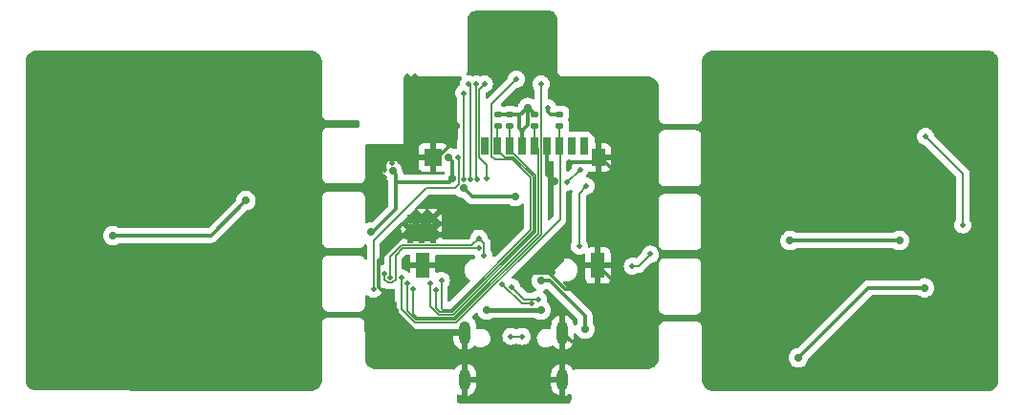
<source format=gbl>
%TF.GenerationSoftware,KiCad,Pcbnew,(6.0.9)*%
%TF.CreationDate,2022-11-23T18:12:37+08:00*%
%TF.ProjectId,UINIO-Cubic-Prism,55494e49-4f2d-4437-9562-69632d507269,UinIO.com*%
%TF.SameCoordinates,Original*%
%TF.FileFunction,Copper,L2,Bot*%
%TF.FilePolarity,Positive*%
%FSLAX46Y46*%
G04 Gerber Fmt 4.6, Leading zero omitted, Abs format (unit mm)*
G04 Created by KiCad (PCBNEW (6.0.9)) date 2022-11-23 18:12:37*
%MOMM*%
%LPD*%
G01*
G04 APERTURE LIST*
G04 Aperture macros list*
%AMRoundRect*
0 Rectangle with rounded corners*
0 $1 Rounding radius*
0 $2 $3 $4 $5 $6 $7 $8 $9 X,Y pos of 4 corners*
0 Add a 4 corners polygon primitive as box body*
4,1,4,$2,$3,$4,$5,$6,$7,$8,$9,$2,$3,0*
0 Add four circle primitives for the rounded corners*
1,1,$1+$1,$2,$3*
1,1,$1+$1,$4,$5*
1,1,$1+$1,$6,$7*
1,1,$1+$1,$8,$9*
0 Add four rect primitives between the rounded corners*
20,1,$1+$1,$2,$3,$4,$5,0*
20,1,$1+$1,$4,$5,$6,$7,0*
20,1,$1+$1,$6,$7,$8,$9,0*
20,1,$1+$1,$8,$9,$2,$3,0*%
G04 Aperture macros list end*
%TA.AperFunction,ComponentPad*%
%ADD10C,0.610000*%
%TD*%
%TA.AperFunction,ComponentPad*%
%ADD11O,1.000000X2.100000*%
%TD*%
%TA.AperFunction,ComponentPad*%
%ADD12O,1.000000X1.900000*%
%TD*%
%TA.AperFunction,SMDPad,CuDef*%
%ADD13RoundRect,0.135000X-0.185000X0.135000X-0.185000X-0.135000X0.185000X-0.135000X0.185000X0.135000X0*%
%TD*%
%TA.AperFunction,SMDPad,CuDef*%
%ADD14R,0.700000X1.600000*%
%TD*%
%TA.AperFunction,SMDPad,CuDef*%
%ADD15R,1.200000X1.500000*%
%TD*%
%TA.AperFunction,SMDPad,CuDef*%
%ADD16R,1.200000X2.200000*%
%TD*%
%TA.AperFunction,SMDPad,CuDef*%
%ADD17R,1.600000X1.500000*%
%TD*%
%TA.AperFunction,ViaPad*%
%ADD18C,0.500000*%
%TD*%
%TA.AperFunction,ViaPad*%
%ADD19C,0.700000*%
%TD*%
%TA.AperFunction,ViaPad*%
%ADD20C,0.900000*%
%TD*%
%TA.AperFunction,Conductor*%
%ADD21C,0.300000*%
%TD*%
%TA.AperFunction,Conductor*%
%ADD22C,0.200000*%
%TD*%
%TA.AperFunction,Conductor*%
%ADD23C,0.500000*%
%TD*%
%TA.AperFunction,Conductor*%
%ADD24C,0.400000*%
%TD*%
%TA.AperFunction,Conductor*%
%ADD25C,0.130000*%
%TD*%
G04 APERTURE END LIST*
D10*
%TO.P,U5,*%
%TO.N,GND*%
X139891519Y-104874261D03*
X140891519Y-104874261D03*
X141891519Y-104874261D03*
X141891519Y-103874261D03*
X139891519Y-103874261D03*
X140891519Y-102874261D03*
X141891519Y-102874261D03*
X140891519Y-103874261D03*
X139891519Y-102874261D03*
%TD*%
D11*
%TO.P,USB1,13,GND*%
%TO.N,GND*%
X144725000Y-113061000D03*
%TO.P,USB1,14,GND*%
X153375000Y-113061000D03*
D12*
%TO.P,USB1,15,GND*%
X144725000Y-117261000D03*
%TO.P,USB1,16,GND*%
X153375000Y-117261000D03*
%TD*%
D13*
%TO.P,R1,1,1*%
%TO.N,/VDD_3.3V*%
X153120000Y-93690000D03*
%TO.P,R1,2,2*%
%TO.N,/GPIO26*%
X153120000Y-94710000D03*
%TD*%
%TO.P,R4,1,1*%
%TO.N,/VDD_3.3V*%
X147640000Y-93730000D03*
%TO.P,R4,2,2*%
%TO.N,/GPIO15*%
X147640000Y-94750000D03*
%TD*%
%TO.P,R3,1,1*%
%TO.N,/VDD_3.3V*%
X150920000Y-93690000D03*
%TO.P,R3,2,2*%
%TO.N,/GPIO14*%
X150920000Y-94710000D03*
%TD*%
%TO.P,R2,1,1*%
%TO.N,/VDD_3.3V*%
X148730000Y-93730000D03*
%TO.P,R2,2,2*%
%TO.N,/GPIO13*%
X148730000Y-94750000D03*
%TD*%
D14*
%TO.P,Card1,1,DAT2*%
%TO.N,unconnected-(Card1-Pad1)*%
X146531519Y-96517215D03*
%TO.P,Card1,2,CD/DAT3*%
%TO.N,/GPIO15*%
X147631519Y-96517215D03*
%TO.P,Card1,3,CMD*%
%TO.N,/GPIO13*%
X148730519Y-96517215D03*
%TO.P,Card1,4,VDD*%
%TO.N,/VDD_3.3V*%
X149831519Y-96517215D03*
%TO.P,Card1,5,CLK*%
%TO.N,/GPIO14*%
X150930519Y-96517215D03*
%TO.P,Card1,6,VSS*%
%TO.N,GND*%
X152031519Y-96517215D03*
%TO.P,Card1,7,DAT0*%
%TO.N,/GPIO26*%
X153130519Y-96517215D03*
%TO.P,Card1,8,DAT1*%
%TO.N,unconnected-(Card1-Pad8)*%
X154230519Y-96517215D03*
%TO.P,Card1,9,CD*%
%TO.N,unconnected-(Card1-Pad9)*%
X155330519Y-96517215D03*
D15*
%TO.P,Card1,10,GND*%
%TO.N,GND*%
X156530519Y-97517215D03*
D16*
%TO.P,Card1,11,GND*%
X156522519Y-107117215D03*
%TO.P,Card1,12,GND*%
X141022519Y-107117215D03*
D17*
%TO.P,Card1,13,GND*%
X141922519Y-97517215D03*
%TD*%
D18*
%TO.N,GND*%
X140320000Y-95910000D03*
X136980000Y-97690000D03*
X139606519Y-90307215D03*
D19*
X143926519Y-94767215D03*
X153326519Y-104177215D03*
D18*
X138930000Y-97380000D03*
X144740000Y-108570000D03*
X137590000Y-98640000D03*
X136250000Y-101630000D03*
X140320000Y-94510000D03*
X139606519Y-96607215D03*
X140313481Y-97322785D03*
D20*
X188840000Y-109930000D03*
D19*
X152631019Y-99658761D03*
D18*
X139606519Y-92407215D03*
X139606519Y-91007215D03*
X158800000Y-109410000D03*
X140320000Y-92410000D03*
X140320000Y-91010000D03*
X137590000Y-97400000D03*
X140320000Y-90310000D03*
X139606519Y-95907215D03*
X138260000Y-97400000D03*
X140320000Y-96610000D03*
D19*
X149886519Y-107767215D03*
D18*
X149000000Y-86350000D03*
X136930000Y-98340000D03*
X137590000Y-99290000D03*
D20*
X181672785Y-113347215D03*
D18*
X139606519Y-91707215D03*
X140320000Y-93110000D03*
X139600000Y-97320000D03*
D20*
X156290000Y-114740000D03*
X188840000Y-115600000D03*
D18*
X140320000Y-93810000D03*
X158040000Y-98790000D03*
X137590000Y-98020000D03*
X136929005Y-98980000D03*
X153980000Y-97920000D03*
X136930000Y-99640000D03*
X136930000Y-100330000D03*
X139606519Y-95207215D03*
X138260000Y-98020000D03*
X140320000Y-91710000D03*
X139606519Y-93107215D03*
X139606519Y-93807215D03*
D19*
X138546519Y-111197215D03*
D18*
X139606519Y-94507215D03*
D19*
X155018519Y-94397215D03*
D18*
X140320000Y-95210000D03*
%TO.N,/EN*%
X144116519Y-97487215D03*
X136641019Y-109224261D03*
D19*
%TO.N,/VDD_3.3V*%
X136446519Y-104127215D03*
X185450000Y-109090000D03*
X138321482Y-98716796D03*
X150290000Y-93080000D03*
X151496519Y-108477215D03*
X174260000Y-115310000D03*
D18*
X152090000Y-93090000D03*
X149796519Y-95157215D03*
D19*
X143641519Y-99424261D03*
X155370000Y-112780000D03*
X143266519Y-97497215D03*
X149176519Y-101001215D03*
X144604519Y-100239215D03*
D18*
%TO.N,/GPIO15*%
X142151519Y-109284261D03*
%TO.N,/GPIO13*%
X141656383Y-108724261D03*
%TO.N,/GPIO14*%
X140156519Y-109237215D03*
%TO.N,/GPIO26*%
X139141519Y-108217215D03*
%TO.N,/GPIO27*%
X151471519Y-91010000D03*
X139636519Y-108717215D03*
D19*
%TO.N,/LCD_BL_VCC*%
X183206519Y-104897215D03*
X173536519Y-104897215D03*
X125346519Y-101347215D03*
X113576519Y-104457215D03*
D18*
%TO.N,/DTR*%
X154846519Y-105387215D03*
X155486519Y-100077215D03*
D19*
%TO.N,/VDD_5V*%
X151460000Y-111070000D03*
X146670000Y-111080000D03*
D18*
%TO.N,Net-(R7-Pad2)*%
X159566519Y-107157215D03*
X161146519Y-106117215D03*
%TO.N,/GPIO5*%
X188816519Y-103507215D03*
X185536519Y-95677215D03*
X145850936Y-99444101D03*
X145741519Y-91014261D03*
%TO.N,/DC*%
X149301519Y-90574261D03*
X142641519Y-108434261D03*
%TO.N,/GPIO18*%
X145251519Y-99454261D03*
X145066519Y-91017215D03*
%TO.N,/GPIO23*%
X144616519Y-91817215D03*
X144631519Y-99464261D03*
%TO.N,/GPIO4*%
X146461519Y-91014261D03*
X146695788Y-99428530D03*
%TO.N,/BH_SDA*%
X137606519Y-107837215D03*
X145980000Y-105578267D03*
X151231519Y-110104261D03*
X148893096Y-109026904D03*
%TO.N,/BH_SCL*%
X148040000Y-108760000D03*
X150600000Y-110520000D03*
X138146519Y-108217215D03*
X145981519Y-104684261D03*
X146420000Y-106250000D03*
%TO.N,/GPIO0*%
X153791519Y-99714261D03*
X154916519Y-98587215D03*
%TO.N,/USB_Data_P*%
X149810000Y-113400000D03*
X148810000Y-113400000D03*
%TD*%
D21*
%TO.N,GND*%
X143926519Y-95917215D02*
X142326519Y-97517215D01*
X139600000Y-96613734D02*
X139606519Y-96607215D01*
X156530519Y-97517215D02*
X156767215Y-97517215D01*
X156522519Y-109233215D02*
X153568205Y-109233215D01*
X152216519Y-107767215D02*
X149886519Y-107767215D01*
X137590000Y-98640000D02*
X137590000Y-97400000D01*
X153336519Y-106647215D02*
X152216519Y-107767215D01*
D22*
X141891519Y-104874261D02*
X141891519Y-102874261D01*
D21*
X156522519Y-107117215D02*
X156522519Y-109233215D01*
D23*
X144725000Y-117261000D02*
X144725000Y-113061000D01*
D24*
X188840000Y-115600000D02*
X188840000Y-115580000D01*
X188840000Y-115580000D02*
X186607215Y-113347215D01*
D21*
X153326519Y-104177215D02*
X153336519Y-104187215D01*
D24*
X156290000Y-114740000D02*
X153420000Y-114740000D01*
D21*
X155973734Y-113850000D02*
X154164000Y-113850000D01*
X137106519Y-109017215D02*
X137106519Y-106667215D01*
X138546519Y-110457215D02*
X137106519Y-109017215D01*
X140320000Y-97316266D02*
X140313481Y-97322785D01*
X140320000Y-90310000D02*
X140320000Y-97316266D01*
X137106519Y-106667215D02*
X139891519Y-103882215D01*
X156522519Y-113301215D02*
X155973734Y-113850000D01*
X156530519Y-97517215D02*
X156530519Y-107109215D01*
X139600000Y-97320000D02*
X139600000Y-96613734D01*
D24*
X186607215Y-113347215D02*
X181672785Y-113347215D01*
D21*
X153336519Y-104187215D02*
X153336519Y-106647215D01*
X152031519Y-99059261D02*
X152031519Y-96517215D01*
X138260000Y-97400000D02*
X139520000Y-97400000D01*
D22*
X144740000Y-108570000D02*
X143287215Y-107117215D01*
D23*
X153375000Y-117261000D02*
X144725000Y-117261000D01*
D21*
X136930000Y-100330000D02*
X136930000Y-97740000D01*
X158800000Y-109410000D02*
X156522519Y-107132519D01*
X152216519Y-107881529D02*
X152216519Y-107767215D01*
X154164000Y-113850000D02*
X153375000Y-113061000D01*
X140288565Y-112939261D02*
X144603261Y-112939261D01*
X155018519Y-94397215D02*
X156530519Y-95909215D01*
X153980000Y-97920000D02*
X156127734Y-97920000D01*
X136940000Y-100340000D02*
X136930000Y-100330000D01*
X138260000Y-97400000D02*
X138260000Y-98020000D01*
D22*
X140891519Y-104874261D02*
X140891519Y-102874261D01*
D23*
X153386519Y-117249481D02*
X153386519Y-114706519D01*
D21*
X144603261Y-112939261D02*
X144725000Y-113061000D01*
X138546519Y-111197215D02*
X140288565Y-112939261D01*
X156522519Y-107132519D02*
X156522519Y-107117215D01*
X156530519Y-95909215D02*
X156530519Y-97517215D01*
D22*
X139891519Y-104874261D02*
X141891519Y-104874261D01*
D21*
X139520000Y-97400000D02*
X139600000Y-97320000D01*
D22*
X143287215Y-107117215D02*
X141022519Y-107117215D01*
D21*
X136930000Y-97740000D02*
X136980000Y-97690000D01*
X137220000Y-97400000D02*
X137590000Y-97400000D01*
X139606519Y-96607215D02*
X139606519Y-90307215D01*
D22*
X139891519Y-103874261D02*
X141891519Y-103874261D01*
D21*
X153568205Y-109233215D02*
X152216519Y-107881529D01*
D23*
X153375000Y-117261000D02*
X153386519Y-117249481D01*
D24*
X153420000Y-114740000D02*
X153386519Y-114706519D01*
D23*
X153386519Y-113072519D02*
X153375000Y-113061000D01*
D21*
X137160000Y-97510000D02*
X137160000Y-97460000D01*
D24*
X188840000Y-115600000D02*
X188840000Y-109930000D01*
D23*
X153386519Y-114706519D02*
X153386519Y-113072519D01*
D21*
X137160000Y-97460000D02*
X137220000Y-97400000D01*
D22*
X141891519Y-104874261D02*
X139891519Y-102874261D01*
D21*
X136250000Y-101630000D02*
X136940000Y-100940000D01*
X156522519Y-109233215D02*
X156522519Y-113301215D01*
D22*
X139891519Y-104874261D02*
X141891519Y-102874261D01*
D21*
X136980000Y-97690000D02*
X137160000Y-97510000D01*
X143926519Y-94767215D02*
X143926519Y-95917215D01*
D22*
X139891519Y-104874261D02*
X139891519Y-102874261D01*
D21*
X152631019Y-99658761D02*
X152031519Y-99059261D01*
X156127734Y-97920000D02*
X156530519Y-97517215D01*
X136940000Y-100940000D02*
X136940000Y-100340000D01*
D22*
X139891519Y-102874261D02*
X141891519Y-102874261D01*
D21*
X138546519Y-111197215D02*
X138546519Y-110457215D01*
X137590000Y-97400000D02*
X138260000Y-97400000D01*
X156767215Y-97517215D02*
X158040000Y-98790000D01*
D25*
%TO.N,/EN*%
X141305494Y-100224261D02*
X136641019Y-104888736D01*
X136641019Y-104888736D02*
X136641019Y-109224261D01*
X144186519Y-99895215D02*
X143857473Y-100224261D01*
X143857473Y-100224261D02*
X141305494Y-100224261D01*
X144186519Y-97557215D02*
X144186519Y-99895215D01*
X144116519Y-97487215D02*
X144186519Y-97557215D01*
D21*
%TO.N,/VDD_3.3V*%
X152320000Y-93690000D02*
X153120000Y-93690000D01*
X149490000Y-93730000D02*
X149520000Y-93760000D01*
X150290000Y-93080000D02*
X150290000Y-94663734D01*
X138617258Y-99012572D02*
X138617258Y-99710000D01*
X138321482Y-98716796D02*
X138617258Y-99012572D01*
X149796519Y-95157215D02*
X149786519Y-95167215D01*
X136471519Y-104154261D02*
X136581519Y-104154261D01*
X152090000Y-93460000D02*
X152320000Y-93690000D01*
X150290000Y-93080000D02*
X150330000Y-93080000D01*
X138631519Y-102104261D02*
X138631519Y-99724261D01*
X149520000Y-94880696D02*
X149520000Y-93760000D01*
X143266519Y-97497215D02*
X143641519Y-97872215D01*
X138631519Y-99724261D02*
X138621519Y-99714261D01*
X155370000Y-111600696D02*
X152246519Y-108477215D01*
X138625780Y-99710000D02*
X138621519Y-99714261D01*
X150290000Y-94663734D02*
X149796519Y-95157215D01*
X143641519Y-99424261D02*
X143641519Y-97872215D01*
X174260000Y-115310000D02*
X180480000Y-109090000D01*
X155370000Y-112780000D02*
X155370000Y-111600696D01*
X180480000Y-109090000D02*
X185450000Y-109090000D01*
X152090000Y-93090000D02*
X152090000Y-93460000D01*
X152246519Y-108477215D02*
X151496519Y-108477215D01*
X149176519Y-101001215D02*
X145366519Y-101001215D01*
X148730000Y-93730000D02*
X149490000Y-93730000D01*
X150330000Y-93080000D02*
X150920000Y-93670000D01*
X136581519Y-104154261D02*
X138631519Y-102104261D01*
X138617258Y-99710000D02*
X138621519Y-99714261D01*
X150260000Y-93080000D02*
X150290000Y-93080000D01*
X145366519Y-101001215D02*
X144604519Y-100239215D01*
X147640000Y-93730000D02*
X148730000Y-93730000D01*
X149786519Y-95167215D02*
X149786519Y-96442215D01*
X149580000Y-93760000D02*
X150260000Y-93080000D01*
X149796519Y-95157215D02*
X149520000Y-94880696D01*
X143335780Y-99710000D02*
X138625780Y-99710000D01*
X150920000Y-93670000D02*
X150920000Y-93690000D01*
X143631519Y-99414261D02*
X143335780Y-99710000D01*
X149520000Y-93760000D02*
X149580000Y-93760000D01*
D25*
%TO.N,/GPIO15*%
X142541519Y-111264261D02*
X143590439Y-111264261D01*
X150781519Y-104073181D02*
X150781519Y-99239531D01*
X149036249Y-97494261D02*
X148264519Y-97494261D01*
X150781519Y-99239531D02*
X149036249Y-97494261D01*
X147631519Y-94758481D02*
X147631519Y-96517215D01*
X142141519Y-109294261D02*
X142141519Y-110864261D01*
X147640000Y-94750000D02*
X147631519Y-94758481D01*
X143590439Y-111264261D02*
X150781519Y-104073181D01*
X142141519Y-110864261D02*
X142541519Y-111264261D01*
X148264519Y-97494261D02*
X147631519Y-96861261D01*
X142151519Y-109284261D02*
X142141519Y-109294261D01*
%TO.N,/GPIO13*%
X142446249Y-111494261D02*
X143685709Y-111494261D01*
X151011519Y-104168451D02*
X151011519Y-99144261D01*
X151011519Y-99144261D02*
X148730519Y-96863261D01*
X148730000Y-94750000D02*
X148730519Y-94750519D01*
X141656383Y-108724261D02*
X141656383Y-110704395D01*
X141656383Y-110704395D02*
X142446249Y-111494261D01*
X148730519Y-94750519D02*
X148730519Y-96517215D01*
X143685709Y-111494261D02*
X151011519Y-104168451D01*
%TO.N,/GPIO14*%
X140502059Y-111724261D02*
X143780979Y-111724261D01*
X151241519Y-104263721D02*
X151241519Y-96791261D01*
X151241519Y-96791261D02*
X150945519Y-96495261D01*
X150920000Y-94710000D02*
X150930519Y-94720519D01*
X150940000Y-96507734D02*
X150930519Y-96517215D01*
X140156519Y-109237215D02*
X140156519Y-111378721D01*
X143780979Y-111724261D02*
X151241519Y-104263721D01*
X150930519Y-94720519D02*
X150930519Y-96517215D01*
X140156519Y-111378721D02*
X140502059Y-111724261D01*
%TO.N,/GPIO26*%
X139141519Y-108217215D02*
X139141519Y-111014261D01*
X153145519Y-103010261D02*
X153145519Y-97240261D01*
X153120000Y-94710000D02*
X153130519Y-94720519D01*
X139141519Y-111014261D02*
X140311519Y-112184261D01*
X140311519Y-112184261D02*
X143971519Y-112184261D01*
X143971519Y-112184261D02*
X153145519Y-103010261D01*
X153130519Y-94720519D02*
X153130519Y-96517215D01*
%TO.N,/GPIO27*%
X143876249Y-111954261D02*
X140406789Y-111954261D01*
X151471519Y-91010000D02*
X151471519Y-104358991D01*
X151471519Y-104358991D02*
X143876249Y-111954261D01*
X139631021Y-108722713D02*
X139636519Y-108717215D01*
X139631021Y-111178493D02*
X139631021Y-108722713D01*
X140406789Y-111954261D02*
X139631021Y-111178493D01*
D21*
%TO.N,/LCD_BL_VCC*%
X122236519Y-104457215D02*
X113576519Y-104457215D01*
X125346519Y-101347215D02*
X122236519Y-104457215D01*
X183206519Y-104897215D02*
X173536519Y-104897215D01*
D22*
%TO.N,/DTR*%
X154846519Y-100717215D02*
X155486519Y-100077215D01*
X154846519Y-105387215D02*
X154846519Y-100717215D01*
D24*
%TO.N,/VDD_5V*%
X146680000Y-111070000D02*
X146670000Y-111080000D01*
X151460000Y-111070000D02*
X146680000Y-111070000D01*
D22*
%TO.N,Net-(R7-Pad2)*%
X161146519Y-106117215D02*
X161146519Y-106123481D01*
X160112785Y-107157215D02*
X159566519Y-107157215D01*
X161146519Y-106123481D02*
X160112785Y-107157215D01*
D25*
%TO.N,/GPIO5*%
X145741519Y-91014261D02*
X145731519Y-91024261D01*
D22*
X188826519Y-103497215D02*
X188826519Y-98967215D01*
D25*
X145731519Y-99324684D02*
X145850936Y-99444101D01*
D22*
X188826519Y-98967215D02*
X185536519Y-95677215D01*
D25*
X145731519Y-91024261D02*
X145731519Y-99324684D01*
D22*
X188816519Y-103507215D02*
X188826519Y-103497215D01*
D25*
%TO.N,/DC*%
X142761519Y-111034261D02*
X143495169Y-111034261D01*
X143495169Y-111034261D02*
X150551519Y-103977911D01*
X147091519Y-97420261D02*
X147091519Y-92784261D01*
X142641519Y-108434261D02*
X142641519Y-110914261D01*
X147405519Y-97734261D02*
X147091519Y-97420261D01*
X147091519Y-92784261D02*
X149301519Y-90574261D01*
X150551519Y-103977911D02*
X150551519Y-99334801D01*
X148950979Y-97734261D02*
X147405519Y-97734261D01*
X150551519Y-99334801D02*
X148950979Y-97734261D01*
X142641519Y-110914261D02*
X142761519Y-111034261D01*
%TO.N,/GPIO18*%
X145211519Y-91162215D02*
X145211519Y-99414261D01*
X145066519Y-91017215D02*
X145211519Y-91162215D01*
X145211519Y-99414261D02*
X145251519Y-99454261D01*
%TO.N,/GPIO23*%
X144601519Y-91832215D02*
X144601519Y-99434261D01*
X144601519Y-99434261D02*
X144631519Y-99464261D01*
X144616519Y-91817215D02*
X144601519Y-91832215D01*
%TO.N,/GPIO4*%
X146461519Y-91014261D02*
X145991519Y-91484261D01*
X145991519Y-91484261D02*
X145991519Y-97494261D01*
X146695788Y-98198530D02*
X146695788Y-99428530D01*
X145991519Y-97494261D02*
X146695788Y-98198530D01*
%TO.N,/BH_SDA*%
X145974006Y-105584261D02*
X139226789Y-105584261D01*
X137606519Y-108337215D02*
X137606519Y-107837215D01*
X138581519Y-108369114D02*
X138318418Y-108632215D01*
X148896904Y-109026904D02*
X149974261Y-110104261D01*
X145980000Y-105578267D02*
X145974006Y-105584261D01*
X148893096Y-109026904D02*
X148896904Y-109026904D01*
X149974261Y-110104261D02*
X151231519Y-110104261D01*
X137901519Y-108632215D02*
X137606519Y-108337215D01*
X139226789Y-105584261D02*
X138581519Y-106229531D01*
X138581519Y-106229531D02*
X138581519Y-108369114D01*
X138318418Y-108632215D02*
X137901519Y-108632215D01*
%TO.N,/BH_SCL*%
X149799261Y-110519261D02*
X150599261Y-110519261D01*
X145311519Y-105354261D02*
X145981519Y-104684261D01*
X150599261Y-110519261D02*
X150600000Y-110520000D01*
X148040000Y-108760000D02*
X149799261Y-110519261D01*
X138146519Y-108217215D02*
X138146519Y-106339261D01*
X146421519Y-105124261D02*
X145981519Y-104684261D01*
X139131519Y-105354261D02*
X145311519Y-105354261D01*
X138146519Y-106339261D02*
X139131519Y-105354261D01*
X146420000Y-106250000D02*
X146421519Y-106248481D01*
X146421519Y-106248481D02*
X146421519Y-105124261D01*
%TO.N,/GPIO0*%
X153791519Y-99712215D02*
X153791519Y-99714261D01*
X154916519Y-98587215D02*
X153791519Y-99712215D01*
D22*
%TO.N,/USB_Data_P*%
X149810000Y-113400000D02*
X148810000Y-113400000D01*
%TD*%
%TA.AperFunction,Conductor*%
%TO.N,GND*%
G36*
X152212944Y-84510338D02*
G01*
X152216911Y-84510706D01*
X152225641Y-84512795D01*
X152234604Y-84512350D01*
X152234608Y-84512350D01*
X152235552Y-84512303D01*
X152265197Y-84514339D01*
X152317004Y-84524128D01*
X152377182Y-84535500D01*
X152402793Y-84543230D01*
X152482493Y-84576884D01*
X152526222Y-84595349D01*
X152549629Y-84608318D01*
X152659261Y-84685323D01*
X152679402Y-84702943D01*
X152755915Y-84785789D01*
X152770298Y-84801363D01*
X152786264Y-84822839D01*
X152854324Y-84938234D01*
X152865394Y-84962597D01*
X152907553Y-85089771D01*
X152913229Y-85115924D01*
X152924689Y-85222306D01*
X152924320Y-85238371D01*
X152925227Y-85238381D01*
X152925126Y-85247362D01*
X152923753Y-85256231D01*
X152924925Y-85265129D01*
X152924925Y-85265132D01*
X152927817Y-85287088D01*
X152928896Y-85303704D01*
X152923032Y-89833649D01*
X152923030Y-89834256D01*
X152922716Y-89885743D01*
X152922543Y-89913982D01*
X152925010Y-89922613D01*
X152925010Y-89922615D01*
X152930555Y-89942016D01*
X152934156Y-89958938D01*
X152938253Y-89987810D01*
X152941959Y-89995988D01*
X152949020Y-90011572D01*
X152955401Y-90028950D01*
X152960103Y-90045401D01*
X152962570Y-90054032D01*
X152976451Y-90076032D01*
X152978129Y-90078691D01*
X152986332Y-90093917D01*
X152998369Y-90120483D01*
X153015381Y-90140278D01*
X153026372Y-90155152D01*
X153040295Y-90177219D01*
X153047024Y-90183162D01*
X153062149Y-90196520D01*
X153074294Y-90208830D01*
X153093305Y-90230951D01*
X153100830Y-90235842D01*
X153100832Y-90235844D01*
X153115181Y-90245171D01*
X153129919Y-90256373D01*
X153142737Y-90267693D01*
X153142739Y-90267695D01*
X153149470Y-90273639D01*
X153157597Y-90277455D01*
X153157599Y-90277456D01*
X153175858Y-90286029D01*
X153190976Y-90294439D01*
X153207906Y-90305443D01*
X153215431Y-90310334D01*
X153224020Y-90312915D01*
X153224027Y-90312918D01*
X153240425Y-90317845D01*
X153257712Y-90324459D01*
X153281319Y-90335542D01*
X153310129Y-90340028D01*
X153327000Y-90343857D01*
X153354927Y-90352248D01*
X153387620Y-90352490D01*
X153389478Y-90352504D01*
X153390545Y-90352549D01*
X153391905Y-90352761D01*
X153423649Y-90352761D01*
X153424582Y-90352764D01*
X153495926Y-90353293D01*
X153495932Y-90353293D01*
X153500581Y-90353327D01*
X153502189Y-90352870D01*
X153503797Y-90352761D01*
X160843621Y-90352761D01*
X160858483Y-90353640D01*
X160893860Y-90357842D01*
X160902715Y-90356356D01*
X160902717Y-90356356D01*
X160906021Y-90355802D01*
X160933659Y-90354247D01*
X160980670Y-90356783D01*
X161066959Y-90361438D01*
X161089408Y-90364694D01*
X161241023Y-90400860D01*
X161262524Y-90408088D01*
X161405197Y-90470852D01*
X161425052Y-90481817D01*
X161554167Y-90569149D01*
X161571726Y-90583489D01*
X161683093Y-90692560D01*
X161697799Y-90709820D01*
X161787802Y-90837084D01*
X161799179Y-90856707D01*
X161844688Y-90954571D01*
X161864904Y-90998045D01*
X161872578Y-91019391D01*
X161911895Y-91170217D01*
X161915618Y-91192592D01*
X161925063Y-91318735D01*
X161924279Y-91335194D01*
X161924752Y-91335207D01*
X161924504Y-91344178D01*
X161922986Y-91353028D01*
X161924338Y-91364773D01*
X161927192Y-91389562D01*
X161928019Y-91403973D01*
X161928019Y-94038592D01*
X161928017Y-94039362D01*
X161927543Y-94116936D01*
X161930010Y-94125567D01*
X161935669Y-94145368D01*
X161939247Y-94162130D01*
X161943439Y-94191402D01*
X161947153Y-94199570D01*
X161947153Y-94199571D01*
X161954067Y-94214777D01*
X161960515Y-94232301D01*
X161967570Y-94256986D01*
X161972362Y-94264580D01*
X161972363Y-94264583D01*
X161983349Y-94281995D01*
X161991488Y-94297078D01*
X162003727Y-94323997D01*
X162009588Y-94330799D01*
X162020489Y-94343450D01*
X162031592Y-94358454D01*
X162045295Y-94380173D01*
X162052020Y-94386112D01*
X162052023Y-94386116D01*
X162067457Y-94399747D01*
X162079501Y-94411939D01*
X162092946Y-94427542D01*
X162092949Y-94427544D01*
X162098806Y-94434342D01*
X162106335Y-94439222D01*
X162106336Y-94439223D01*
X162120354Y-94448309D01*
X162135228Y-94459600D01*
X162144004Y-94467350D01*
X162154470Y-94476593D01*
X162181230Y-94489157D01*
X162196210Y-94497478D01*
X162213502Y-94508686D01*
X162213507Y-94508688D01*
X162221034Y-94513567D01*
X162229627Y-94516137D01*
X162229632Y-94516139D01*
X162245639Y-94520926D01*
X162263083Y-94527587D01*
X162278195Y-94534682D01*
X162278197Y-94534683D01*
X162286319Y-94538496D01*
X162295186Y-94539877D01*
X162295187Y-94539877D01*
X162297872Y-94540295D01*
X162315536Y-94543045D01*
X162332251Y-94546828D01*
X162351985Y-94552730D01*
X162351991Y-94552731D01*
X162360585Y-94555301D01*
X162369556Y-94555356D01*
X162369557Y-94555356D01*
X162379616Y-94555417D01*
X162395025Y-94555511D01*
X162395808Y-94555544D01*
X162396905Y-94555715D01*
X162427896Y-94555715D01*
X162428666Y-94555717D01*
X162502304Y-94556167D01*
X162502305Y-94556167D01*
X162506240Y-94556191D01*
X162507584Y-94555807D01*
X162508929Y-94555715D01*
X165197896Y-94555715D01*
X165198667Y-94555717D01*
X165276240Y-94556191D01*
X165304671Y-94548065D01*
X165321434Y-94544487D01*
X165322272Y-94544367D01*
X165350706Y-94540295D01*
X165374083Y-94529666D01*
X165391606Y-94523219D01*
X165416290Y-94516164D01*
X165423884Y-94511372D01*
X165423887Y-94511371D01*
X165441299Y-94500385D01*
X165456384Y-94492245D01*
X165483301Y-94480007D01*
X165502754Y-94463245D01*
X165517758Y-94452142D01*
X165539477Y-94438439D01*
X165545416Y-94431714D01*
X165545420Y-94431711D01*
X165559051Y-94416277D01*
X165571243Y-94404233D01*
X165586846Y-94390788D01*
X165586848Y-94390785D01*
X165593646Y-94384928D01*
X165607613Y-94363380D01*
X165618904Y-94348506D01*
X165629950Y-94335998D01*
X165629951Y-94335997D01*
X165635897Y-94329264D01*
X165648462Y-94302502D01*
X165656782Y-94287524D01*
X165667990Y-94270232D01*
X165667992Y-94270227D01*
X165672871Y-94262700D01*
X165675441Y-94254107D01*
X165675443Y-94254102D01*
X165680230Y-94238095D01*
X165686891Y-94220651D01*
X165693986Y-94205539D01*
X165693987Y-94205537D01*
X165697800Y-94197415D01*
X165700428Y-94180541D01*
X165702349Y-94168200D01*
X165706132Y-94151483D01*
X165712034Y-94131749D01*
X165712035Y-94131743D01*
X165714605Y-94123149D01*
X165714815Y-94088709D01*
X165714848Y-94087926D01*
X165715019Y-94086829D01*
X165715019Y-94055838D01*
X165715021Y-94055068D01*
X165715471Y-93981430D01*
X165715471Y-93981429D01*
X165715495Y-93977494D01*
X165715111Y-93976150D01*
X165715019Y-93974805D01*
X165715019Y-89135958D01*
X165715714Y-89122745D01*
X165716743Y-89112985D01*
X165719893Y-89083115D01*
X165717694Y-89070990D01*
X165715776Y-89043365D01*
X165715979Y-89038405D01*
X165721196Y-88910599D01*
X165724161Y-88888095D01*
X165758224Y-88736628D01*
X165765179Y-88715020D01*
X165766504Y-88711901D01*
X165825869Y-88572119D01*
X165836580Y-88552125D01*
X165921928Y-88422430D01*
X165936061Y-88404673D01*
X166043288Y-88292404D01*
X166060382Y-88277467D01*
X166186013Y-88186261D01*
X166205510Y-88174634D01*
X166345465Y-88107451D01*
X166366732Y-88099510D01*
X166516473Y-88058529D01*
X166538819Y-88054534D01*
X166664148Y-88043637D01*
X166680692Y-88044226D01*
X166680699Y-88043761D01*
X166689669Y-88043902D01*
X166698539Y-88045314D01*
X166731284Y-88041148D01*
X166747158Y-88040141D01*
X180220394Y-88037721D01*
X190904229Y-88035802D01*
X190919108Y-88036682D01*
X190945512Y-88039818D01*
X190945516Y-88039818D01*
X190954433Y-88040877D01*
X190963286Y-88039391D01*
X190963288Y-88039391D01*
X190966695Y-88038819D01*
X190994249Y-88037260D01*
X191125419Y-88044247D01*
X191147707Y-88047450D01*
X191194567Y-88058529D01*
X191297403Y-88082843D01*
X191318765Y-88089961D01*
X191459779Y-88151437D01*
X191479533Y-88162244D01*
X191607349Y-88247835D01*
X191624864Y-88261986D01*
X191735408Y-88368965D01*
X191750125Y-88386007D01*
X191839856Y-88510945D01*
X191851305Y-88530334D01*
X191917371Y-88669261D01*
X191925185Y-88690379D01*
X191937734Y-88736628D01*
X191965465Y-88838835D01*
X191969396Y-88861005D01*
X191970478Y-88873552D01*
X191980089Y-88985034D01*
X191979501Y-89001385D01*
X191979973Y-89001392D01*
X191979832Y-89010369D01*
X191978420Y-89019236D01*
X191982586Y-89051977D01*
X191983592Y-89067850D01*
X191986150Y-105647135D01*
X191987933Y-117202348D01*
X191987933Y-117204915D01*
X191987054Y-117219793D01*
X191982857Y-117255131D01*
X191984343Y-117263983D01*
X191984343Y-117263990D01*
X191984914Y-117267391D01*
X191986474Y-117294948D01*
X191979487Y-117426109D01*
X191976284Y-117448397D01*
X191940892Y-117598088D01*
X191933774Y-117619451D01*
X191872855Y-117759186D01*
X191872300Y-117760458D01*
X191861497Y-117780205D01*
X191781345Y-117899895D01*
X191775904Y-117908020D01*
X191761753Y-117925535D01*
X191759595Y-117927765D01*
X191654775Y-118036075D01*
X191637741Y-118050784D01*
X191547746Y-118115415D01*
X191512794Y-118140516D01*
X191493405Y-118151963D01*
X191354492Y-118218018D01*
X191333372Y-118225833D01*
X191184914Y-118266107D01*
X191162742Y-118270037D01*
X191038463Y-118280746D01*
X191022367Y-118280167D01*
X191022359Y-118280669D01*
X191013384Y-118280528D01*
X191004521Y-118279116D01*
X190972021Y-118283249D01*
X190956051Y-118284256D01*
X184496056Y-118280084D01*
X182416389Y-118278741D01*
X182416270Y-118278736D01*
X182416133Y-118278715D01*
X182375948Y-118278715D01*
X182340734Y-118278692D01*
X182340334Y-118278692D01*
X182340201Y-118278711D01*
X182340090Y-118278715D01*
X166783605Y-118278715D01*
X166765115Y-118277351D01*
X166747980Y-118274809D01*
X166739103Y-118273492D01*
X166726509Y-118275231D01*
X166699147Y-118276008D01*
X166567441Y-118265381D01*
X166545683Y-118261686D01*
X166395844Y-118222482D01*
X166375062Y-118215046D01*
X166234365Y-118150297D01*
X166215205Y-118139352D01*
X166087962Y-118051043D01*
X166071003Y-118036920D01*
X165961123Y-117927765D01*
X165946886Y-117910897D01*
X165857741Y-117784243D01*
X165846667Y-117765151D01*
X165780988Y-117624879D01*
X165773416Y-117604148D01*
X165771788Y-117598088D01*
X165733223Y-117454573D01*
X165729385Y-117432843D01*
X165721587Y-117343549D01*
X165718517Y-117308402D01*
X165719087Y-117291641D01*
X165718704Y-117291636D01*
X165718819Y-117282662D01*
X165720206Y-117273790D01*
X165716073Y-117242040D01*
X165715019Y-117225775D01*
X165715019Y-115310000D01*
X173396771Y-115310000D01*
X173415635Y-115489475D01*
X173471401Y-115661107D01*
X173561633Y-115817393D01*
X173682387Y-115951504D01*
X173687729Y-115955385D01*
X173687731Y-115955387D01*
X173788821Y-116028833D01*
X173828385Y-116057578D01*
X173834413Y-116060262D01*
X173834415Y-116060263D01*
X173987217Y-116128295D01*
X173993248Y-116130980D01*
X174081508Y-116149740D01*
X174163311Y-116167128D01*
X174163315Y-116167128D01*
X174169768Y-116168500D01*
X174350232Y-116168500D01*
X174356685Y-116167128D01*
X174356689Y-116167128D01*
X174438492Y-116149740D01*
X174526752Y-116130980D01*
X174532783Y-116128295D01*
X174685585Y-116060263D01*
X174685587Y-116060262D01*
X174691615Y-116057578D01*
X174731179Y-116028833D01*
X174832269Y-115955387D01*
X174832271Y-115955385D01*
X174837613Y-115951504D01*
X174958367Y-115817393D01*
X175048599Y-115661107D01*
X175104365Y-115489475D01*
X175110575Y-115430394D01*
X175137589Y-115364737D01*
X175146790Y-115354470D01*
X177925548Y-112575712D01*
X180715854Y-109785405D01*
X180778166Y-109751379D01*
X180804949Y-109748500D01*
X184854840Y-109748500D01*
X184922961Y-109768502D01*
X184928901Y-109772564D01*
X184940660Y-109781107D01*
X185018385Y-109837578D01*
X185024413Y-109840262D01*
X185024415Y-109840263D01*
X185177217Y-109908295D01*
X185183248Y-109910980D01*
X185271508Y-109929740D01*
X185353311Y-109947128D01*
X185353315Y-109947128D01*
X185359768Y-109948500D01*
X185540232Y-109948500D01*
X185546685Y-109947128D01*
X185546689Y-109947128D01*
X185628492Y-109929740D01*
X185716752Y-109910980D01*
X185722783Y-109908295D01*
X185875585Y-109840263D01*
X185875587Y-109840262D01*
X185881615Y-109837578D01*
X185953425Y-109785405D01*
X186022269Y-109735387D01*
X186022271Y-109735385D01*
X186027613Y-109731504D01*
X186113502Y-109636115D01*
X186143948Y-109602301D01*
X186143949Y-109602300D01*
X186148367Y-109597393D01*
X186238599Y-109441107D01*
X186284734Y-109299116D01*
X186292325Y-109275754D01*
X186292325Y-109275753D01*
X186294365Y-109269475D01*
X186313229Y-109090000D01*
X186303773Y-109000032D01*
X186295055Y-108917089D01*
X186295055Y-108917088D01*
X186294365Y-108910525D01*
X186277233Y-108857796D01*
X186240641Y-108745178D01*
X186238599Y-108738893D01*
X186230702Y-108725214D01*
X186159275Y-108601501D01*
X186148367Y-108582607D01*
X186138058Y-108571157D01*
X186032035Y-108453407D01*
X186032034Y-108453406D01*
X186027613Y-108448496D01*
X186013473Y-108438222D01*
X185886957Y-108346303D01*
X185886956Y-108346302D01*
X185881615Y-108342422D01*
X185875587Y-108339738D01*
X185875585Y-108339737D01*
X185722783Y-108271705D01*
X185722781Y-108271705D01*
X185716752Y-108269020D01*
X185628492Y-108250260D01*
X185546689Y-108232872D01*
X185546685Y-108232872D01*
X185540232Y-108231500D01*
X185359768Y-108231500D01*
X185353315Y-108232872D01*
X185353311Y-108232872D01*
X185271508Y-108250260D01*
X185183248Y-108269020D01*
X185177219Y-108271704D01*
X185177217Y-108271705D01*
X185024416Y-108339737D01*
X185024414Y-108339738D01*
X185018386Y-108342422D01*
X185013044Y-108346303D01*
X185013039Y-108346306D01*
X184928900Y-108407436D01*
X184854840Y-108431500D01*
X180562056Y-108431500D01*
X180550200Y-108430941D01*
X180550197Y-108430941D01*
X180542463Y-108429212D01*
X180507111Y-108430323D01*
X180471631Y-108431438D01*
X180467673Y-108431500D01*
X180438568Y-108431500D01*
X180434168Y-108432056D01*
X180422336Y-108432988D01*
X180376169Y-108434438D01*
X180355579Y-108440420D01*
X180336218Y-108444430D01*
X180329230Y-108445312D01*
X180322796Y-108446125D01*
X180322795Y-108446125D01*
X180314936Y-108447118D01*
X180307571Y-108450034D01*
X180307567Y-108450035D01*
X180271979Y-108464126D01*
X180260769Y-108467965D01*
X180216400Y-108480855D01*
X180197943Y-108491771D01*
X180180193Y-108500466D01*
X180160244Y-108508365D01*
X180153833Y-108513023D01*
X180153831Y-108513024D01*
X180122864Y-108535523D01*
X180112946Y-108542038D01*
X180073193Y-108565548D01*
X180058032Y-108580709D01*
X180043000Y-108593548D01*
X180025643Y-108606159D01*
X180005362Y-108630675D01*
X179996193Y-108641758D01*
X179988203Y-108650538D01*
X174218349Y-114420391D01*
X174155451Y-114454543D01*
X174123224Y-114461393D01*
X173993248Y-114489020D01*
X173987219Y-114491704D01*
X173987217Y-114491705D01*
X173834416Y-114559737D01*
X173834414Y-114559738D01*
X173828386Y-114562422D01*
X173823045Y-114566302D01*
X173823044Y-114566303D01*
X173687731Y-114664613D01*
X173687729Y-114664615D01*
X173682387Y-114668496D01*
X173561633Y-114802607D01*
X173471401Y-114958893D01*
X173415635Y-115130525D01*
X173396771Y-115310000D01*
X165715019Y-115310000D01*
X165715019Y-112625838D01*
X165715021Y-112625068D01*
X165715319Y-112576317D01*
X165715495Y-112547494D01*
X165707369Y-112519062D01*
X165703791Y-112502300D01*
X165700871Y-112481913D01*
X165699599Y-112473028D01*
X165692669Y-112457785D01*
X165689475Y-112450761D01*
X165688970Y-112449651D01*
X165682523Y-112432128D01*
X165680063Y-112423521D01*
X165675468Y-112407444D01*
X165670675Y-112399847D01*
X165659689Y-112382435D01*
X165651549Y-112367350D01*
X165639311Y-112340433D01*
X165622549Y-112320980D01*
X165611446Y-112305976D01*
X165597743Y-112284257D01*
X165591018Y-112278318D01*
X165591015Y-112278314D01*
X165575581Y-112264683D01*
X165563537Y-112252491D01*
X165550092Y-112236888D01*
X165550089Y-112236886D01*
X165544232Y-112230088D01*
X165530528Y-112221205D01*
X165522684Y-112216121D01*
X165507810Y-112204830D01*
X165495302Y-112193784D01*
X165495301Y-112193783D01*
X165488568Y-112187837D01*
X165461806Y-112175272D01*
X165446828Y-112166952D01*
X165429536Y-112155744D01*
X165429531Y-112155742D01*
X165422004Y-112150863D01*
X165413411Y-112148293D01*
X165413406Y-112148291D01*
X165397399Y-112143504D01*
X165379955Y-112136843D01*
X165364843Y-112129748D01*
X165364841Y-112129747D01*
X165356719Y-112125934D01*
X165347852Y-112124553D01*
X165347851Y-112124553D01*
X165336997Y-112122863D01*
X165327502Y-112121385D01*
X165310787Y-112117602D01*
X165291053Y-112111700D01*
X165291047Y-112111699D01*
X165282453Y-112109129D01*
X165273482Y-112109074D01*
X165273481Y-112109074D01*
X165263422Y-112109013D01*
X165248013Y-112108919D01*
X165247230Y-112108886D01*
X165246133Y-112108715D01*
X165215142Y-112108715D01*
X165214372Y-112108713D01*
X165140734Y-112108263D01*
X165140733Y-112108263D01*
X165136798Y-112108239D01*
X165135454Y-112108623D01*
X165134109Y-112108715D01*
X162435142Y-112108715D01*
X162434372Y-112108713D01*
X162433556Y-112108708D01*
X162356798Y-112108239D01*
X162334437Y-112114630D01*
X162328366Y-112116365D01*
X162311604Y-112119943D01*
X162282332Y-112124135D01*
X162274164Y-112127849D01*
X162274163Y-112127849D01*
X162258957Y-112134763D01*
X162241433Y-112141211D01*
X162216748Y-112148266D01*
X162209154Y-112153058D01*
X162209151Y-112153059D01*
X162191739Y-112164045D01*
X162176656Y-112172184D01*
X162149737Y-112184423D01*
X162131351Y-112200266D01*
X162130284Y-112201185D01*
X162115280Y-112212288D01*
X162093561Y-112225991D01*
X162087622Y-112232716D01*
X162087618Y-112232719D01*
X162073987Y-112248153D01*
X162061795Y-112260197D01*
X162046192Y-112273642D01*
X162046190Y-112273645D01*
X162039392Y-112279502D01*
X162034512Y-112287031D01*
X162034511Y-112287032D01*
X162025425Y-112301050D01*
X162014134Y-112315924D01*
X162003088Y-112328432D01*
X161997141Y-112335166D01*
X161990831Y-112348606D01*
X161984577Y-112361926D01*
X161976256Y-112376906D01*
X161965048Y-112394198D01*
X161965046Y-112394203D01*
X161960167Y-112401730D01*
X161957597Y-112410323D01*
X161957595Y-112410328D01*
X161952808Y-112426335D01*
X161946147Y-112443779D01*
X161939379Y-112458195D01*
X161935238Y-112467015D01*
X161933857Y-112475882D01*
X161933857Y-112475883D01*
X161930689Y-112496230D01*
X161926906Y-112512947D01*
X161921004Y-112532681D01*
X161921003Y-112532687D01*
X161918433Y-112541281D01*
X161918378Y-112550252D01*
X161918378Y-112550253D01*
X161918223Y-112575712D01*
X161918190Y-112576504D01*
X161918019Y-112577601D01*
X161918019Y-112608592D01*
X161918017Y-112609362D01*
X161917543Y-112686936D01*
X161917927Y-112688280D01*
X161918019Y-112689625D01*
X161918019Y-115198949D01*
X161916585Y-115217904D01*
X161912809Y-115242719D01*
X161914004Y-115251617D01*
X161914004Y-115251618D01*
X161914556Y-115255731D01*
X161915258Y-115282771D01*
X161906814Y-115386021D01*
X161904013Y-115420266D01*
X161900461Y-115441373D01*
X161868879Y-115564166D01*
X161860328Y-115597411D01*
X161853252Y-115617619D01*
X161787278Y-115764606D01*
X161776886Y-115783320D01*
X161686967Y-115917026D01*
X161673555Y-115933708D01*
X161562312Y-116050242D01*
X161546265Y-116064418D01*
X161460199Y-116128295D01*
X161416890Y-116160438D01*
X161398679Y-116171689D01*
X161254904Y-116244421D01*
X161235049Y-116252426D01*
X161081048Y-116299760D01*
X161060121Y-116304289D01*
X160930213Y-116321016D01*
X160913602Y-116321153D01*
X160913613Y-116321497D01*
X160904634Y-116321773D01*
X160895717Y-116320775D01*
X160883254Y-116322953D01*
X160877845Y-116323898D01*
X160856198Y-116325778D01*
X156089883Y-116327307D01*
X154679735Y-116327759D01*
X154679019Y-116327757D01*
X154601798Y-116327285D01*
X154593176Y-116329749D01*
X154593169Y-116329750D01*
X154573269Y-116335438D01*
X154556548Y-116339010D01*
X154527174Y-116343227D01*
X154514741Y-116348885D01*
X154503894Y-116353821D01*
X154486334Y-116360284D01*
X154470379Y-116364844D01*
X154470372Y-116364847D01*
X154461748Y-116367312D01*
X154454160Y-116372100D01*
X154454159Y-116372100D01*
X154441004Y-116380400D01*
X154372719Y-116399834D01*
X154304767Y-116379265D01*
X154262517Y-116332991D01*
X154221540Y-116255923D01*
X154214751Y-116245706D01*
X154097603Y-116102067D01*
X154088959Y-116093363D01*
X153946144Y-115975216D01*
X153935973Y-115968356D01*
X153772924Y-115880196D01*
X153761619Y-115875444D01*
X153646308Y-115839750D01*
X153632205Y-115839544D01*
X153629000Y-115846299D01*
X153629000Y-118668924D01*
X153632973Y-118682455D01*
X153640768Y-118683575D01*
X153748521Y-118651862D01*
X153759889Y-118647269D01*
X153924154Y-118561393D01*
X153934416Y-118554678D01*
X153958066Y-118535663D01*
X154023689Y-118508566D01*
X154093543Y-118521249D01*
X154145452Y-118569685D01*
X154163019Y-118633859D01*
X154163019Y-118930090D01*
X154160484Y-118955239D01*
X154158674Y-118964125D01*
X154159423Y-118973071D01*
X154158897Y-118982029D01*
X154158711Y-118982018D01*
X154157714Y-119003438D01*
X154149910Y-119047180D01*
X154145633Y-119071148D01*
X154135765Y-119102311D01*
X154099552Y-119179888D01*
X154081998Y-119207467D01*
X154059847Y-119233931D01*
X154027047Y-119273116D01*
X154002989Y-119295250D01*
X153932993Y-119344556D01*
X153904053Y-119359755D01*
X153823738Y-119389393D01*
X153791859Y-119396637D01*
X153727519Y-119402659D01*
X153709612Y-119403056D01*
X153705479Y-119402854D01*
X153696668Y-119401148D01*
X153687730Y-119401984D01*
X153653209Y-119405213D01*
X153641475Y-119405761D01*
X144475693Y-119405761D01*
X144450543Y-119403225D01*
X144441667Y-119401417D01*
X144432722Y-119402166D01*
X144423757Y-119401639D01*
X144423768Y-119401452D01*
X144402344Y-119400455D01*
X144368501Y-119394415D01*
X144334659Y-119388376D01*
X144303495Y-119378507D01*
X144225930Y-119342296D01*
X144198351Y-119324741D01*
X144132708Y-119269790D01*
X144110584Y-119245741D01*
X144061282Y-119175746D01*
X144046086Y-119146808D01*
X144016456Y-119066497D01*
X144009215Y-119034621D01*
X144004780Y-118987219D01*
X144003145Y-118969737D01*
X144002749Y-118951828D01*
X144002925Y-118948253D01*
X144004631Y-118939440D01*
X144001525Y-118906209D01*
X144000625Y-118896576D01*
X144000078Y-118884609D01*
X144000414Y-118709682D01*
X144000478Y-118676338D01*
X144020611Y-118608257D01*
X144074356Y-118561867D01*
X144144649Y-118551898D01*
X144186407Y-118565745D01*
X144327076Y-118641804D01*
X144338381Y-118646556D01*
X144453692Y-118682250D01*
X144467795Y-118682456D01*
X144471000Y-118675701D01*
X144471000Y-118668924D01*
X144979000Y-118668924D01*
X144982973Y-118682455D01*
X144990768Y-118683575D01*
X145098521Y-118651862D01*
X145109889Y-118647269D01*
X145274154Y-118561393D01*
X145284415Y-118554679D01*
X145428873Y-118438532D01*
X145437632Y-118429954D01*
X145556778Y-118287961D01*
X145563708Y-118277841D01*
X145653002Y-118115415D01*
X145657834Y-118104142D01*
X145713880Y-117927462D01*
X145716430Y-117915468D01*
X145732607Y-117771239D01*
X145733000Y-117764215D01*
X145733000Y-117757657D01*
X152367000Y-117757657D01*
X152367301Y-117763805D01*
X152380812Y-117901603D01*
X152383195Y-117913638D01*
X152436767Y-118091076D01*
X152441441Y-118102416D01*
X152528460Y-118266077D01*
X152535249Y-118276294D01*
X152652397Y-118419933D01*
X152661041Y-118428637D01*
X152803856Y-118546784D01*
X152814027Y-118553644D01*
X152977076Y-118641804D01*
X152988381Y-118646556D01*
X153103692Y-118682250D01*
X153117795Y-118682456D01*
X153121000Y-118675701D01*
X153121000Y-117533115D01*
X153116525Y-117517876D01*
X153115135Y-117516671D01*
X153107452Y-117515000D01*
X152385115Y-117515000D01*
X152369876Y-117519475D01*
X152368671Y-117520865D01*
X152367000Y-117528548D01*
X152367000Y-117757657D01*
X145733000Y-117757657D01*
X145733000Y-117533115D01*
X145728525Y-117517876D01*
X145727135Y-117516671D01*
X145719452Y-117515000D01*
X144997115Y-117515000D01*
X144981876Y-117519475D01*
X144980671Y-117520865D01*
X144979000Y-117528548D01*
X144979000Y-118668924D01*
X144471000Y-118668924D01*
X144471000Y-116988885D01*
X144979000Y-116988885D01*
X144983475Y-117004124D01*
X144984865Y-117005329D01*
X144992548Y-117007000D01*
X145714885Y-117007000D01*
X145730124Y-117002525D01*
X145731329Y-117001135D01*
X145733000Y-116993452D01*
X145733000Y-116988885D01*
X152367000Y-116988885D01*
X152371475Y-117004124D01*
X152372865Y-117005329D01*
X152380548Y-117007000D01*
X153102885Y-117007000D01*
X153118124Y-117002525D01*
X153119329Y-117001135D01*
X153121000Y-116993452D01*
X153121000Y-115853076D01*
X153117027Y-115839545D01*
X153109232Y-115838425D01*
X153001479Y-115870138D01*
X152990111Y-115874731D01*
X152825846Y-115960607D01*
X152815585Y-115967321D01*
X152671127Y-116083468D01*
X152662368Y-116092046D01*
X152543222Y-116234039D01*
X152536292Y-116244159D01*
X152446998Y-116406585D01*
X152442166Y-116417858D01*
X152386120Y-116594538D01*
X152383570Y-116606532D01*
X152367393Y-116750761D01*
X152367000Y-116757785D01*
X152367000Y-116988885D01*
X145733000Y-116988885D01*
X145733000Y-116764343D01*
X145732699Y-116758195D01*
X145719188Y-116620397D01*
X145716805Y-116608362D01*
X145663233Y-116430924D01*
X145658559Y-116419584D01*
X145571540Y-116255923D01*
X145564751Y-116245706D01*
X145447603Y-116102067D01*
X145438959Y-116093363D01*
X145296144Y-115975216D01*
X145285973Y-115968356D01*
X145122924Y-115880196D01*
X145111619Y-115875444D01*
X144996308Y-115839750D01*
X144982205Y-115839544D01*
X144979000Y-115846299D01*
X144979000Y-116988885D01*
X144471000Y-116988885D01*
X144471000Y-115853076D01*
X144467027Y-115839545D01*
X144459232Y-115838425D01*
X144351479Y-115870138D01*
X144340111Y-115874731D01*
X144175846Y-115960607D01*
X144165585Y-115967321D01*
X144021127Y-116083468D01*
X144012368Y-116092046D01*
X143893222Y-116234039D01*
X143886298Y-116244152D01*
X143851134Y-116308115D01*
X143800789Y-116358173D01*
X143731372Y-116373067D01*
X143704384Y-116368061D01*
X143686902Y-116362796D01*
X143669635Y-116356178D01*
X143646004Y-116345067D01*
X143637136Y-116343681D01*
X143637133Y-116343680D01*
X143617215Y-116340567D01*
X143600345Y-116336728D01*
X143586723Y-116332626D01*
X143581022Y-116330909D01*
X143581021Y-116330909D01*
X143572431Y-116328322D01*
X143537876Y-116328045D01*
X143536798Y-116327998D01*
X143535428Y-116327784D01*
X143521952Y-116327776D01*
X143503599Y-116327765D01*
X143502663Y-116327761D01*
X143473031Y-116327523D01*
X143426778Y-116327152D01*
X143425160Y-116327611D01*
X143423545Y-116327719D01*
X140740000Y-116326164D01*
X136935289Y-116323960D01*
X136916103Y-116322478D01*
X136891914Y-116318734D01*
X136879626Y-116320352D01*
X136852002Y-116320934D01*
X136749787Y-116311829D01*
X136714124Y-116308652D01*
X136691895Y-116304639D01*
X136639775Y-116290306D01*
X136536793Y-116261987D01*
X136515639Y-116254069D01*
X136370647Y-116184406D01*
X136351245Y-116172838D01*
X136253651Y-116102067D01*
X136221022Y-116078405D01*
X136203999Y-116063560D01*
X136198270Y-116057578D01*
X136111819Y-115967321D01*
X136092730Y-115947391D01*
X136078630Y-115929742D01*
X135989898Y-115795580D01*
X135979176Y-115775697D01*
X135915821Y-115627834D01*
X135908821Y-115606356D01*
X135879441Y-115478155D01*
X135877753Y-115461855D01*
X135877282Y-115461913D01*
X135876178Y-115453004D01*
X135876348Y-115444030D01*
X135875033Y-115439194D01*
X135874684Y-115433751D01*
X135874672Y-115430971D01*
X135866454Y-113657657D01*
X143717000Y-113657657D01*
X143717301Y-113663805D01*
X143730812Y-113801603D01*
X143733195Y-113813638D01*
X143786767Y-113991076D01*
X143791441Y-114002416D01*
X143878460Y-114166077D01*
X143885249Y-114176294D01*
X144002397Y-114319933D01*
X144011041Y-114328637D01*
X144153856Y-114446784D01*
X144164027Y-114453644D01*
X144327076Y-114541804D01*
X144338381Y-114546556D01*
X144453692Y-114582250D01*
X144467795Y-114582456D01*
X144471000Y-114575701D01*
X144471000Y-113333115D01*
X144466525Y-113317876D01*
X144465135Y-113316671D01*
X144457452Y-113315000D01*
X143735115Y-113315000D01*
X143719876Y-113319475D01*
X143718671Y-113320865D01*
X143717000Y-113328548D01*
X143717000Y-113657657D01*
X135866454Y-113657657D01*
X135860047Y-112274998D01*
X135860048Y-112273669D01*
X135860055Y-112272607D01*
X135860496Y-112200448D01*
X135851963Y-112170593D01*
X135848471Y-112154416D01*
X135845241Y-112132580D01*
X135845241Y-112132579D01*
X135843927Y-112123699D01*
X135838405Y-112111700D01*
X135833810Y-112101718D01*
X135827120Y-112083664D01*
X135822938Y-112069032D01*
X135822935Y-112069024D01*
X135820469Y-112060398D01*
X135803901Y-112034139D01*
X135796006Y-112019587D01*
X135786780Y-111999544D01*
X135783025Y-111991385D01*
X135767145Y-111973127D01*
X135755658Y-111957679D01*
X135742744Y-111937211D01*
X135719474Y-111916659D01*
X135707814Y-111904910D01*
X135693327Y-111888254D01*
X135687436Y-111881481D01*
X135667067Y-111868412D01*
X135651704Y-111856807D01*
X135640297Y-111846733D01*
X135633569Y-111840791D01*
X135625446Y-111836977D01*
X135625444Y-111836976D01*
X135605467Y-111827597D01*
X135590975Y-111819591D01*
X135586935Y-111816999D01*
X135564842Y-111802824D01*
X135556230Y-111800292D01*
X135556228Y-111800291D01*
X135541629Y-111795999D01*
X135523622Y-111789171D01*
X135511475Y-111783468D01*
X135501720Y-111778888D01*
X135475691Y-111774835D01*
X135471040Y-111774111D01*
X135454884Y-111770494D01*
X135433714Y-111764270D01*
X135425099Y-111761737D01*
X135391250Y-111761687D01*
X135391253Y-111759657D01*
X135391134Y-111759678D01*
X135391134Y-111761669D01*
X135379030Y-111761669D01*
X135279441Y-111761522D01*
X135279046Y-111761637D01*
X135278591Y-111761669D01*
X132590143Y-111761669D01*
X132589373Y-111761667D01*
X132588557Y-111761662D01*
X132511799Y-111761193D01*
X132489438Y-111767584D01*
X132483367Y-111769319D01*
X132466605Y-111772897D01*
X132437333Y-111777089D01*
X132429165Y-111780803D01*
X132429164Y-111780803D01*
X132413958Y-111787717D01*
X132396434Y-111794165D01*
X132371749Y-111801220D01*
X132364155Y-111806012D01*
X132364152Y-111806013D01*
X132346740Y-111816999D01*
X132331657Y-111825138D01*
X132304738Y-111837377D01*
X132297936Y-111843238D01*
X132285285Y-111854139D01*
X132270281Y-111865242D01*
X132248562Y-111878945D01*
X132242623Y-111885670D01*
X132242619Y-111885673D01*
X132228988Y-111901107D01*
X132216796Y-111913151D01*
X132201193Y-111926596D01*
X132201191Y-111926599D01*
X132194393Y-111932456D01*
X132189513Y-111939985D01*
X132189512Y-111939986D01*
X132180426Y-111954004D01*
X132169135Y-111968878D01*
X132158089Y-111981386D01*
X132152142Y-111988120D01*
X132139578Y-112014880D01*
X132131257Y-112029860D01*
X132120049Y-112047152D01*
X132120047Y-112047157D01*
X132115168Y-112054684D01*
X132112598Y-112063277D01*
X132112596Y-112063282D01*
X132107809Y-112079289D01*
X132101148Y-112096733D01*
X132095523Y-112108715D01*
X132090239Y-112119969D01*
X132088858Y-112128836D01*
X132088858Y-112128837D01*
X132085690Y-112149184D01*
X132081907Y-112165901D01*
X132076005Y-112185635D01*
X132076004Y-112185641D01*
X132073434Y-112194235D01*
X132073379Y-112203206D01*
X132073379Y-112203207D01*
X132073224Y-112228666D01*
X132073191Y-112229458D01*
X132073020Y-112230555D01*
X132073020Y-112261546D01*
X132073018Y-112262316D01*
X132072544Y-112339890D01*
X132072928Y-112341234D01*
X132073020Y-112342579D01*
X132073020Y-117181422D01*
X132072325Y-117194636D01*
X132069212Y-117224160D01*
X132068146Y-117234264D01*
X132069748Y-117243097D01*
X132070331Y-117246314D01*
X132072245Y-117274002D01*
X132069268Y-117346018D01*
X132066894Y-117403429D01*
X132063889Y-117426061D01*
X132030343Y-117574150D01*
X132023303Y-117595866D01*
X131963587Y-117735471D01*
X131952743Y-117755562D01*
X131868822Y-117882091D01*
X131854532Y-117899895D01*
X131749150Y-118009212D01*
X131731881Y-118024145D01*
X131608513Y-118112644D01*
X131588833Y-118124217D01*
X131451506Y-118189009D01*
X131430065Y-118196838D01*
X131283305Y-118235787D01*
X131260806Y-118239619D01*
X131138581Y-118249168D01*
X131122180Y-118248435D01*
X131122168Y-118248929D01*
X131113198Y-118248705D01*
X131104344Y-118247210D01*
X131095431Y-118248260D01*
X131095428Y-118248260D01*
X131069550Y-118251309D01*
X131054460Y-118252174D01*
X123519004Y-118231367D01*
X106819368Y-118185255D01*
X106805088Y-118184402D01*
X106768252Y-118180094D01*
X106759405Y-118181595D01*
X106759402Y-118181595D01*
X106756009Y-118182171D01*
X106728444Y-118183780D01*
X106612924Y-118177822D01*
X106590615Y-118174653D01*
X106456143Y-118143071D01*
X106434754Y-118135977D01*
X106308057Y-118080937D01*
X106288270Y-118070143D01*
X106173414Y-117993412D01*
X106155864Y-117979263D01*
X106102555Y-117927765D01*
X106056519Y-117883293D01*
X106041776Y-117866247D01*
X105961119Y-117754109D01*
X105949646Y-117734704D01*
X105890266Y-117609995D01*
X105882434Y-117588856D01*
X105846225Y-117455555D01*
X105842286Y-117433361D01*
X105832909Y-117324724D01*
X105833488Y-117308612D01*
X105832984Y-117308604D01*
X105833125Y-117299627D01*
X105834537Y-117290765D01*
X105833405Y-117281867D01*
X105833405Y-117281863D01*
X105830372Y-117258025D01*
X105829365Y-117242143D01*
X105827393Y-104457215D01*
X112713290Y-104457215D01*
X112732154Y-104636690D01*
X112734194Y-104642968D01*
X112734194Y-104642969D01*
X112756448Y-104711461D01*
X112787920Y-104808322D01*
X112791223Y-104814044D01*
X112791224Y-104814045D01*
X112803344Y-104835037D01*
X112878152Y-104964608D01*
X112882570Y-104969515D01*
X112882571Y-104969516D01*
X112967700Y-105064061D01*
X112998906Y-105098719D01*
X113004248Y-105102600D01*
X113004250Y-105102602D01*
X113139562Y-105200912D01*
X113144904Y-105204793D01*
X113150932Y-105207477D01*
X113150934Y-105207478D01*
X113302476Y-105274949D01*
X113309767Y-105278195D01*
X113390984Y-105295458D01*
X113479830Y-105314343D01*
X113479834Y-105314343D01*
X113486287Y-105315715D01*
X113666751Y-105315715D01*
X113673204Y-105314343D01*
X113673208Y-105314343D01*
X113762054Y-105295458D01*
X113843271Y-105278195D01*
X113850562Y-105274949D01*
X114002104Y-105207478D01*
X114002106Y-105207477D01*
X114008134Y-105204793D01*
X114025020Y-105192525D01*
X114097618Y-105139779D01*
X114164486Y-105115920D01*
X114171679Y-105115715D01*
X122154463Y-105115715D01*
X122166319Y-105116274D01*
X122166322Y-105116274D01*
X122174056Y-105118003D01*
X122244888Y-105115777D01*
X122248846Y-105115715D01*
X122277951Y-105115715D01*
X122282351Y-105115159D01*
X122294183Y-105114227D01*
X122340350Y-105112777D01*
X122360940Y-105106795D01*
X122380301Y-105102785D01*
X122387289Y-105101903D01*
X122393723Y-105101090D01*
X122393724Y-105101090D01*
X122401583Y-105100097D01*
X122408948Y-105097181D01*
X122408952Y-105097180D01*
X122444540Y-105083089D01*
X122455750Y-105079250D01*
X122500119Y-105066360D01*
X122518584Y-105055440D01*
X122536324Y-105046749D01*
X122556275Y-105038850D01*
X122593648Y-105011697D01*
X122603567Y-105005182D01*
X122636496Y-104985708D01*
X122636500Y-104985705D01*
X122643326Y-104981668D01*
X122658490Y-104966504D01*
X122673524Y-104953663D01*
X122684462Y-104945716D01*
X122690876Y-104941056D01*
X122720322Y-104905462D01*
X122728311Y-104896683D01*
X125388170Y-102236824D01*
X125451068Y-102202672D01*
X125486002Y-102195246D01*
X125613271Y-102168195D01*
X125670136Y-102142877D01*
X125772104Y-102097478D01*
X125772106Y-102097477D01*
X125778134Y-102094793D01*
X125801973Y-102077473D01*
X125918788Y-101992602D01*
X125918790Y-101992600D01*
X125924132Y-101988719D01*
X126044886Y-101854608D01*
X126104428Y-101751478D01*
X126131814Y-101704045D01*
X126131815Y-101704044D01*
X126135118Y-101698322D01*
X126166818Y-101600757D01*
X126188844Y-101532969D01*
X126188844Y-101532968D01*
X126190884Y-101526690D01*
X126193840Y-101498571D01*
X126209058Y-101353780D01*
X126209748Y-101347215D01*
X126201484Y-101268592D01*
X126191574Y-101174304D01*
X126191574Y-101174303D01*
X126190884Y-101167740D01*
X126183806Y-101145954D01*
X126139179Y-101008606D01*
X126135118Y-100996108D01*
X126123452Y-100975901D01*
X126088055Y-100914592D01*
X126044886Y-100839822D01*
X126030681Y-100824045D01*
X125928554Y-100710622D01*
X125928553Y-100710621D01*
X125924132Y-100705711D01*
X125916055Y-100699842D01*
X125783476Y-100603518D01*
X125783475Y-100603517D01*
X125778134Y-100599637D01*
X125772106Y-100596953D01*
X125772104Y-100596952D01*
X125619302Y-100528920D01*
X125619300Y-100528920D01*
X125613271Y-100526235D01*
X125525011Y-100507475D01*
X125443208Y-100490087D01*
X125443204Y-100490087D01*
X125436751Y-100488715D01*
X125256287Y-100488715D01*
X125249834Y-100490087D01*
X125249830Y-100490087D01*
X125168027Y-100507475D01*
X125079767Y-100526235D01*
X125073738Y-100528919D01*
X125073736Y-100528920D01*
X124920935Y-100596952D01*
X124920933Y-100596953D01*
X124914905Y-100599637D01*
X124909564Y-100603517D01*
X124909563Y-100603518D01*
X124774250Y-100701828D01*
X124774248Y-100701830D01*
X124768906Y-100705711D01*
X124764485Y-100710621D01*
X124764484Y-100710622D01*
X124662358Y-100824045D01*
X124648152Y-100839822D01*
X124604983Y-100914592D01*
X124569587Y-100975901D01*
X124557920Y-100996108D01*
X124553859Y-101008606D01*
X124509233Y-101145954D01*
X124502154Y-101167740D01*
X124501464Y-101174303D01*
X124501464Y-101174304D01*
X124495944Y-101226822D01*
X124468930Y-101292479D01*
X124459729Y-101302746D01*
X122000664Y-103761810D01*
X121938352Y-103795836D01*
X121911569Y-103798715D01*
X114171679Y-103798715D01*
X114103558Y-103778713D01*
X114097618Y-103774651D01*
X114013476Y-103713518D01*
X114013475Y-103713517D01*
X114008134Y-103709637D01*
X114002106Y-103706953D01*
X114002104Y-103706952D01*
X113849302Y-103638920D01*
X113849300Y-103638920D01*
X113843271Y-103636235D01*
X113755011Y-103617475D01*
X113673208Y-103600087D01*
X113673204Y-103600087D01*
X113666751Y-103598715D01*
X113486287Y-103598715D01*
X113479834Y-103600087D01*
X113479830Y-103600087D01*
X113398027Y-103617475D01*
X113309767Y-103636235D01*
X113303738Y-103638919D01*
X113303736Y-103638920D01*
X113150935Y-103706952D01*
X113150933Y-103706953D01*
X113144905Y-103709637D01*
X113139564Y-103713517D01*
X113139563Y-103713518D01*
X113004250Y-103811828D01*
X113004248Y-103811830D01*
X112998906Y-103815711D01*
X112994485Y-103820621D01*
X112994484Y-103820622D01*
X112888769Y-103938031D01*
X112878152Y-103949822D01*
X112850742Y-103997298D01*
X112801393Y-104082773D01*
X112787920Y-104106108D01*
X112785878Y-104112393D01*
X112739312Y-104255711D01*
X112732154Y-104277740D01*
X112713290Y-104457215D01*
X105827393Y-104457215D01*
X105826692Y-99914928D01*
X105825024Y-89105070D01*
X105825904Y-89090192D01*
X105829041Y-89063786D01*
X105829041Y-89063784D01*
X105830100Y-89054868D01*
X105828613Y-89046007D01*
X105828043Y-89042608D01*
X105826483Y-89015052D01*
X105833470Y-88883885D01*
X105836673Y-88861595D01*
X105872066Y-88711901D01*
X105879184Y-88690539D01*
X105940658Y-88549531D01*
X105951465Y-88529776D01*
X106037059Y-88401958D01*
X106051210Y-88384443D01*
X106158184Y-88273905D01*
X106175227Y-88259188D01*
X106300168Y-88169457D01*
X106319557Y-88158009D01*
X106458475Y-88091948D01*
X106479591Y-88084134D01*
X106609421Y-88048910D01*
X106628057Y-88043854D01*
X106650217Y-88039925D01*
X106774346Y-88029225D01*
X106790604Y-88029810D01*
X106790612Y-88029328D01*
X106799589Y-88029469D01*
X106808451Y-88030881D01*
X106817349Y-88029749D01*
X106817354Y-88029749D01*
X106841045Y-88026735D01*
X106856985Y-88025728D01*
X115446743Y-88028487D01*
X115446798Y-88028489D01*
X115446864Y-88028499D01*
X115485464Y-88028499D01*
X115522619Y-88028511D01*
X115522827Y-88028511D01*
X115522896Y-88028501D01*
X115522956Y-88028499D01*
X122076002Y-88028499D01*
X131004171Y-88038616D01*
X131022535Y-88039983D01*
X131038108Y-88042295D01*
X131048855Y-88043891D01*
X131061451Y-88042154D01*
X131088809Y-88041382D01*
X131220512Y-88052028D01*
X131242260Y-88055723D01*
X131392098Y-88094946D01*
X131412874Y-88102383D01*
X131553564Y-88167144D01*
X131572721Y-88178090D01*
X131699957Y-88266407D01*
X131716914Y-88280529D01*
X131826783Y-88389683D01*
X131841017Y-88406549D01*
X131930160Y-88533205D01*
X131941232Y-88552293D01*
X132006911Y-88692558D01*
X132014482Y-88713283D01*
X132054682Y-88862864D01*
X132058518Y-88884581D01*
X132068727Y-89001385D01*
X132069439Y-89009527D01*
X132068887Y-89025781D01*
X132069332Y-89025787D01*
X132069218Y-89034765D01*
X132067832Y-89043633D01*
X132068991Y-89052531D01*
X132068991Y-89052534D01*
X132071965Y-89075364D01*
X132073020Y-89091638D01*
X132073020Y-93691546D01*
X132073018Y-93692316D01*
X132072544Y-93769890D01*
X132075011Y-93778521D01*
X132080670Y-93798322D01*
X132084248Y-93815084D01*
X132088440Y-93844356D01*
X132092154Y-93852524D01*
X132092154Y-93852525D01*
X132099068Y-93867731D01*
X132105516Y-93885255D01*
X132112571Y-93909940D01*
X132117363Y-93917534D01*
X132117364Y-93917537D01*
X132128350Y-93934949D01*
X132136489Y-93950032D01*
X132148728Y-93976951D01*
X132154589Y-93983753D01*
X132165490Y-93996404D01*
X132176593Y-94011408D01*
X132190296Y-94033127D01*
X132197021Y-94039066D01*
X132197024Y-94039070D01*
X132212458Y-94052701D01*
X132224502Y-94064893D01*
X132237947Y-94080496D01*
X132237950Y-94080498D01*
X132243807Y-94087296D01*
X132251336Y-94092176D01*
X132251337Y-94092177D01*
X132265355Y-94101263D01*
X132280229Y-94112554D01*
X132292737Y-94123600D01*
X132299471Y-94129547D01*
X132326231Y-94142111D01*
X132341211Y-94150432D01*
X132358503Y-94161640D01*
X132358508Y-94161642D01*
X132366035Y-94166521D01*
X132374628Y-94169091D01*
X132374633Y-94169093D01*
X132390640Y-94173880D01*
X132408084Y-94180541D01*
X132423196Y-94187636D01*
X132423198Y-94187637D01*
X132431320Y-94191450D01*
X132440187Y-94192831D01*
X132440188Y-94192831D01*
X132449830Y-94194332D01*
X132460537Y-94195999D01*
X132477252Y-94199782D01*
X132496986Y-94205684D01*
X132496992Y-94205685D01*
X132505586Y-94208255D01*
X132514557Y-94208310D01*
X132514558Y-94208310D01*
X132524617Y-94208371D01*
X132540026Y-94208465D01*
X132540809Y-94208498D01*
X132541906Y-94208669D01*
X132572897Y-94208669D01*
X132573667Y-94208671D01*
X132647305Y-94209121D01*
X132647306Y-94209121D01*
X132651241Y-94209145D01*
X132652585Y-94208761D01*
X132653930Y-94208669D01*
X135241007Y-94208669D01*
X135309128Y-94228671D01*
X135355621Y-94282327D01*
X135367007Y-94334859D01*
X135366673Y-94555356D01*
X135366399Y-94735860D01*
X135346294Y-94803950D01*
X135292567Y-94850362D01*
X135240399Y-94861669D01*
X132640143Y-94861669D01*
X132639373Y-94861667D01*
X132638557Y-94861662D01*
X132561799Y-94861193D01*
X132539438Y-94867584D01*
X132533367Y-94869319D01*
X132516605Y-94872897D01*
X132487333Y-94877089D01*
X132479165Y-94880803D01*
X132479164Y-94880803D01*
X132463958Y-94887717D01*
X132446434Y-94894165D01*
X132421749Y-94901220D01*
X132414155Y-94906012D01*
X132414152Y-94906013D01*
X132396740Y-94916999D01*
X132381657Y-94925138D01*
X132354738Y-94937377D01*
X132347936Y-94943238D01*
X132335285Y-94954139D01*
X132320281Y-94965242D01*
X132298562Y-94978945D01*
X132292623Y-94985670D01*
X132292619Y-94985673D01*
X132278988Y-95001107D01*
X132266796Y-95013151D01*
X132251193Y-95026596D01*
X132251191Y-95026599D01*
X132244393Y-95032456D01*
X132239513Y-95039985D01*
X132239512Y-95039986D01*
X132230426Y-95054004D01*
X132219135Y-95068878D01*
X132213087Y-95075727D01*
X132202142Y-95088120D01*
X132192379Y-95108915D01*
X132189578Y-95114880D01*
X132181257Y-95129860D01*
X132170049Y-95147152D01*
X132170047Y-95147157D01*
X132165168Y-95154684D01*
X132162598Y-95163277D01*
X132162596Y-95163282D01*
X132157809Y-95179289D01*
X132151148Y-95196733D01*
X132144436Y-95211029D01*
X132140239Y-95219969D01*
X132135851Y-95248153D01*
X132135690Y-95249184D01*
X132131907Y-95265901D01*
X132126005Y-95285635D01*
X132126004Y-95285641D01*
X132123434Y-95294235D01*
X132123379Y-95303206D01*
X132123379Y-95303207D01*
X132123224Y-95328666D01*
X132123191Y-95329458D01*
X132123020Y-95330555D01*
X132123020Y-95361546D01*
X132123018Y-95362316D01*
X132122690Y-95416077D01*
X132122544Y-95439890D01*
X132122928Y-95441234D01*
X132123020Y-95442579D01*
X132123020Y-99321546D01*
X132123018Y-99322316D01*
X132122544Y-99399890D01*
X132125011Y-99408521D01*
X132130670Y-99428322D01*
X132134248Y-99445084D01*
X132138440Y-99474356D01*
X132142154Y-99482524D01*
X132142154Y-99482525D01*
X132149068Y-99497731D01*
X132155516Y-99515255D01*
X132162571Y-99539940D01*
X132167363Y-99547534D01*
X132167364Y-99547537D01*
X132178350Y-99564949D01*
X132186489Y-99580032D01*
X132198728Y-99606951D01*
X132204589Y-99613753D01*
X132215490Y-99626404D01*
X132226593Y-99641408D01*
X132240296Y-99663127D01*
X132247021Y-99669066D01*
X132247024Y-99669070D01*
X132262458Y-99682701D01*
X132274502Y-99694893D01*
X132287947Y-99710496D01*
X132287950Y-99710498D01*
X132293807Y-99717296D01*
X132301336Y-99722176D01*
X132301337Y-99722177D01*
X132315355Y-99731263D01*
X132330229Y-99742554D01*
X132342737Y-99753600D01*
X132349471Y-99759547D01*
X132376231Y-99772111D01*
X132391211Y-99780432D01*
X132408503Y-99791640D01*
X132408508Y-99791642D01*
X132416035Y-99796521D01*
X132424628Y-99799091D01*
X132424633Y-99799093D01*
X132440640Y-99803880D01*
X132458084Y-99810541D01*
X132473196Y-99817636D01*
X132473198Y-99817637D01*
X132481320Y-99821450D01*
X132490187Y-99822831D01*
X132490188Y-99822831D01*
X132492873Y-99823249D01*
X132510537Y-99825999D01*
X132527252Y-99829782D01*
X132546986Y-99835684D01*
X132546992Y-99835685D01*
X132555586Y-99838255D01*
X132564557Y-99838310D01*
X132564558Y-99838310D01*
X132574617Y-99838371D01*
X132590026Y-99838465D01*
X132590809Y-99838498D01*
X132591906Y-99838669D01*
X132622897Y-99838669D01*
X132623667Y-99838671D01*
X132697305Y-99839121D01*
X132697306Y-99839121D01*
X132701241Y-99839145D01*
X132702585Y-99838761D01*
X132703930Y-99838669D01*
X135362897Y-99838669D01*
X135363668Y-99838671D01*
X135441241Y-99839145D01*
X135469672Y-99831019D01*
X135486435Y-99827441D01*
X135487273Y-99827321D01*
X135515707Y-99823249D01*
X135539084Y-99812620D01*
X135556607Y-99806173D01*
X135557541Y-99805906D01*
X135581291Y-99799118D01*
X135588885Y-99794326D01*
X135588888Y-99794325D01*
X135606300Y-99783339D01*
X135621385Y-99775199D01*
X135648302Y-99762961D01*
X135667755Y-99746199D01*
X135682759Y-99735096D01*
X135704478Y-99721393D01*
X135710417Y-99714668D01*
X135710421Y-99714665D01*
X135724052Y-99699231D01*
X135736244Y-99687187D01*
X135751847Y-99673742D01*
X135751849Y-99673739D01*
X135758647Y-99667882D01*
X135772614Y-99646334D01*
X135783905Y-99631460D01*
X135794951Y-99618952D01*
X135794952Y-99618951D01*
X135800898Y-99612218D01*
X135813463Y-99585456D01*
X135821783Y-99570478D01*
X135832991Y-99553186D01*
X135832993Y-99553181D01*
X135837872Y-99545654D01*
X135840442Y-99537061D01*
X135840444Y-99537056D01*
X135845231Y-99521049D01*
X135851892Y-99503605D01*
X135858987Y-99488493D01*
X135858988Y-99488491D01*
X135862801Y-99480369D01*
X135867350Y-99451152D01*
X135871133Y-99434437D01*
X135877035Y-99414703D01*
X135877036Y-99414697D01*
X135879606Y-99406103D01*
X135879816Y-99371663D01*
X135879849Y-99370880D01*
X135880020Y-99369783D01*
X135880020Y-99338792D01*
X135880022Y-99338022D01*
X135880472Y-99264384D01*
X135880472Y-99264383D01*
X135880496Y-99260448D01*
X135880112Y-99259104D01*
X135880020Y-99257759D01*
X135880020Y-97245100D01*
X140614519Y-97245100D01*
X140618994Y-97260339D01*
X140620384Y-97261544D01*
X140628067Y-97263215D01*
X141650404Y-97263215D01*
X141665643Y-97258740D01*
X141666848Y-97257350D01*
X141668519Y-97249667D01*
X141668519Y-96277331D01*
X141664044Y-96262092D01*
X141662654Y-96260887D01*
X141654971Y-96259216D01*
X141077850Y-96259216D01*
X141071029Y-96259586D01*
X141020167Y-96265110D01*
X141004915Y-96268736D01*
X140884465Y-96313891D01*
X140868870Y-96322429D01*
X140766795Y-96398930D01*
X140754234Y-96411491D01*
X140677733Y-96513566D01*
X140669195Y-96529161D01*
X140624041Y-96649609D01*
X140620414Y-96664864D01*
X140614888Y-96715729D01*
X140614519Y-96722543D01*
X140614519Y-97245100D01*
X135880020Y-97245100D01*
X135880020Y-96499900D01*
X135900022Y-96431779D01*
X135953678Y-96385286D01*
X136006034Y-96373900D01*
X139273412Y-96374261D01*
X139291529Y-96374263D01*
X139291525Y-90478761D01*
X139311527Y-90410640D01*
X139365183Y-90364147D01*
X139417525Y-90352761D01*
X144361213Y-90352761D01*
X144429334Y-90372763D01*
X144475827Y-90426419D01*
X144485931Y-90496693D01*
X144467124Y-90547017D01*
X144382823Y-90677825D01*
X144324622Y-90837731D01*
X144303294Y-91006558D01*
X144304438Y-91018222D01*
X144306038Y-91034548D01*
X144292778Y-91104295D01*
X144246661Y-91154160D01*
X144152584Y-91212036D01*
X144152582Y-91212038D01*
X144146585Y-91215727D01*
X144141552Y-91220656D01*
X144041398Y-91318735D01*
X144025005Y-91334788D01*
X144021194Y-91340702D01*
X144021192Y-91340704D01*
X143989705Y-91389562D01*
X143932823Y-91477825D01*
X143922969Y-91504900D01*
X143878945Y-91625855D01*
X143874622Y-91637731D01*
X143853294Y-91806558D01*
X143869900Y-91975914D01*
X143923613Y-92137382D01*
X144009796Y-92279686D01*
X144028019Y-92344956D01*
X144028019Y-96625844D01*
X144008017Y-96693965D01*
X143954361Y-96740458D01*
X143942624Y-96745122D01*
X143833736Y-96782190D01*
X143762804Y-96785208D01*
X143719070Y-96764848D01*
X143703476Y-96753518D01*
X143703475Y-96753517D01*
X143698134Y-96749637D01*
X143692106Y-96746953D01*
X143692104Y-96746952D01*
X143539302Y-96678920D01*
X143539300Y-96678920D01*
X143533271Y-96676235D01*
X143445011Y-96657475D01*
X143363208Y-96640087D01*
X143363204Y-96640087D01*
X143356751Y-96638715D01*
X143304240Y-96638715D01*
X143236119Y-96618713D01*
X143189626Y-96565057D01*
X143186258Y-96556943D01*
X143175842Y-96529158D01*
X143167309Y-96513571D01*
X143090804Y-96411491D01*
X143078243Y-96398930D01*
X142976168Y-96322429D01*
X142960573Y-96313891D01*
X142840125Y-96268737D01*
X142824870Y-96265110D01*
X142774005Y-96259584D01*
X142767191Y-96259215D01*
X142194634Y-96259215D01*
X142179395Y-96263690D01*
X142178190Y-96265080D01*
X142176519Y-96272763D01*
X142176519Y-98757099D01*
X142180994Y-98772338D01*
X142182384Y-98773543D01*
X142190067Y-98775214D01*
X142767188Y-98775214D01*
X142774007Y-98774845D01*
X142795050Y-98772559D01*
X142864933Y-98785088D01*
X142916948Y-98833410D01*
X142934581Y-98902182D01*
X142917775Y-98960822D01*
X142901795Y-98988500D01*
X142850412Y-99037493D01*
X142792676Y-99051500D01*
X139399409Y-99051500D01*
X139331288Y-99031498D01*
X139284795Y-98977842D01*
X139273471Y-98929458D01*
X139273069Y-98916666D01*
X139272820Y-98908741D01*
X139266838Y-98888151D01*
X139262828Y-98868788D01*
X139261133Y-98855368D01*
X139261133Y-98855367D01*
X139260140Y-98847508D01*
X139257224Y-98840143D01*
X139257223Y-98840139D01*
X139243134Y-98804554D01*
X139239289Y-98793325D01*
X139234331Y-98776260D01*
X139226403Y-98748971D01*
X139215488Y-98730515D01*
X139206789Y-98712759D01*
X139201810Y-98700183D01*
X139201809Y-98700182D01*
X139198893Y-98692816D01*
X139194236Y-98686406D01*
X139190750Y-98680065D01*
X139175855Y-98632536D01*
X139166537Y-98543885D01*
X139166537Y-98543884D01*
X139165847Y-98537321D01*
X139110081Y-98365689D01*
X139079494Y-98312710D01*
X139079017Y-98311884D01*
X140614520Y-98311884D01*
X140614890Y-98318705D01*
X140620414Y-98369567D01*
X140624040Y-98384819D01*
X140669195Y-98505269D01*
X140677733Y-98520864D01*
X140754234Y-98622939D01*
X140766795Y-98635500D01*
X140868870Y-98712001D01*
X140884465Y-98720539D01*
X141004913Y-98765693D01*
X141020168Y-98769320D01*
X141071033Y-98774846D01*
X141077847Y-98775215D01*
X141650404Y-98775215D01*
X141665643Y-98770740D01*
X141666848Y-98769350D01*
X141668519Y-98761667D01*
X141668519Y-97789330D01*
X141664044Y-97774091D01*
X141662654Y-97772886D01*
X141654971Y-97771215D01*
X140632635Y-97771215D01*
X140617396Y-97775690D01*
X140616191Y-97777080D01*
X140614520Y-97784763D01*
X140614520Y-98311884D01*
X139079017Y-98311884D01*
X139023150Y-98215121D01*
X139019849Y-98209403D01*
X138899095Y-98075292D01*
X138784932Y-97992347D01*
X138758439Y-97973099D01*
X138758438Y-97973098D01*
X138753097Y-97969218D01*
X138747069Y-97966534D01*
X138747067Y-97966533D01*
X138594265Y-97898501D01*
X138594263Y-97898501D01*
X138588234Y-97895816D01*
X138499974Y-97877056D01*
X138418171Y-97859668D01*
X138418167Y-97859668D01*
X138411714Y-97858296D01*
X138231250Y-97858296D01*
X138224797Y-97859668D01*
X138224793Y-97859668D01*
X138142990Y-97877056D01*
X138054730Y-97895816D01*
X138048701Y-97898500D01*
X138048699Y-97898501D01*
X137895898Y-97966533D01*
X137895896Y-97966534D01*
X137889868Y-97969218D01*
X137884527Y-97973098D01*
X137884526Y-97973099D01*
X137749213Y-98071409D01*
X137749211Y-98071411D01*
X137743869Y-98075292D01*
X137623115Y-98209403D01*
X137619814Y-98215121D01*
X137563471Y-98312710D01*
X137532883Y-98365689D01*
X137477117Y-98537321D01*
X137458253Y-98716796D01*
X137458943Y-98723361D01*
X137467076Y-98800735D01*
X137477117Y-98896271D01*
X137532883Y-99067903D01*
X137623115Y-99224189D01*
X137627533Y-99229096D01*
X137627534Y-99229097D01*
X137725905Y-99338349D01*
X137743869Y-99358300D01*
X137749211Y-99362181D01*
X137749213Y-99362183D01*
X137884522Y-99460491D01*
X137884525Y-99460492D01*
X137889867Y-99464374D01*
X137895789Y-99467011D01*
X137944751Y-99518359D01*
X137958758Y-99576097D01*
X137958758Y-99627944D01*
X137958199Y-99639800D01*
X137956470Y-99647537D01*
X137956719Y-99655459D01*
X137958696Y-99718369D01*
X137958758Y-99722327D01*
X137958758Y-99751432D01*
X137959314Y-99755832D01*
X137960246Y-99767664D01*
X137961696Y-99813831D01*
X137963908Y-99821444D01*
X137963908Y-99821445D01*
X137967677Y-99834416D01*
X137971691Y-99853806D01*
X137972029Y-99856486D01*
X137973019Y-99872252D01*
X137973019Y-101779311D01*
X137953017Y-101847432D01*
X137936114Y-101868406D01*
X136572710Y-103231810D01*
X136510398Y-103265836D01*
X136483615Y-103268715D01*
X136356287Y-103268715D01*
X136349834Y-103270087D01*
X136349830Y-103270087D01*
X136268027Y-103287475D01*
X136179767Y-103306235D01*
X136173738Y-103308919D01*
X136173736Y-103308920D01*
X136057269Y-103360775D01*
X135986902Y-103370209D01*
X135922605Y-103340103D01*
X135884792Y-103280014D01*
X135880020Y-103245668D01*
X135880020Y-101088729D01*
X135880022Y-101087958D01*
X135880123Y-101071546D01*
X135880496Y-101010448D01*
X135872370Y-100982016D01*
X135868792Y-100965254D01*
X135867085Y-100953333D01*
X135864600Y-100935982D01*
X135853971Y-100912605D01*
X135847524Y-100895082D01*
X135845868Y-100889289D01*
X135840469Y-100870398D01*
X135834656Y-100861185D01*
X135824690Y-100845389D01*
X135816550Y-100830304D01*
X135813704Y-100824045D01*
X135804312Y-100803387D01*
X135787550Y-100783934D01*
X135776447Y-100768930D01*
X135762744Y-100747211D01*
X135756019Y-100741272D01*
X135756016Y-100741268D01*
X135740582Y-100727637D01*
X135728538Y-100715445D01*
X135715093Y-100699842D01*
X135715090Y-100699840D01*
X135709233Y-100693042D01*
X135695529Y-100684159D01*
X135687685Y-100679075D01*
X135672811Y-100667784D01*
X135660303Y-100656738D01*
X135660302Y-100656737D01*
X135653569Y-100650791D01*
X135626807Y-100638226D01*
X135611829Y-100629906D01*
X135594537Y-100618698D01*
X135594532Y-100618696D01*
X135587005Y-100613817D01*
X135578412Y-100611247D01*
X135578407Y-100611245D01*
X135562400Y-100606458D01*
X135544956Y-100599797D01*
X135529844Y-100592702D01*
X135529842Y-100592701D01*
X135521720Y-100588888D01*
X135512853Y-100587507D01*
X135512852Y-100587507D01*
X135501998Y-100585817D01*
X135492503Y-100584339D01*
X135475788Y-100580556D01*
X135456054Y-100574654D01*
X135456048Y-100574653D01*
X135447454Y-100572083D01*
X135438483Y-100572028D01*
X135438482Y-100572028D01*
X135428423Y-100571967D01*
X135413014Y-100571873D01*
X135412231Y-100571840D01*
X135411134Y-100571669D01*
X135380143Y-100571669D01*
X135379373Y-100571667D01*
X135305735Y-100571217D01*
X135305734Y-100571217D01*
X135301799Y-100571193D01*
X135300455Y-100571577D01*
X135299110Y-100571669D01*
X132640143Y-100571669D01*
X132639373Y-100571667D01*
X132638557Y-100571662D01*
X132561799Y-100571193D01*
X132541439Y-100577012D01*
X132533367Y-100579319D01*
X132516605Y-100582897D01*
X132487333Y-100587089D01*
X132479165Y-100590803D01*
X132479164Y-100590803D01*
X132463958Y-100597717D01*
X132446434Y-100604165D01*
X132421749Y-100611220D01*
X132414155Y-100616012D01*
X132414152Y-100616013D01*
X132396740Y-100626999D01*
X132381657Y-100635138D01*
X132354738Y-100647377D01*
X132347936Y-100653238D01*
X132335285Y-100664139D01*
X132320281Y-100675242D01*
X132298562Y-100688945D01*
X132292623Y-100695670D01*
X132292619Y-100695673D01*
X132278988Y-100711107D01*
X132266796Y-100723151D01*
X132251193Y-100736596D01*
X132251191Y-100736599D01*
X132244393Y-100742456D01*
X132239513Y-100749985D01*
X132239512Y-100749986D01*
X132230426Y-100764004D01*
X132219135Y-100778878D01*
X132212904Y-100785934D01*
X132202142Y-100798120D01*
X132190580Y-100822746D01*
X132189578Y-100824880D01*
X132181257Y-100839860D01*
X132170049Y-100857152D01*
X132170047Y-100857157D01*
X132165168Y-100864684D01*
X132162598Y-100873277D01*
X132162596Y-100873282D01*
X132157809Y-100889289D01*
X132151148Y-100906733D01*
X132145390Y-100918997D01*
X132140239Y-100929969D01*
X132138858Y-100938836D01*
X132138858Y-100938837D01*
X132135690Y-100959184D01*
X132131907Y-100975901D01*
X132126005Y-100995635D01*
X132126004Y-100995641D01*
X132123434Y-101004235D01*
X132123235Y-101036906D01*
X132123224Y-101038666D01*
X132123191Y-101039458D01*
X132123020Y-101040555D01*
X132123020Y-101071546D01*
X132123018Y-101072316D01*
X132122544Y-101149890D01*
X132122928Y-101151234D01*
X132123020Y-101152579D01*
X132123020Y-105031546D01*
X132123018Y-105032316D01*
X132122544Y-105109890D01*
X132125011Y-105118521D01*
X132130670Y-105138322D01*
X132134248Y-105155084D01*
X132138440Y-105184356D01*
X132142154Y-105192524D01*
X132142154Y-105192525D01*
X132149068Y-105207731D01*
X132155516Y-105225255D01*
X132162571Y-105249940D01*
X132167363Y-105257534D01*
X132167364Y-105257537D01*
X132178350Y-105274949D01*
X132186489Y-105290032D01*
X132198728Y-105316951D01*
X132204589Y-105323753D01*
X132215490Y-105336404D01*
X132226593Y-105351408D01*
X132240296Y-105373127D01*
X132247021Y-105379066D01*
X132247024Y-105379070D01*
X132262458Y-105392701D01*
X132274502Y-105404893D01*
X132287947Y-105420496D01*
X132287950Y-105420498D01*
X132293807Y-105427296D01*
X132301336Y-105432176D01*
X132301337Y-105432177D01*
X132315355Y-105441263D01*
X132330229Y-105452554D01*
X132342737Y-105463600D01*
X132349471Y-105469547D01*
X132376231Y-105482111D01*
X132391211Y-105490432D01*
X132408503Y-105501640D01*
X132408508Y-105501642D01*
X132416035Y-105506521D01*
X132424628Y-105509091D01*
X132424633Y-105509093D01*
X132440640Y-105513880D01*
X132458084Y-105520541D01*
X132473196Y-105527636D01*
X132473198Y-105527637D01*
X132481320Y-105531450D01*
X132490187Y-105532831D01*
X132490188Y-105532831D01*
X132494164Y-105533450D01*
X132510537Y-105535999D01*
X132527252Y-105539782D01*
X132546986Y-105545684D01*
X132546992Y-105545685D01*
X132555586Y-105548255D01*
X132564557Y-105548310D01*
X132564558Y-105548310D01*
X132574617Y-105548371D01*
X132590026Y-105548465D01*
X132590809Y-105548498D01*
X132591906Y-105548669D01*
X132622897Y-105548669D01*
X132623667Y-105548671D01*
X132697305Y-105549121D01*
X132697306Y-105549121D01*
X132701241Y-105549145D01*
X132702585Y-105548761D01*
X132703930Y-105548669D01*
X135362897Y-105548669D01*
X135363668Y-105548671D01*
X135441241Y-105549145D01*
X135469672Y-105541019D01*
X135486435Y-105537441D01*
X135487273Y-105537321D01*
X135515707Y-105533249D01*
X135528695Y-105527344D01*
X135539082Y-105522621D01*
X135556607Y-105516173D01*
X135581291Y-105509118D01*
X135588885Y-105504326D01*
X135588888Y-105504325D01*
X135606300Y-105493339D01*
X135621385Y-105485199D01*
X135648302Y-105472961D01*
X135667755Y-105456199D01*
X135682759Y-105445096D01*
X135704478Y-105431393D01*
X135710417Y-105424668D01*
X135710421Y-105424665D01*
X135724052Y-105409231D01*
X135736244Y-105397187D01*
X135751847Y-105383742D01*
X135751849Y-105383739D01*
X135758647Y-105377882D01*
X135771405Y-105358200D01*
X135772614Y-105356334D01*
X135783905Y-105341460D01*
X135794951Y-105328952D01*
X135794952Y-105328951D01*
X135800898Y-105322218D01*
X135813463Y-105295456D01*
X135821782Y-105280479D01*
X135835785Y-105258874D01*
X135889620Y-105212589D01*
X135959933Y-105202757D01*
X136024399Y-105232499D01*
X136062551Y-105292373D01*
X136067519Y-105327404D01*
X136067519Y-106454427D01*
X136047517Y-106522548D01*
X135993861Y-106569041D01*
X135923587Y-106579145D01*
X135859007Y-106549651D01*
X135834957Y-106521662D01*
X135824689Y-106505388D01*
X135816550Y-106490304D01*
X135804312Y-106463387D01*
X135796592Y-106454427D01*
X135787550Y-106443934D01*
X135776447Y-106428930D01*
X135762744Y-106407211D01*
X135756019Y-106401272D01*
X135756016Y-106401268D01*
X135740582Y-106387637D01*
X135728538Y-106375445D01*
X135715093Y-106359842D01*
X135715090Y-106359840D01*
X135709233Y-106353042D01*
X135695529Y-106344159D01*
X135687685Y-106339075D01*
X135672811Y-106327784D01*
X135660303Y-106316738D01*
X135660302Y-106316737D01*
X135653569Y-106310791D01*
X135626807Y-106298226D01*
X135611829Y-106289906D01*
X135594537Y-106278698D01*
X135594532Y-106278696D01*
X135587005Y-106273817D01*
X135578412Y-106271247D01*
X135578407Y-106271245D01*
X135562400Y-106266458D01*
X135544956Y-106259797D01*
X135529844Y-106252702D01*
X135529842Y-106252701D01*
X135521720Y-106248888D01*
X135512853Y-106247507D01*
X135512852Y-106247507D01*
X135501998Y-106245817D01*
X135492503Y-106244339D01*
X135475788Y-106240556D01*
X135456054Y-106234654D01*
X135456048Y-106234653D01*
X135447454Y-106232083D01*
X135438483Y-106232028D01*
X135438482Y-106232028D01*
X135428423Y-106231967D01*
X135413014Y-106231873D01*
X135412231Y-106231840D01*
X135411134Y-106231669D01*
X135380143Y-106231669D01*
X135379373Y-106231667D01*
X135305735Y-106231217D01*
X135305734Y-106231217D01*
X135301799Y-106231193D01*
X135300455Y-106231577D01*
X135299110Y-106231669D01*
X132640143Y-106231669D01*
X132639373Y-106231667D01*
X132638557Y-106231662D01*
X132561799Y-106231193D01*
X132539438Y-106237584D01*
X132533367Y-106239319D01*
X132516605Y-106242897D01*
X132487333Y-106247089D01*
X132479165Y-106250803D01*
X132479164Y-106250803D01*
X132463958Y-106257717D01*
X132446434Y-106264165D01*
X132421749Y-106271220D01*
X132414155Y-106276012D01*
X132414152Y-106276013D01*
X132396740Y-106286999D01*
X132381657Y-106295138D01*
X132354738Y-106307377D01*
X132347936Y-106313238D01*
X132335285Y-106324139D01*
X132320281Y-106335242D01*
X132298562Y-106348945D01*
X132292623Y-106355670D01*
X132292619Y-106355673D01*
X132278988Y-106371107D01*
X132266796Y-106383151D01*
X132251193Y-106396596D01*
X132251191Y-106396599D01*
X132244393Y-106402456D01*
X132239513Y-106409985D01*
X132239512Y-106409986D01*
X132230426Y-106424004D01*
X132219135Y-106438878D01*
X132208296Y-106451152D01*
X132202142Y-106458120D01*
X132192379Y-106478915D01*
X132189578Y-106484880D01*
X132181257Y-106499860D01*
X132170049Y-106517152D01*
X132170047Y-106517157D01*
X132165168Y-106524684D01*
X132162598Y-106533277D01*
X132162596Y-106533282D01*
X132157809Y-106549289D01*
X132151148Y-106566733D01*
X132145615Y-106578518D01*
X132140239Y-106589969D01*
X132135851Y-106618153D01*
X132135690Y-106619184D01*
X132131907Y-106635901D01*
X132126005Y-106655635D01*
X132126004Y-106655641D01*
X132123434Y-106664235D01*
X132123379Y-106673206D01*
X132123379Y-106673207D01*
X132123224Y-106698666D01*
X132123191Y-106699458D01*
X132123020Y-106700555D01*
X132123020Y-106731546D01*
X132123018Y-106732316D01*
X132122640Y-106794255D01*
X132122544Y-106809890D01*
X132122928Y-106811234D01*
X132123020Y-106812579D01*
X132123020Y-110691546D01*
X132123018Y-110692316D01*
X132122544Y-110769890D01*
X132125011Y-110778521D01*
X132130670Y-110798322D01*
X132134248Y-110815084D01*
X132138440Y-110844356D01*
X132142154Y-110852524D01*
X132142154Y-110852525D01*
X132149068Y-110867731D01*
X132155516Y-110885255D01*
X132162571Y-110909940D01*
X132167363Y-110917534D01*
X132167364Y-110917537D01*
X132178350Y-110934949D01*
X132186489Y-110950032D01*
X132198728Y-110976951D01*
X132204589Y-110983753D01*
X132215490Y-110996404D01*
X132226593Y-111011408D01*
X132240296Y-111033127D01*
X132247021Y-111039066D01*
X132247024Y-111039070D01*
X132262458Y-111052701D01*
X132274502Y-111064893D01*
X132287947Y-111080496D01*
X132287950Y-111080498D01*
X132293807Y-111087296D01*
X132301336Y-111092176D01*
X132301337Y-111092177D01*
X132315355Y-111101263D01*
X132330229Y-111112554D01*
X132342737Y-111123600D01*
X132349471Y-111129547D01*
X132374474Y-111141286D01*
X132376231Y-111142111D01*
X132391211Y-111150432D01*
X132408503Y-111161640D01*
X132408508Y-111161642D01*
X132416035Y-111166521D01*
X132424628Y-111169091D01*
X132424633Y-111169093D01*
X132440640Y-111173880D01*
X132458084Y-111180541D01*
X132473196Y-111187636D01*
X132473198Y-111187637D01*
X132481320Y-111191450D01*
X132490187Y-111192831D01*
X132490188Y-111192831D01*
X132492873Y-111193249D01*
X132510537Y-111195999D01*
X132527252Y-111199782D01*
X132546986Y-111205684D01*
X132546992Y-111205685D01*
X132555586Y-111208255D01*
X132564557Y-111208310D01*
X132564558Y-111208310D01*
X132574617Y-111208371D01*
X132590026Y-111208465D01*
X132590809Y-111208498D01*
X132591906Y-111208669D01*
X132622897Y-111208669D01*
X132623667Y-111208671D01*
X132697305Y-111209121D01*
X132697306Y-111209121D01*
X132701241Y-111209145D01*
X132702585Y-111208761D01*
X132703930Y-111208669D01*
X135362897Y-111208669D01*
X135363668Y-111208671D01*
X135441241Y-111209145D01*
X135469672Y-111201019D01*
X135486435Y-111197441D01*
X135487273Y-111197321D01*
X135515707Y-111193249D01*
X135539084Y-111182620D01*
X135556607Y-111176173D01*
X135581291Y-111169118D01*
X135588885Y-111164326D01*
X135588888Y-111164325D01*
X135606300Y-111153339D01*
X135621385Y-111145199D01*
X135648302Y-111132961D01*
X135667755Y-111116199D01*
X135682759Y-111105096D01*
X135704478Y-111091393D01*
X135710417Y-111084668D01*
X135710421Y-111084665D01*
X135724052Y-111069231D01*
X135736244Y-111057187D01*
X135751847Y-111043742D01*
X135751849Y-111043739D01*
X135758647Y-111037882D01*
X135772614Y-111016334D01*
X135783905Y-111001460D01*
X135794951Y-110988952D01*
X135794952Y-110988951D01*
X135800898Y-110982218D01*
X135813463Y-110955456D01*
X135821783Y-110940478D01*
X135832991Y-110923186D01*
X135832993Y-110923181D01*
X135837872Y-110915654D01*
X135840442Y-110907061D01*
X135840444Y-110907056D01*
X135845231Y-110891049D01*
X135851892Y-110873605D01*
X135858987Y-110858493D01*
X135858988Y-110858491D01*
X135862801Y-110850369D01*
X135867350Y-110821152D01*
X135871133Y-110804437D01*
X135877035Y-110784703D01*
X135877036Y-110784697D01*
X135879606Y-110776103D01*
X135879816Y-110741663D01*
X135879849Y-110740880D01*
X135880020Y-110739783D01*
X135880020Y-110708792D01*
X135880022Y-110708022D01*
X135880472Y-110634384D01*
X135880472Y-110634383D01*
X135880496Y-110630448D01*
X135880112Y-110629104D01*
X135880020Y-110627759D01*
X135880020Y-109840049D01*
X135900022Y-109771928D01*
X135953678Y-109725435D01*
X136023952Y-109715331D01*
X136088532Y-109744825D01*
X136096657Y-109752522D01*
X136117833Y-109774450D01*
X136154474Y-109812393D01*
X136296865Y-109905571D01*
X136303469Y-109908027D01*
X136303471Y-109908028D01*
X136339863Y-109921562D01*
X136456360Y-109964887D01*
X136625034Y-109987393D01*
X136632045Y-109986755D01*
X136632049Y-109986755D01*
X136787481Y-109972609D01*
X136794502Y-109971970D01*
X136801204Y-109969792D01*
X136801206Y-109969792D01*
X136949642Y-109921562D01*
X136949645Y-109921561D01*
X136956341Y-109919385D01*
X137102509Y-109832251D01*
X137107603Y-109827400D01*
X137107607Y-109827397D01*
X137190456Y-109748500D01*
X137225740Y-109714900D01*
X137319910Y-109573163D01*
X137380338Y-109414086D01*
X137404020Y-109245574D01*
X137404238Y-109229993D01*
X137404276Y-109227278D01*
X137425230Y-109159444D01*
X137479530Y-109113706D01*
X137549939Y-109104587D01*
X137597912Y-109125191D01*
X137598593Y-109124011D01*
X137605741Y-109128138D01*
X137612295Y-109133167D01*
X137751805Y-109190954D01*
X137901519Y-109210664D01*
X137930924Y-109206793D01*
X137947369Y-109205715D01*
X138272568Y-109205715D01*
X138289015Y-109206793D01*
X138318418Y-109210664D01*
X138326606Y-109209586D01*
X138342482Y-109207496D01*
X138425573Y-109196557D01*
X138495722Y-109207496D01*
X138548820Y-109254625D01*
X138568019Y-109321479D01*
X138568019Y-110968411D01*
X138566941Y-110984857D01*
X138563070Y-111014261D01*
X138564148Y-111022449D01*
X138568019Y-111051853D01*
X138578248Y-111129547D01*
X138582780Y-111163975D01*
X138640567Y-111303485D01*
X138667990Y-111339223D01*
X138727465Y-111416733D01*
X138727468Y-111416736D01*
X138732494Y-111423286D01*
X138739049Y-111428316D01*
X138756029Y-111441346D01*
X138768420Y-111452213D01*
X139873571Y-112557364D01*
X139884438Y-112569755D01*
X139902494Y-112593286D01*
X139959098Y-112636720D01*
X140022295Y-112685213D01*
X140161805Y-112743000D01*
X140169993Y-112744078D01*
X140236662Y-112752855D01*
X140311519Y-112762710D01*
X140340924Y-112758839D01*
X140357369Y-112757761D01*
X143620973Y-112757761D01*
X143689094Y-112777763D01*
X143703485Y-112788536D01*
X143722865Y-112805329D01*
X143730548Y-112807000D01*
X144853000Y-112807000D01*
X144921121Y-112827002D01*
X144967614Y-112880658D01*
X144979000Y-112933000D01*
X144979000Y-114568924D01*
X144982973Y-114582455D01*
X144990768Y-114583575D01*
X145098521Y-114551862D01*
X145109889Y-114547269D01*
X145274154Y-114461393D01*
X145284415Y-114454679D01*
X145428873Y-114338532D01*
X145437633Y-114329954D01*
X145499289Y-114256475D01*
X145558399Y-114217148D01*
X145629387Y-114216022D01*
X145672340Y-114237370D01*
X145720257Y-114274006D01*
X145720261Y-114274009D01*
X145725678Y-114278150D01*
X145815282Y-114319933D01*
X145883631Y-114351805D01*
X145883634Y-114351806D01*
X145889808Y-114354685D01*
X145896456Y-114356171D01*
X145896459Y-114356172D01*
X146002421Y-114379857D01*
X146066543Y-114394190D01*
X146072088Y-114394500D01*
X146205244Y-114394500D01*
X146340037Y-114379857D01*
X146488320Y-114329954D01*
X146505204Y-114324272D01*
X146505206Y-114324271D01*
X146511675Y-114322094D01*
X146666905Y-114228823D01*
X146671862Y-114224135D01*
X146671865Y-114224133D01*
X146793527Y-114109082D01*
X146793529Y-114109080D01*
X146798485Y-114104393D01*
X146802317Y-114098755D01*
X146802320Y-114098751D01*
X146896442Y-113960255D01*
X146900277Y-113954612D01*
X146967530Y-113786466D01*
X146968644Y-113779738D01*
X146968645Y-113779734D01*
X146995993Y-113614539D01*
X146995993Y-113614536D01*
X146997108Y-113607802D01*
X146996751Y-113600980D01*
X146987987Y-113433766D01*
X146987630Y-113426953D01*
X146984990Y-113417366D01*
X146977271Y-113389343D01*
X148046775Y-113389343D01*
X148063381Y-113558699D01*
X148117094Y-113720167D01*
X148120741Y-113726189D01*
X148120742Y-113726191D01*
X148134497Y-113748902D01*
X148205246Y-113865723D01*
X148323455Y-113988132D01*
X148465846Y-114081310D01*
X148472450Y-114083766D01*
X148472452Y-114083767D01*
X148508844Y-114097301D01*
X148625341Y-114140626D01*
X148794015Y-114163132D01*
X148801026Y-114162494D01*
X148801030Y-114162494D01*
X148956462Y-114148348D01*
X148963483Y-114147709D01*
X148970185Y-114145531D01*
X148970187Y-114145531D01*
X149118623Y-114097301D01*
X149118626Y-114097300D01*
X149125322Y-114095124D01*
X149240823Y-114026271D01*
X149305341Y-114008500D01*
X149317019Y-114008500D01*
X149386012Y-114029068D01*
X149465846Y-114081310D01*
X149472450Y-114083766D01*
X149472452Y-114083767D01*
X149508844Y-114097301D01*
X149625341Y-114140626D01*
X149794015Y-114163132D01*
X149801026Y-114162494D01*
X149801030Y-114162494D01*
X149956462Y-114148348D01*
X149963483Y-114147709D01*
X149970185Y-114145531D01*
X149970187Y-114145531D01*
X150118623Y-114097301D01*
X150118626Y-114097300D01*
X150125322Y-114095124D01*
X150271490Y-114007990D01*
X150276584Y-114003139D01*
X150276588Y-114003136D01*
X150343833Y-113939099D01*
X150394721Y-113890639D01*
X150488891Y-113748902D01*
X150549319Y-113589825D01*
X150559947Y-113514198D01*
X151102892Y-113514198D01*
X151103249Y-113521015D01*
X151103249Y-113521019D01*
X151109406Y-113638500D01*
X151112370Y-113695047D01*
X151114181Y-113701620D01*
X151114181Y-113701623D01*
X151137551Y-113786466D01*
X151160461Y-113869641D01*
X151244922Y-114029836D01*
X151249327Y-114035049D01*
X151249330Y-114035053D01*
X151357406Y-114162943D01*
X151357410Y-114162947D01*
X151361813Y-114168157D01*
X151367237Y-114172304D01*
X151367238Y-114172305D01*
X151500257Y-114274006D01*
X151500261Y-114274009D01*
X151505678Y-114278150D01*
X151595282Y-114319933D01*
X151663631Y-114351805D01*
X151663634Y-114351806D01*
X151669808Y-114354685D01*
X151676456Y-114356171D01*
X151676459Y-114356172D01*
X151782421Y-114379857D01*
X151846543Y-114394190D01*
X151852088Y-114394500D01*
X151985244Y-114394500D01*
X152120037Y-114379857D01*
X152268320Y-114329954D01*
X152285204Y-114324272D01*
X152285206Y-114324271D01*
X152291675Y-114322094D01*
X152441392Y-114232135D01*
X152510083Y-114214196D01*
X152577570Y-114236243D01*
X152603928Y-114260504D01*
X152652393Y-114319928D01*
X152661041Y-114328637D01*
X152803856Y-114446784D01*
X152814027Y-114453644D01*
X152977076Y-114541804D01*
X152988381Y-114546556D01*
X153103692Y-114582250D01*
X153117795Y-114582456D01*
X153121000Y-114575701D01*
X153121000Y-111553076D01*
X153117027Y-111539545D01*
X153109232Y-111538425D01*
X153001479Y-111570138D01*
X152990111Y-111574731D01*
X152825846Y-111660607D01*
X152815585Y-111667321D01*
X152671127Y-111783468D01*
X152662368Y-111792046D01*
X152543222Y-111934039D01*
X152536292Y-111944159D01*
X152446998Y-112106585D01*
X152442166Y-112117858D01*
X152386120Y-112294538D01*
X152383570Y-112306532D01*
X152367393Y-112450761D01*
X152367000Y-112457785D01*
X152367000Y-112645480D01*
X152346998Y-112713601D01*
X152293342Y-112760094D01*
X152223068Y-112770198D01*
X152210236Y-112767119D01*
X152210192Y-112767315D01*
X152038494Y-112728936D01*
X152038495Y-112728936D01*
X152033457Y-112727810D01*
X152027912Y-112727500D01*
X151894756Y-112727500D01*
X151759963Y-112742143D01*
X151654121Y-112777763D01*
X151594796Y-112797728D01*
X151594794Y-112797729D01*
X151588325Y-112799906D01*
X151433095Y-112893177D01*
X151428138Y-112897865D01*
X151428135Y-112897867D01*
X151306473Y-113012918D01*
X151301515Y-113017607D01*
X151297683Y-113023245D01*
X151297680Y-113023249D01*
X151246740Y-113098205D01*
X151199723Y-113167388D01*
X151132470Y-113335534D01*
X151131356Y-113342262D01*
X151131355Y-113342266D01*
X151104007Y-113507461D01*
X151102892Y-113514198D01*
X150559947Y-113514198D01*
X150573001Y-113421313D01*
X150573299Y-113400000D01*
X150554331Y-113230892D01*
X150498368Y-113070189D01*
X150492383Y-113060610D01*
X150425666Y-112953843D01*
X150408192Y-112925879D01*
X150288286Y-112805132D01*
X150280052Y-112799906D01*
X150219741Y-112761632D01*
X150144608Y-112713951D01*
X149984300Y-112656868D01*
X149815329Y-112636720D01*
X149808326Y-112637456D01*
X149808325Y-112637456D01*
X149653101Y-112653770D01*
X149653097Y-112653771D01*
X149646093Y-112654507D01*
X149639422Y-112656778D01*
X149491673Y-112707075D01*
X149491670Y-112707076D01*
X149485003Y-112709346D01*
X149479005Y-112713036D01*
X149479003Y-112713037D01*
X149381831Y-112772818D01*
X149315809Y-112791500D01*
X149303411Y-112791500D01*
X149235897Y-112771885D01*
X149150562Y-112717729D01*
X149150558Y-112717727D01*
X149144608Y-112713951D01*
X148984300Y-112656868D01*
X148815329Y-112636720D01*
X148808326Y-112637456D01*
X148808325Y-112637456D01*
X148653101Y-112653770D01*
X148653097Y-112653771D01*
X148646093Y-112654507D01*
X148639422Y-112656778D01*
X148491673Y-112707075D01*
X148491670Y-112707076D01*
X148485003Y-112709346D01*
X148479005Y-112713036D01*
X148479003Y-112713037D01*
X148346065Y-112794821D01*
X148346063Y-112794823D01*
X148340066Y-112798512D01*
X148328203Y-112810129D01*
X148246989Y-112889661D01*
X148218486Y-112917573D01*
X148214675Y-112923487D01*
X148214673Y-112923489D01*
X148154018Y-113017607D01*
X148126304Y-113060610D01*
X148123894Y-113067232D01*
X148085134Y-113173725D01*
X148068103Y-113220516D01*
X148046775Y-113389343D01*
X146977271Y-113389343D01*
X146941352Y-113258941D01*
X146939539Y-113252359D01*
X146855078Y-113092164D01*
X146850673Y-113086951D01*
X146850670Y-113086947D01*
X146742594Y-112959057D01*
X146742590Y-112959053D01*
X146738187Y-112953843D01*
X146732762Y-112949695D01*
X146599743Y-112847994D01*
X146599739Y-112847991D01*
X146594322Y-112843850D01*
X146471474Y-112786565D01*
X146436369Y-112770195D01*
X146436366Y-112770194D01*
X146430192Y-112767315D01*
X146423544Y-112765829D01*
X146423541Y-112765828D01*
X146258494Y-112728936D01*
X146258495Y-112728936D01*
X146253457Y-112727810D01*
X146247912Y-112727500D01*
X146114756Y-112727500D01*
X145979963Y-112742143D01*
X145899188Y-112769327D01*
X145828247Y-112772097D01*
X145767068Y-112736074D01*
X145735077Y-112672693D01*
X145733000Y-112649908D01*
X145733000Y-112464343D01*
X145732699Y-112458195D01*
X145719188Y-112320397D01*
X145716805Y-112308362D01*
X145663233Y-112130924D01*
X145658559Y-112119584D01*
X145571540Y-111955923D01*
X145564751Y-111945706D01*
X145447603Y-111802067D01*
X145438958Y-111793362D01*
X145400359Y-111761430D01*
X145360621Y-111702596D01*
X145359000Y-111631618D01*
X145391580Y-111575251D01*
X145651238Y-111315593D01*
X145713550Y-111281567D01*
X145784365Y-111286632D01*
X145841201Y-111329179D01*
X145860166Y-111365752D01*
X145864798Y-111380007D01*
X145881401Y-111431107D01*
X145884704Y-111436829D01*
X145884705Y-111436830D01*
X145901980Y-111466751D01*
X145971633Y-111587393D01*
X145976051Y-111592300D01*
X145976052Y-111592301D01*
X146075362Y-111702596D01*
X146092387Y-111721504D01*
X146097729Y-111725385D01*
X146097731Y-111725387D01*
X146202106Y-111801220D01*
X146238385Y-111827578D01*
X146244413Y-111830262D01*
X146244415Y-111830263D01*
X146383869Y-111892352D01*
X146403248Y-111900980D01*
X146477018Y-111916660D01*
X146573311Y-111937128D01*
X146573315Y-111937128D01*
X146579768Y-111938500D01*
X146760232Y-111938500D01*
X146766685Y-111937128D01*
X146766689Y-111937128D01*
X146862982Y-111916660D01*
X146936752Y-111900980D01*
X146956131Y-111892352D01*
X147095585Y-111830263D01*
X147095587Y-111830262D01*
X147101615Y-111827578D01*
X147136044Y-111802564D01*
X147210105Y-111778500D01*
X150933659Y-111778500D01*
X151007720Y-111802564D01*
X151028385Y-111817578D01*
X151034413Y-111820262D01*
X151034415Y-111820263D01*
X151161026Y-111876634D01*
X151193248Y-111890980D01*
X151271186Y-111907546D01*
X151363311Y-111927128D01*
X151363315Y-111927128D01*
X151369768Y-111928500D01*
X151550232Y-111928500D01*
X151556685Y-111927128D01*
X151556689Y-111927128D01*
X151648814Y-111907546D01*
X151726752Y-111890980D01*
X151758974Y-111876634D01*
X151885585Y-111820263D01*
X151885587Y-111820262D01*
X151891615Y-111817578D01*
X151914130Y-111801220D01*
X152032269Y-111715387D01*
X152032271Y-111715385D01*
X152037613Y-111711504D01*
X152045634Y-111702596D01*
X152153948Y-111582301D01*
X152153949Y-111582300D01*
X152158367Y-111577393D01*
X152228618Y-111455715D01*
X152245295Y-111426830D01*
X152245296Y-111426829D01*
X152248599Y-111421107D01*
X152282882Y-111315593D01*
X152302325Y-111255754D01*
X152302325Y-111255753D01*
X152304365Y-111249475D01*
X152306030Y-111233639D01*
X152322539Y-111076565D01*
X152323229Y-111070000D01*
X152317588Y-111016334D01*
X152305055Y-110897089D01*
X152305055Y-110897088D01*
X152304365Y-110890525D01*
X152301622Y-110882081D01*
X152250641Y-110725178D01*
X152248599Y-110718893D01*
X152242512Y-110708349D01*
X152161668Y-110568325D01*
X152158367Y-110562607D01*
X152037613Y-110428496D01*
X152032268Y-110424613D01*
X152032264Y-110424609D01*
X152020842Y-110416310D01*
X151977489Y-110360087D01*
X151973546Y-110294467D01*
X151970838Y-110294086D01*
X151973565Y-110274679D01*
X151994520Y-110125574D01*
X151994818Y-110104261D01*
X151975850Y-109935153D01*
X151965549Y-109905571D01*
X151940519Y-109833697D01*
X151919887Y-109774450D01*
X151905471Y-109751379D01*
X151882945Y-109715331D01*
X151829711Y-109630140D01*
X151761492Y-109561442D01*
X151709805Y-109509393D01*
X151711575Y-109507635D01*
X151677638Y-109458875D01*
X151675023Y-109387927D01*
X151711181Y-109326827D01*
X151757793Y-109299359D01*
X151763271Y-109298195D01*
X151928134Y-109224793D01*
X151930586Y-109223011D01*
X151998297Y-109206587D01*
X152065388Y-109229809D01*
X152081393Y-109243349D01*
X154674595Y-111836551D01*
X154708621Y-111898863D01*
X154711500Y-111925646D01*
X154711500Y-112179964D01*
X154691498Y-112248085D01*
X154679142Y-112264267D01*
X154671633Y-112272607D01*
X154634587Y-112336773D01*
X154605312Y-112387478D01*
X154553929Y-112436471D01*
X154484216Y-112449907D01*
X154418305Y-112423521D01*
X154377123Y-112365688D01*
X154370794Y-112336773D01*
X154369188Y-112320397D01*
X154366805Y-112308362D01*
X154313233Y-112130924D01*
X154308559Y-112119584D01*
X154221540Y-111955923D01*
X154214751Y-111945706D01*
X154097603Y-111802067D01*
X154088959Y-111793363D01*
X153946144Y-111675216D01*
X153935973Y-111668356D01*
X153772924Y-111580196D01*
X153761619Y-111575444D01*
X153646308Y-111539750D01*
X153632205Y-111539544D01*
X153629000Y-111546299D01*
X153629000Y-114568924D01*
X153632973Y-114582455D01*
X153640768Y-114583575D01*
X153748521Y-114551862D01*
X153759889Y-114547269D01*
X153924154Y-114461393D01*
X153934415Y-114454679D01*
X154078873Y-114338532D01*
X154087632Y-114329954D01*
X154206778Y-114187961D01*
X154213708Y-114177841D01*
X154303002Y-114015415D01*
X154307834Y-114004142D01*
X154363880Y-113827462D01*
X154366430Y-113815468D01*
X154382607Y-113671239D01*
X154383000Y-113664215D01*
X154383000Y-113257704D01*
X154403002Y-113189583D01*
X154456658Y-113143090D01*
X154526932Y-113132986D01*
X154591512Y-113162480D01*
X154618118Y-113194703D01*
X154671633Y-113287393D01*
X154792387Y-113421504D01*
X154797729Y-113425385D01*
X154797731Y-113425387D01*
X154809264Y-113433766D01*
X154938385Y-113527578D01*
X154944413Y-113530262D01*
X154944415Y-113530263D01*
X155097217Y-113598295D01*
X155103248Y-113600980D01*
X155191508Y-113619740D01*
X155273311Y-113637128D01*
X155273315Y-113637128D01*
X155279768Y-113638500D01*
X155460232Y-113638500D01*
X155466685Y-113637128D01*
X155466689Y-113637128D01*
X155548492Y-113619740D01*
X155636752Y-113600980D01*
X155642783Y-113598295D01*
X155795585Y-113530263D01*
X155795587Y-113530262D01*
X155801615Y-113527578D01*
X155930736Y-113433766D01*
X155942269Y-113425387D01*
X155942271Y-113425385D01*
X155947613Y-113421504D01*
X156068367Y-113287393D01*
X156158599Y-113131107D01*
X156214365Y-112959475D01*
X156233229Y-112780000D01*
X156227750Y-112727869D01*
X156215055Y-112607089D01*
X156215055Y-112607088D01*
X156214365Y-112600525D01*
X156206500Y-112576317D01*
X156160641Y-112435178D01*
X156158599Y-112428893D01*
X156147881Y-112410328D01*
X156105413Y-112336773D01*
X156068367Y-112272607D01*
X156060862Y-112264272D01*
X156030146Y-112200266D01*
X156028500Y-112179964D01*
X156028500Y-111682752D01*
X156029059Y-111670896D01*
X156029059Y-111670893D01*
X156030788Y-111663159D01*
X156028562Y-111592327D01*
X156028500Y-111588369D01*
X156028500Y-111559264D01*
X156027944Y-111554864D01*
X156027012Y-111543026D01*
X156026868Y-111538425D01*
X156025562Y-111496865D01*
X156019580Y-111476275D01*
X156015570Y-111456912D01*
X156015374Y-111455356D01*
X156014238Y-111446369D01*
X156013875Y-111443492D01*
X156013875Y-111443491D01*
X156012882Y-111435632D01*
X156009966Y-111428267D01*
X156009965Y-111428263D01*
X155995874Y-111392675D01*
X155992035Y-111381465D01*
X155979145Y-111337096D01*
X155968229Y-111318639D01*
X155959534Y-111300889D01*
X155951635Y-111280940D01*
X155946976Y-111274527D01*
X155924477Y-111243560D01*
X155917960Y-111233639D01*
X155894452Y-111193889D01*
X155879291Y-111178728D01*
X155866449Y-111163693D01*
X155865728Y-111162700D01*
X155853841Y-111146339D01*
X155818241Y-111116888D01*
X155809462Y-111108899D01*
X155717499Y-111016936D01*
X161907543Y-111016936D01*
X161911777Y-111031749D01*
X161915669Y-111045368D01*
X161919247Y-111062130D01*
X161923439Y-111091402D01*
X161927153Y-111099570D01*
X161927153Y-111099571D01*
X161934067Y-111114777D01*
X161940515Y-111132301D01*
X161947570Y-111156986D01*
X161952362Y-111164580D01*
X161952363Y-111164583D01*
X161963349Y-111181995D01*
X161971488Y-111197078D01*
X161983727Y-111223997D01*
X161989588Y-111230799D01*
X162000489Y-111243450D01*
X162011592Y-111258454D01*
X162025295Y-111280173D01*
X162032020Y-111286112D01*
X162032023Y-111286116D01*
X162047457Y-111299747D01*
X162059501Y-111311939D01*
X162072946Y-111327542D01*
X162072949Y-111327544D01*
X162078806Y-111334342D01*
X162086335Y-111339222D01*
X162086336Y-111339223D01*
X162100354Y-111348309D01*
X162115228Y-111359600D01*
X162127736Y-111370646D01*
X162134470Y-111376593D01*
X162156964Y-111387154D01*
X162161230Y-111389157D01*
X162176210Y-111397478D01*
X162193502Y-111408686D01*
X162193507Y-111408688D01*
X162201034Y-111413567D01*
X162209627Y-111416137D01*
X162209632Y-111416139D01*
X162225639Y-111420926D01*
X162243083Y-111427587D01*
X162258195Y-111434682D01*
X162258197Y-111434683D01*
X162266319Y-111438496D01*
X162275186Y-111439877D01*
X162275187Y-111439877D01*
X162277872Y-111440295D01*
X162295536Y-111443045D01*
X162312251Y-111446828D01*
X162331985Y-111452730D01*
X162331991Y-111452731D01*
X162340585Y-111455301D01*
X162349556Y-111455356D01*
X162349557Y-111455356D01*
X162359616Y-111455417D01*
X162375025Y-111455511D01*
X162375808Y-111455544D01*
X162376905Y-111455715D01*
X162407896Y-111455715D01*
X162408666Y-111455717D01*
X162482304Y-111456167D01*
X162482305Y-111456167D01*
X162486240Y-111456191D01*
X162487584Y-111455807D01*
X162488929Y-111455715D01*
X165147896Y-111455715D01*
X165148667Y-111455717D01*
X165226240Y-111456191D01*
X165254671Y-111448065D01*
X165271434Y-111444487D01*
X165272272Y-111444367D01*
X165300706Y-111440295D01*
X165324083Y-111429666D01*
X165341606Y-111423219D01*
X165366290Y-111416164D01*
X165373884Y-111411372D01*
X165373887Y-111411371D01*
X165391299Y-111400385D01*
X165406384Y-111392245D01*
X165433301Y-111380007D01*
X165452754Y-111363245D01*
X165467758Y-111352142D01*
X165489477Y-111338439D01*
X165495416Y-111331714D01*
X165495420Y-111331711D01*
X165509051Y-111316277D01*
X165521243Y-111304233D01*
X165536846Y-111290788D01*
X165536848Y-111290785D01*
X165543646Y-111284928D01*
X165557613Y-111263380D01*
X165568904Y-111248506D01*
X165579950Y-111235998D01*
X165579951Y-111235997D01*
X165585897Y-111229264D01*
X165598462Y-111202502D01*
X165606782Y-111187524D01*
X165617990Y-111170232D01*
X165617992Y-111170227D01*
X165622871Y-111162700D01*
X165625441Y-111154107D01*
X165625443Y-111154102D01*
X165630230Y-111138095D01*
X165636891Y-111120651D01*
X165643986Y-111105539D01*
X165643987Y-111105537D01*
X165647800Y-111097415D01*
X165652349Y-111068198D01*
X165656132Y-111051483D01*
X165662034Y-111031749D01*
X165662035Y-111031743D01*
X165664605Y-111023149D01*
X165664815Y-110988709D01*
X165664848Y-110987926D01*
X165665019Y-110986829D01*
X165665019Y-110955838D01*
X165665021Y-110955068D01*
X165665471Y-110881430D01*
X165665471Y-110881429D01*
X165665495Y-110877494D01*
X165665111Y-110876150D01*
X165665019Y-110874805D01*
X165665019Y-106995838D01*
X165665021Y-106995068D01*
X165665322Y-106945790D01*
X165665495Y-106917494D01*
X165657369Y-106889062D01*
X165653791Y-106872300D01*
X165652423Y-106862748D01*
X165649599Y-106843028D01*
X165638970Y-106819651D01*
X165632523Y-106802128D01*
X165627935Y-106786077D01*
X165625468Y-106777444D01*
X165620675Y-106769847D01*
X165609689Y-106752435D01*
X165601549Y-106737350D01*
X165599260Y-106732316D01*
X165589311Y-106710433D01*
X165572549Y-106690980D01*
X165561446Y-106675976D01*
X165547743Y-106654257D01*
X165541018Y-106648318D01*
X165541015Y-106648314D01*
X165525581Y-106634683D01*
X165513537Y-106622491D01*
X165500092Y-106606888D01*
X165500089Y-106606886D01*
X165494232Y-106600088D01*
X165480528Y-106591205D01*
X165472684Y-106586121D01*
X165457810Y-106574830D01*
X165445302Y-106563784D01*
X165445301Y-106563783D01*
X165438568Y-106557837D01*
X165411806Y-106545272D01*
X165396828Y-106536952D01*
X165379536Y-106525744D01*
X165379531Y-106525742D01*
X165372004Y-106520863D01*
X165363411Y-106518293D01*
X165363406Y-106518291D01*
X165347399Y-106513504D01*
X165329955Y-106506843D01*
X165314843Y-106499748D01*
X165314841Y-106499747D01*
X165306719Y-106495934D01*
X165297852Y-106494553D01*
X165297851Y-106494553D01*
X165285680Y-106492658D01*
X165277502Y-106491385D01*
X165260787Y-106487602D01*
X165241053Y-106481700D01*
X165241047Y-106481699D01*
X165232453Y-106479129D01*
X165223482Y-106479074D01*
X165223481Y-106479074D01*
X165213422Y-106479013D01*
X165198013Y-106478919D01*
X165197230Y-106478886D01*
X165196133Y-106478715D01*
X165165142Y-106478715D01*
X165164372Y-106478713D01*
X165090734Y-106478263D01*
X165090733Y-106478263D01*
X165086798Y-106478239D01*
X165085454Y-106478623D01*
X165084109Y-106478715D01*
X162425142Y-106478715D01*
X162424372Y-106478713D01*
X162423556Y-106478708D01*
X162346798Y-106478239D01*
X162324437Y-106484630D01*
X162318366Y-106486365D01*
X162301604Y-106489943D01*
X162272332Y-106494135D01*
X162251612Y-106503556D01*
X162248957Y-106504763D01*
X162231433Y-106511211D01*
X162206748Y-106518266D01*
X162199154Y-106523058D01*
X162199151Y-106523059D01*
X162181739Y-106534045D01*
X162166656Y-106542184D01*
X162139737Y-106554423D01*
X162132935Y-106560284D01*
X162120284Y-106571185D01*
X162105280Y-106582288D01*
X162083561Y-106595991D01*
X162077622Y-106602716D01*
X162077618Y-106602719D01*
X162063987Y-106618153D01*
X162051795Y-106630197D01*
X162036192Y-106643642D01*
X162036190Y-106643645D01*
X162029392Y-106649502D01*
X162024512Y-106657031D01*
X162024511Y-106657032D01*
X162015425Y-106671050D01*
X162004134Y-106685924D01*
X161993088Y-106698432D01*
X161987141Y-106705166D01*
X161974755Y-106731546D01*
X161974577Y-106731926D01*
X161966256Y-106746906D01*
X161955048Y-106764198D01*
X161955046Y-106764203D01*
X161950167Y-106771730D01*
X161947597Y-106780323D01*
X161947595Y-106780328D01*
X161942808Y-106796335D01*
X161936147Y-106813779D01*
X161929052Y-106828891D01*
X161925238Y-106837015D01*
X161923857Y-106845882D01*
X161923857Y-106845883D01*
X161920689Y-106866230D01*
X161916906Y-106882947D01*
X161911004Y-106902681D01*
X161911003Y-106902687D01*
X161908433Y-106911281D01*
X161908227Y-106945124D01*
X161908223Y-106945712D01*
X161908190Y-106946504D01*
X161908019Y-106947601D01*
X161908019Y-106978592D01*
X161908017Y-106979362D01*
X161907790Y-107016593D01*
X161907543Y-107056936D01*
X161907927Y-107058280D01*
X161908019Y-107059625D01*
X161908019Y-110938592D01*
X161908017Y-110939362D01*
X161907543Y-111016936D01*
X155717499Y-111016936D01*
X153425173Y-108724609D01*
X153391147Y-108662297D01*
X153396212Y-108591481D01*
X153438759Y-108534646D01*
X153505279Y-108509835D01*
X153528308Y-108510299D01*
X153665746Y-108525715D01*
X153772288Y-108525715D01*
X153775344Y-108525415D01*
X153775351Y-108525415D01*
X153833859Y-108519678D01*
X153919352Y-108511295D01*
X153925253Y-108509513D01*
X153925255Y-108509513D01*
X154022628Y-108480114D01*
X154108688Y-108454131D01*
X154283315Y-108361281D01*
X154398120Y-108267648D01*
X154405188Y-108261884D01*
X155414520Y-108261884D01*
X155414890Y-108268705D01*
X155420414Y-108319567D01*
X155424040Y-108334819D01*
X155469195Y-108455269D01*
X155477733Y-108470864D01*
X155554234Y-108572939D01*
X155566795Y-108585500D01*
X155668870Y-108662001D01*
X155684465Y-108670539D01*
X155804913Y-108715693D01*
X155820168Y-108719320D01*
X155871033Y-108724846D01*
X155877847Y-108725215D01*
X156250404Y-108725215D01*
X156265643Y-108720740D01*
X156266848Y-108719350D01*
X156268519Y-108711667D01*
X156268519Y-108707099D01*
X156776519Y-108707099D01*
X156780994Y-108722338D01*
X156782384Y-108723543D01*
X156790067Y-108725214D01*
X157167188Y-108725214D01*
X157174009Y-108724844D01*
X157224871Y-108719320D01*
X157240123Y-108715694D01*
X157360573Y-108670539D01*
X157376168Y-108662001D01*
X157478243Y-108585500D01*
X157490804Y-108572939D01*
X157567305Y-108470864D01*
X157575843Y-108455269D01*
X157620997Y-108334821D01*
X157624624Y-108319566D01*
X157630150Y-108268701D01*
X157630519Y-108261887D01*
X157630519Y-107389330D01*
X157626044Y-107374091D01*
X157624654Y-107372886D01*
X157616971Y-107371215D01*
X156794634Y-107371215D01*
X156779395Y-107375690D01*
X156778190Y-107377080D01*
X156776519Y-107384763D01*
X156776519Y-108707099D01*
X156268519Y-108707099D01*
X156268519Y-107389330D01*
X156264044Y-107374091D01*
X156262654Y-107372886D01*
X156254971Y-107371215D01*
X155432635Y-107371215D01*
X155417396Y-107375690D01*
X155416191Y-107377080D01*
X155414520Y-107384763D01*
X155414520Y-108261884D01*
X154405188Y-108261884D01*
X154431806Y-108240175D01*
X154431809Y-108240172D01*
X154436581Y-108236280D01*
X154440510Y-108231531D01*
X154558720Y-108088640D01*
X154558722Y-108088636D01*
X154562649Y-108083890D01*
X154656717Y-107909916D01*
X154715201Y-107720983D01*
X154718348Y-107691039D01*
X154735230Y-107530419D01*
X154735230Y-107530417D01*
X154735874Y-107524290D01*
X154722477Y-107377080D01*
X154718508Y-107333466D01*
X154718507Y-107333463D01*
X154717949Y-107327327D01*
X154712528Y-107308905D01*
X154666810Y-107153570D01*
X154664746Y-107146558D01*
X158803294Y-107146558D01*
X158819900Y-107315914D01*
X158822124Y-107322599D01*
X158822124Y-107322600D01*
X158838296Y-107371215D01*
X158873613Y-107477382D01*
X158877260Y-107483404D01*
X158877261Y-107483406D01*
X158957377Y-107615692D01*
X158961765Y-107622938D01*
X159079974Y-107745347D01*
X159138257Y-107783486D01*
X159195106Y-107820687D01*
X159222365Y-107838525D01*
X159228969Y-107840981D01*
X159228971Y-107840982D01*
X159275054Y-107858120D01*
X159381860Y-107897841D01*
X159550534Y-107920347D01*
X159557545Y-107919709D01*
X159557549Y-107919709D01*
X159712981Y-107905563D01*
X159720002Y-107904924D01*
X159726704Y-107902746D01*
X159726706Y-107902746D01*
X159875142Y-107854516D01*
X159875145Y-107854515D01*
X159881841Y-107852339D01*
X159997342Y-107783486D01*
X160061860Y-107765715D01*
X160064649Y-107765715D01*
X160081092Y-107766793D01*
X160112785Y-107770965D01*
X160120974Y-107769887D01*
X160152659Y-107765716D01*
X160152669Y-107765715D01*
X160152670Y-107765715D01*
X160252242Y-107752606D01*
X160263449Y-107751131D01*
X160263451Y-107751130D01*
X160271636Y-107750053D01*
X160419661Y-107688739D01*
X160429032Y-107681549D01*
X160514857Y-107615692D01*
X160514860Y-107615689D01*
X160540219Y-107596230D01*
X160546772Y-107591202D01*
X160551802Y-107584647D01*
X160566237Y-107565836D01*
X160577104Y-107553445D01*
X161231024Y-106899525D01*
X161294325Y-106865441D01*
X161300002Y-106864924D01*
X161323312Y-106857350D01*
X161455142Y-106814516D01*
X161455145Y-106814515D01*
X161461841Y-106812339D01*
X161608009Y-106725205D01*
X161613103Y-106720354D01*
X161613107Y-106720351D01*
X161693659Y-106643642D01*
X161731240Y-106607854D01*
X161745680Y-106586121D01*
X161793926Y-106513504D01*
X161825410Y-106466117D01*
X161885838Y-106307040D01*
X161909520Y-106138528D01*
X161909656Y-106128773D01*
X161909763Y-106121176D01*
X161909763Y-106121170D01*
X161909818Y-106117215D01*
X161890850Y-105948107D01*
X161882877Y-105925210D01*
X161837205Y-105794061D01*
X161834887Y-105787404D01*
X161828902Y-105777825D01*
X161788530Y-105713219D01*
X161744711Y-105643094D01*
X161708151Y-105606277D01*
X161679117Y-105577040D01*
X161624805Y-105522347D01*
X161615077Y-105516173D01*
X161545463Y-105471995D01*
X161481127Y-105431166D01*
X161320819Y-105374083D01*
X161151848Y-105353935D01*
X161144845Y-105354671D01*
X161144844Y-105354671D01*
X160989620Y-105370985D01*
X160989616Y-105370986D01*
X160982612Y-105371722D01*
X160975941Y-105373993D01*
X160828192Y-105424290D01*
X160828189Y-105424291D01*
X160821522Y-105426561D01*
X160815524Y-105430251D01*
X160815522Y-105430252D01*
X160682584Y-105512036D01*
X160682582Y-105512038D01*
X160676585Y-105515727D01*
X160555005Y-105634788D01*
X160551194Y-105640702D01*
X160551192Y-105640704D01*
X160483517Y-105745715D01*
X160462823Y-105777825D01*
X160460413Y-105784447D01*
X160418497Y-105899611D01*
X160404622Y-105937731D01*
X160400326Y-105971735D01*
X160371946Y-106036808D01*
X160364416Y-106045035D01*
X159984852Y-106424599D01*
X159922540Y-106458625D01*
X159853490Y-106454203D01*
X159768680Y-106424004D01*
X159740819Y-106414083D01*
X159571848Y-106393935D01*
X159564845Y-106394671D01*
X159564844Y-106394671D01*
X159409620Y-106410985D01*
X159409616Y-106410986D01*
X159402612Y-106411722D01*
X159395941Y-106413993D01*
X159248192Y-106464290D01*
X159248189Y-106464291D01*
X159241522Y-106466561D01*
X159235524Y-106470251D01*
X159235522Y-106470252D01*
X159102584Y-106552036D01*
X159102582Y-106552038D01*
X159096585Y-106555727D01*
X159049350Y-106601983D01*
X159015959Y-106634683D01*
X158975005Y-106674788D01*
X158971194Y-106680702D01*
X158971192Y-106680704D01*
X158895503Y-106798150D01*
X158882823Y-106817825D01*
X158824622Y-106977731D01*
X158803294Y-107146558D01*
X154664746Y-107146558D01*
X154662109Y-107137596D01*
X154652438Y-107119096D01*
X154587999Y-106995838D01*
X154570479Y-106962325D01*
X154446551Y-106808190D01*
X154440246Y-106802899D01*
X154400856Y-106769847D01*
X154295045Y-106681061D01*
X154289647Y-106678094D01*
X154289642Y-106678090D01*
X154127127Y-106588748D01*
X154127128Y-106588748D01*
X154121732Y-106585782D01*
X154115865Y-106583921D01*
X154115863Y-106583920D01*
X153939083Y-106527842D01*
X153939082Y-106527842D01*
X153933213Y-106525980D01*
X153779292Y-106508715D01*
X153672750Y-106508715D01*
X153669694Y-106509015D01*
X153669687Y-106509015D01*
X153611179Y-106514752D01*
X153525686Y-106523135D01*
X153519785Y-106524917D01*
X153519783Y-106524917D01*
X153446466Y-106547053D01*
X153336350Y-106580299D01*
X153161723Y-106673149D01*
X153089578Y-106731989D01*
X153013232Y-106794255D01*
X153013229Y-106794258D01*
X153008457Y-106798150D01*
X153004530Y-106802897D01*
X153004528Y-106802899D01*
X152886318Y-106945790D01*
X152886316Y-106945794D01*
X152882389Y-106950540D01*
X152788321Y-107124514D01*
X152729837Y-107313447D01*
X152709164Y-107510140D01*
X152713105Y-107553445D01*
X152725418Y-107688739D01*
X152727089Y-107707103D01*
X152728830Y-107713018D01*
X152728830Y-107713019D01*
X152739023Y-107747653D01*
X152739069Y-107818650D01*
X152700723Y-107878401D01*
X152636161Y-107907935D01*
X152568110Y-107898867D01*
X152541985Y-107887562D01*
X152531324Y-107882339D01*
X152497803Y-107863910D01*
X152497801Y-107863909D01*
X152490856Y-107860091D01*
X152470078Y-107854756D01*
X152451388Y-107848357D01*
X152431695Y-107839835D01*
X152386071Y-107832609D01*
X152374448Y-107830202D01*
X152346447Y-107823013D01*
X152329707Y-107818715D01*
X152308260Y-107818715D01*
X152288550Y-107817164D01*
X152275196Y-107815049D01*
X152267367Y-107813809D01*
X152221378Y-107818156D01*
X152209523Y-107818715D01*
X152091679Y-107818715D01*
X152023558Y-107798713D01*
X152017618Y-107794651D01*
X151933476Y-107733518D01*
X151933475Y-107733517D01*
X151928134Y-107729637D01*
X151922106Y-107726953D01*
X151922104Y-107726952D01*
X151769302Y-107658920D01*
X151769300Y-107658920D01*
X151763271Y-107656235D01*
X151656108Y-107633457D01*
X151593208Y-107620087D01*
X151593204Y-107620087D01*
X151586751Y-107618715D01*
X151406287Y-107618715D01*
X151399834Y-107620087D01*
X151399830Y-107620087D01*
X151336930Y-107633457D01*
X151229767Y-107656235D01*
X151223738Y-107658919D01*
X151223736Y-107658920D01*
X151070935Y-107726952D01*
X151070933Y-107726953D01*
X151064905Y-107729637D01*
X151059564Y-107733517D01*
X151059563Y-107733518D01*
X150924250Y-107831828D01*
X150924248Y-107831830D01*
X150918906Y-107835711D01*
X150914485Y-107840621D01*
X150914484Y-107840622D01*
X150843539Y-107919415D01*
X150798152Y-107969822D01*
X150762735Y-108031166D01*
X150723875Y-108098474D01*
X150707920Y-108126108D01*
X150705878Y-108132393D01*
X150657460Y-108281411D01*
X150652154Y-108297740D01*
X150651464Y-108304303D01*
X150651464Y-108304304D01*
X150636867Y-108443187D01*
X150633290Y-108477215D01*
X150633980Y-108483780D01*
X150650585Y-108641758D01*
X150652154Y-108656690D01*
X150654194Y-108662968D01*
X150654194Y-108662969D01*
X150674419Y-108725215D01*
X150707920Y-108828322D01*
X150798152Y-108984608D01*
X150802570Y-108989515D01*
X150802571Y-108989516D01*
X150852014Y-109044428D01*
X150918906Y-109118719D01*
X150924248Y-109122600D01*
X150924250Y-109122602D01*
X150938792Y-109133167D01*
X150994680Y-109173772D01*
X151038033Y-109229993D01*
X151044108Y-109300729D01*
X151010977Y-109363521D01*
X150961224Y-109394985D01*
X150906522Y-109413607D01*
X150900524Y-109417297D01*
X150900522Y-109417298D01*
X150867761Y-109437453D01*
X150761585Y-109502773D01*
X150759638Y-109504680D01*
X150695232Y-109530228D01*
X150683652Y-109530761D01*
X150264002Y-109530761D01*
X150195881Y-109510759D01*
X150174907Y-109493856D01*
X149681083Y-109000032D01*
X149647057Y-108937720D01*
X149644963Y-108924982D01*
X149638212Y-108864795D01*
X149637427Y-108857796D01*
X149581464Y-108697093D01*
X149491288Y-108552783D01*
X149445599Y-108506773D01*
X149416246Y-108477215D01*
X149371382Y-108432036D01*
X149227704Y-108340855D01*
X149067396Y-108283772D01*
X148981666Y-108273550D01*
X148916394Y-108245623D01*
X148876580Y-108186840D01*
X148874868Y-108115864D01*
X148907490Y-108059341D01*
X153518622Y-103448209D01*
X153531013Y-103437342D01*
X153547991Y-103424314D01*
X153554544Y-103419286D01*
X153591369Y-103371296D01*
X153608965Y-103348364D01*
X153641445Y-103306036D01*
X153646471Y-103299486D01*
X153656778Y-103274603D01*
X153701098Y-103167605D01*
X153701099Y-103167602D01*
X153704258Y-103159975D01*
X153723968Y-103010261D01*
X153720097Y-102980857D01*
X153719019Y-102964411D01*
X153719019Y-100597590D01*
X153739021Y-100529469D01*
X153792677Y-100482976D01*
X153833599Y-100472109D01*
X153924229Y-100463860D01*
X153945002Y-100461970D01*
X153951704Y-100459792D01*
X153951706Y-100459792D01*
X154093693Y-100413657D01*
X154164660Y-100411629D01*
X154225458Y-100448292D01*
X154256784Y-100512004D01*
X154256282Y-100552084D01*
X154253681Y-100558364D01*
X154253681Y-100558365D01*
X154241603Y-100650108D01*
X154238019Y-100677330D01*
X154238019Y-100677335D01*
X154236509Y-100688809D01*
X154232769Y-100717215D01*
X154235936Y-100741268D01*
X154236941Y-100748905D01*
X154238019Y-100765351D01*
X154238019Y-104894061D01*
X154217930Y-104962316D01*
X154205459Y-104981668D01*
X154171612Y-105034188D01*
X154162823Y-105047825D01*
X154126240Y-105148337D01*
X154110157Y-105192525D01*
X154104622Y-105207731D01*
X154083294Y-105376558D01*
X154099900Y-105545914D01*
X154102124Y-105552599D01*
X154102124Y-105552600D01*
X154116373Y-105595433D01*
X154153613Y-105707382D01*
X154157260Y-105713404D01*
X154157261Y-105713406D01*
X154206108Y-105794061D01*
X154241765Y-105852938D01*
X154359974Y-105975347D01*
X154502365Y-106068525D01*
X154508969Y-106070981D01*
X154508971Y-106070982D01*
X154545363Y-106084516D01*
X154661860Y-106127841D01*
X154830534Y-106150347D01*
X154837545Y-106149709D01*
X154837549Y-106149709D01*
X154992981Y-106135563D01*
X155000002Y-106134924D01*
X155006704Y-106132746D01*
X155006706Y-106132746D01*
X155155142Y-106084516D01*
X155155145Y-106084515D01*
X155161841Y-106082339D01*
X155224001Y-106045284D01*
X155292756Y-106027584D01*
X155360166Y-106049866D01*
X155404828Y-106105055D01*
X155414519Y-106153513D01*
X155414519Y-106845100D01*
X155418994Y-106860339D01*
X155420384Y-106861544D01*
X155428067Y-106863215D01*
X156250404Y-106863215D01*
X156265643Y-106858740D01*
X156266848Y-106857350D01*
X156268519Y-106849667D01*
X156268519Y-106845100D01*
X156776519Y-106845100D01*
X156780994Y-106860339D01*
X156782384Y-106861544D01*
X156790067Y-106863215D01*
X157612403Y-106863215D01*
X157627642Y-106858740D01*
X157628847Y-106857350D01*
X157630518Y-106849667D01*
X157630518Y-105972546D01*
X157630148Y-105965725D01*
X157624624Y-105914863D01*
X157620998Y-105899611D01*
X157575843Y-105779161D01*
X157567305Y-105763566D01*
X157490804Y-105661491D01*
X157478243Y-105648930D01*
X157376168Y-105572429D01*
X157360573Y-105563891D01*
X157240125Y-105518737D01*
X157224870Y-105515110D01*
X157174005Y-105509584D01*
X157167191Y-105509215D01*
X156794634Y-105509215D01*
X156779395Y-105513690D01*
X156778190Y-105515080D01*
X156776519Y-105522763D01*
X156776519Y-106845100D01*
X156268519Y-106845100D01*
X156268519Y-105527331D01*
X156264044Y-105512092D01*
X156262654Y-105510887D01*
X156254971Y-105509216D01*
X155877850Y-105509216D01*
X155871029Y-105509586D01*
X155820167Y-105515110D01*
X155804912Y-105518737D01*
X155779738Y-105528174D01*
X155708931Y-105533357D01*
X155646562Y-105499436D01*
X155612433Y-105437180D01*
X155609521Y-105408428D01*
X155609763Y-105391175D01*
X155609763Y-105391169D01*
X155609818Y-105387215D01*
X155600814Y-105306936D01*
X161907543Y-105306936D01*
X161913393Y-105327404D01*
X161915669Y-105335368D01*
X161919247Y-105352130D01*
X161923439Y-105381402D01*
X161927153Y-105389570D01*
X161927153Y-105389571D01*
X161934067Y-105404777D01*
X161940515Y-105422301D01*
X161947570Y-105446986D01*
X161952362Y-105454580D01*
X161952363Y-105454583D01*
X161963349Y-105471995D01*
X161971488Y-105487078D01*
X161983727Y-105513997D01*
X161989588Y-105520799D01*
X162000489Y-105533450D01*
X162011592Y-105548454D01*
X162025295Y-105570173D01*
X162032020Y-105576112D01*
X162032023Y-105576116D01*
X162047457Y-105589747D01*
X162059501Y-105601939D01*
X162072946Y-105617542D01*
X162072949Y-105617544D01*
X162078806Y-105624342D01*
X162086335Y-105629222D01*
X162086336Y-105629223D01*
X162100354Y-105638309D01*
X162115228Y-105649600D01*
X162127736Y-105660646D01*
X162134470Y-105666593D01*
X162161230Y-105679157D01*
X162176210Y-105687478D01*
X162193502Y-105698686D01*
X162193507Y-105698688D01*
X162201034Y-105703567D01*
X162209627Y-105706137D01*
X162209632Y-105706139D01*
X162225639Y-105710926D01*
X162243083Y-105717587D01*
X162258195Y-105724682D01*
X162258197Y-105724683D01*
X162266319Y-105728496D01*
X162275186Y-105729877D01*
X162275187Y-105729877D01*
X162277872Y-105730295D01*
X162295536Y-105733045D01*
X162312251Y-105736828D01*
X162331985Y-105742730D01*
X162331991Y-105742731D01*
X162340585Y-105745301D01*
X162349556Y-105745356D01*
X162349557Y-105745356D01*
X162359616Y-105745417D01*
X162375025Y-105745511D01*
X162375808Y-105745544D01*
X162376905Y-105745715D01*
X162407896Y-105745715D01*
X162408666Y-105745717D01*
X162482304Y-105746167D01*
X162482305Y-105746167D01*
X162486240Y-105746191D01*
X162487584Y-105745807D01*
X162488929Y-105745715D01*
X165147896Y-105745715D01*
X165148667Y-105745717D01*
X165226240Y-105746191D01*
X165254671Y-105738065D01*
X165271434Y-105734487D01*
X165272272Y-105734367D01*
X165300706Y-105730295D01*
X165324083Y-105719666D01*
X165341606Y-105713219D01*
X165366290Y-105706164D01*
X165373884Y-105701372D01*
X165373887Y-105701371D01*
X165391299Y-105690385D01*
X165406384Y-105682245D01*
X165433301Y-105670007D01*
X165452754Y-105653245D01*
X165467758Y-105642142D01*
X165489477Y-105628439D01*
X165495416Y-105621714D01*
X165495420Y-105621711D01*
X165509051Y-105606277D01*
X165521243Y-105594233D01*
X165536846Y-105580788D01*
X165536848Y-105580785D01*
X165543646Y-105574928D01*
X165556100Y-105555715D01*
X165557613Y-105553380D01*
X165568904Y-105538506D01*
X165579950Y-105525998D01*
X165579951Y-105525997D01*
X165585897Y-105519264D01*
X165598462Y-105492502D01*
X165606782Y-105477524D01*
X165617990Y-105460232D01*
X165617992Y-105460227D01*
X165622871Y-105452700D01*
X165625441Y-105444107D01*
X165625443Y-105444102D01*
X165630230Y-105428095D01*
X165636891Y-105410651D01*
X165643986Y-105395539D01*
X165643987Y-105395537D01*
X165647800Y-105387415D01*
X165649285Y-105377882D01*
X165652349Y-105358200D01*
X165656132Y-105341483D01*
X165662034Y-105321749D01*
X165662035Y-105321743D01*
X165664605Y-105313149D01*
X165664815Y-105278709D01*
X165664848Y-105277926D01*
X165665019Y-105276829D01*
X165665019Y-105245838D01*
X165665021Y-105245068D01*
X165665471Y-105171430D01*
X165665471Y-105171429D01*
X165665495Y-105167494D01*
X165665111Y-105166150D01*
X165665019Y-105164805D01*
X165665019Y-104897215D01*
X172673290Y-104897215D01*
X172673980Y-104903780D01*
X172688498Y-105041902D01*
X172692154Y-105076690D01*
X172694194Y-105082968D01*
X172694194Y-105082969D01*
X172717164Y-105153665D01*
X172747920Y-105248322D01*
X172751223Y-105254044D01*
X172751224Y-105254045D01*
X172765120Y-105278113D01*
X172838152Y-105404608D01*
X172842570Y-105409515D01*
X172842571Y-105409516D01*
X172944411Y-105522621D01*
X172958906Y-105538719D01*
X172964248Y-105542600D01*
X172964250Y-105542602D01*
X173099276Y-105640704D01*
X173104904Y-105644793D01*
X173110932Y-105647477D01*
X173110934Y-105647478D01*
X173259462Y-105713607D01*
X173269767Y-105718195D01*
X173357430Y-105736828D01*
X173439830Y-105754343D01*
X173439834Y-105754343D01*
X173446287Y-105755715D01*
X173626751Y-105755715D01*
X173633204Y-105754343D01*
X173633208Y-105754343D01*
X173715608Y-105736828D01*
X173803271Y-105718195D01*
X173813576Y-105713607D01*
X173962104Y-105647478D01*
X173962106Y-105647477D01*
X173968134Y-105644793D01*
X173977059Y-105638309D01*
X174057618Y-105579779D01*
X174124486Y-105555920D01*
X174131679Y-105555715D01*
X182611359Y-105555715D01*
X182679480Y-105575717D01*
X182685420Y-105579779D01*
X182765980Y-105638309D01*
X182774904Y-105644793D01*
X182780932Y-105647477D01*
X182780934Y-105647478D01*
X182929462Y-105713607D01*
X182939767Y-105718195D01*
X183027430Y-105736828D01*
X183109830Y-105754343D01*
X183109834Y-105754343D01*
X183116287Y-105755715D01*
X183296751Y-105755715D01*
X183303204Y-105754343D01*
X183303208Y-105754343D01*
X183385608Y-105736828D01*
X183473271Y-105718195D01*
X183483576Y-105713607D01*
X183632104Y-105647478D01*
X183632106Y-105647477D01*
X183638134Y-105644793D01*
X183643762Y-105640704D01*
X183778788Y-105542602D01*
X183778790Y-105542600D01*
X183784132Y-105538719D01*
X183798627Y-105522621D01*
X183900467Y-105409516D01*
X183900468Y-105409515D01*
X183904886Y-105404608D01*
X183977918Y-105278113D01*
X183991814Y-105254045D01*
X183991815Y-105254044D01*
X183995118Y-105248322D01*
X184025874Y-105153665D01*
X184048844Y-105082969D01*
X184048844Y-105082968D01*
X184050884Y-105076690D01*
X184054541Y-105041902D01*
X184069058Y-104903780D01*
X184069748Y-104897215D01*
X184050884Y-104717740D01*
X184044203Y-104697176D01*
X183997160Y-104552393D01*
X183995118Y-104546108D01*
X183975018Y-104511293D01*
X183908187Y-104395540D01*
X183904886Y-104389822D01*
X183870375Y-104351493D01*
X183788554Y-104260622D01*
X183788553Y-104260621D01*
X183784132Y-104255711D01*
X183769919Y-104245384D01*
X183643476Y-104153518D01*
X183643475Y-104153517D01*
X183638134Y-104149637D01*
X183632106Y-104146953D01*
X183632104Y-104146952D01*
X183479302Y-104078920D01*
X183479300Y-104078920D01*
X183473271Y-104076235D01*
X183385011Y-104057475D01*
X183303208Y-104040087D01*
X183303204Y-104040087D01*
X183296751Y-104038715D01*
X183116287Y-104038715D01*
X183109834Y-104040087D01*
X183109830Y-104040087D01*
X183028027Y-104057475D01*
X182939767Y-104076235D01*
X182933738Y-104078919D01*
X182933736Y-104078920D01*
X182780935Y-104146952D01*
X182780933Y-104146953D01*
X182774905Y-104149637D01*
X182769563Y-104153518D01*
X182769558Y-104153521D01*
X182685419Y-104214651D01*
X182611359Y-104238715D01*
X174131679Y-104238715D01*
X174063558Y-104218713D01*
X174057618Y-104214651D01*
X173973476Y-104153518D01*
X173973475Y-104153517D01*
X173968134Y-104149637D01*
X173962106Y-104146953D01*
X173962104Y-104146952D01*
X173809302Y-104078920D01*
X173809300Y-104078920D01*
X173803271Y-104076235D01*
X173715011Y-104057475D01*
X173633208Y-104040087D01*
X173633204Y-104040087D01*
X173626751Y-104038715D01*
X173446287Y-104038715D01*
X173439834Y-104040087D01*
X173439830Y-104040087D01*
X173358027Y-104057475D01*
X173269767Y-104076235D01*
X173263738Y-104078919D01*
X173263736Y-104078920D01*
X173110935Y-104146952D01*
X173110933Y-104146953D01*
X173104905Y-104149637D01*
X173099564Y-104153517D01*
X173099563Y-104153518D01*
X172964250Y-104251828D01*
X172964248Y-104251830D01*
X172958906Y-104255711D01*
X172954485Y-104260621D01*
X172954484Y-104260622D01*
X172872664Y-104351493D01*
X172838152Y-104389822D01*
X172834851Y-104395540D01*
X172768021Y-104511293D01*
X172747920Y-104546108D01*
X172745878Y-104552393D01*
X172698836Y-104697176D01*
X172692154Y-104717740D01*
X172673290Y-104897215D01*
X165665019Y-104897215D01*
X165665019Y-101285838D01*
X165665021Y-101285068D01*
X165665319Y-101236317D01*
X165665495Y-101207494D01*
X165657369Y-101179062D01*
X165653791Y-101162300D01*
X165650871Y-101141913D01*
X165649599Y-101133028D01*
X165638970Y-101109651D01*
X165632523Y-101092128D01*
X165625468Y-101067444D01*
X165619200Y-101057510D01*
X165609689Y-101042435D01*
X165601549Y-101027350D01*
X165597945Y-101019423D01*
X165589311Y-101000433D01*
X165572549Y-100980980D01*
X165561446Y-100965976D01*
X165547743Y-100944257D01*
X165541018Y-100938318D01*
X165541015Y-100938314D01*
X165525581Y-100924683D01*
X165513537Y-100912491D01*
X165500092Y-100896888D01*
X165500089Y-100896886D01*
X165494232Y-100890088D01*
X165480528Y-100881205D01*
X165472684Y-100876121D01*
X165457810Y-100864830D01*
X165445302Y-100853784D01*
X165445301Y-100853783D01*
X165438568Y-100847837D01*
X165411806Y-100835272D01*
X165396828Y-100826952D01*
X165379536Y-100815744D01*
X165379531Y-100815742D01*
X165372004Y-100810863D01*
X165363411Y-100808293D01*
X165363406Y-100808291D01*
X165347399Y-100803504D01*
X165329955Y-100796843D01*
X165314843Y-100789748D01*
X165314841Y-100789747D01*
X165306719Y-100785934D01*
X165297852Y-100784553D01*
X165297851Y-100784553D01*
X165286997Y-100782863D01*
X165277502Y-100781385D01*
X165260787Y-100777602D01*
X165241053Y-100771700D01*
X165241047Y-100771699D01*
X165232453Y-100769129D01*
X165223482Y-100769074D01*
X165223481Y-100769074D01*
X165213422Y-100769013D01*
X165198013Y-100768919D01*
X165197230Y-100768886D01*
X165196133Y-100768715D01*
X165165142Y-100768715D01*
X165164372Y-100768713D01*
X165090734Y-100768263D01*
X165090733Y-100768263D01*
X165086798Y-100768239D01*
X165085454Y-100768623D01*
X165084109Y-100768715D01*
X162425142Y-100768715D01*
X162424372Y-100768713D01*
X162423556Y-100768708D01*
X162346798Y-100768239D01*
X162334129Y-100771860D01*
X162318366Y-100776365D01*
X162301604Y-100779943D01*
X162272332Y-100784135D01*
X162264164Y-100787849D01*
X162264163Y-100787849D01*
X162248957Y-100794763D01*
X162231433Y-100801211D01*
X162206748Y-100808266D01*
X162199154Y-100813058D01*
X162199151Y-100813059D01*
X162181739Y-100824045D01*
X162166656Y-100832184D01*
X162139737Y-100844423D01*
X162132935Y-100850284D01*
X162120284Y-100861185D01*
X162105280Y-100872288D01*
X162083561Y-100885991D01*
X162077622Y-100892716D01*
X162077618Y-100892719D01*
X162063987Y-100908153D01*
X162051795Y-100920197D01*
X162036192Y-100933642D01*
X162036190Y-100933645D01*
X162029392Y-100939502D01*
X162024512Y-100947031D01*
X162024511Y-100947032D01*
X162015425Y-100961050D01*
X162004134Y-100975924D01*
X161993088Y-100988432D01*
X161987141Y-100995166D01*
X161974577Y-101021926D01*
X161966256Y-101036906D01*
X161955048Y-101054198D01*
X161955046Y-101054203D01*
X161950167Y-101061730D01*
X161947597Y-101070323D01*
X161947595Y-101070328D01*
X161942808Y-101086335D01*
X161936147Y-101103779D01*
X161929052Y-101118891D01*
X161925238Y-101127015D01*
X161923857Y-101135882D01*
X161923857Y-101135883D01*
X161920689Y-101156230D01*
X161916906Y-101172947D01*
X161911004Y-101192681D01*
X161911003Y-101192687D01*
X161908433Y-101201281D01*
X161908378Y-101210252D01*
X161908378Y-101210253D01*
X161908223Y-101235712D01*
X161908190Y-101236504D01*
X161908019Y-101237601D01*
X161908019Y-101268592D01*
X161908017Y-101269362D01*
X161907543Y-101346936D01*
X161907927Y-101348280D01*
X161908019Y-101349625D01*
X161908019Y-105228592D01*
X161908017Y-105229362D01*
X161907543Y-105306936D01*
X155600814Y-105306936D01*
X155595273Y-105257537D01*
X155591635Y-105225104D01*
X155591635Y-105225102D01*
X155590850Y-105218107D01*
X155576003Y-105175471D01*
X155555318Y-105116073D01*
X155534887Y-105057404D01*
X155474164Y-104960228D01*
X155455019Y-104893460D01*
X155455019Y-101021454D01*
X155475021Y-100953333D01*
X155491924Y-100932359D01*
X155563140Y-100861143D01*
X155626901Y-100826811D01*
X155632982Y-100825563D01*
X155640002Y-100824924D01*
X155668255Y-100815744D01*
X155795142Y-100774516D01*
X155795145Y-100774515D01*
X155801841Y-100772339D01*
X155948009Y-100685205D01*
X155953103Y-100680354D01*
X155953107Y-100680351D01*
X156030702Y-100606458D01*
X156071240Y-100567854D01*
X156077545Y-100558365D01*
X156161509Y-100431988D01*
X156165410Y-100426117D01*
X156225838Y-100267040D01*
X156249520Y-100098528D01*
X156249637Y-100090179D01*
X156249763Y-100081176D01*
X156249763Y-100081170D01*
X156249818Y-100077215D01*
X156230850Y-99908107D01*
X156225722Y-99893380D01*
X156202257Y-99825999D01*
X156174887Y-99747404D01*
X156168902Y-99737825D01*
X156140761Y-99692792D01*
X156112107Y-99646936D01*
X161907543Y-99646936D01*
X161911777Y-99661749D01*
X161915669Y-99675368D01*
X161919247Y-99692130D01*
X161923439Y-99721402D01*
X161927153Y-99729570D01*
X161927153Y-99729571D01*
X161934067Y-99744777D01*
X161940515Y-99762301D01*
X161947570Y-99786986D01*
X161952362Y-99794580D01*
X161952363Y-99794583D01*
X161963349Y-99811995D01*
X161971488Y-99827078D01*
X161983727Y-99853997D01*
X161989588Y-99860799D01*
X162000489Y-99873450D01*
X162011592Y-99888454D01*
X162025295Y-99910173D01*
X162032020Y-99916112D01*
X162032023Y-99916116D01*
X162047457Y-99929747D01*
X162059501Y-99941939D01*
X162072946Y-99957542D01*
X162072949Y-99957544D01*
X162078806Y-99964342D01*
X162086335Y-99969222D01*
X162086336Y-99969223D01*
X162100354Y-99978309D01*
X162115228Y-99989600D01*
X162127736Y-100000646D01*
X162134470Y-100006593D01*
X162161230Y-100019157D01*
X162176210Y-100027478D01*
X162193502Y-100038686D01*
X162193507Y-100038688D01*
X162201034Y-100043567D01*
X162209627Y-100046137D01*
X162209632Y-100046139D01*
X162225639Y-100050926D01*
X162243083Y-100057587D01*
X162258195Y-100064682D01*
X162258197Y-100064683D01*
X162266319Y-100068496D01*
X162275186Y-100069877D01*
X162275187Y-100069877D01*
X162277872Y-100070295D01*
X162295536Y-100073045D01*
X162312251Y-100076828D01*
X162331985Y-100082730D01*
X162331991Y-100082731D01*
X162340585Y-100085301D01*
X162349556Y-100085356D01*
X162349557Y-100085356D01*
X162359616Y-100085417D01*
X162375025Y-100085511D01*
X162375808Y-100085544D01*
X162376905Y-100085715D01*
X162407896Y-100085715D01*
X162408666Y-100085717D01*
X162482304Y-100086167D01*
X162482305Y-100086167D01*
X162486240Y-100086191D01*
X162487584Y-100085807D01*
X162488929Y-100085715D01*
X165147896Y-100085715D01*
X165148667Y-100085717D01*
X165226240Y-100086191D01*
X165254671Y-100078065D01*
X165271434Y-100074487D01*
X165272272Y-100074367D01*
X165300706Y-100070295D01*
X165324083Y-100059666D01*
X165341606Y-100053219D01*
X165366290Y-100046164D01*
X165373884Y-100041372D01*
X165373887Y-100041371D01*
X165391299Y-100030385D01*
X165406384Y-100022245D01*
X165433301Y-100010007D01*
X165452754Y-99993245D01*
X165467758Y-99982142D01*
X165489477Y-99968439D01*
X165495416Y-99961714D01*
X165495420Y-99961711D01*
X165509051Y-99946277D01*
X165521243Y-99934233D01*
X165536846Y-99920788D01*
X165536848Y-99920785D01*
X165543646Y-99914928D01*
X165557613Y-99893380D01*
X165568904Y-99878506D01*
X165579950Y-99865998D01*
X165579951Y-99865997D01*
X165585897Y-99859264D01*
X165598462Y-99832502D01*
X165606782Y-99817524D01*
X165617990Y-99800232D01*
X165617992Y-99800227D01*
X165622871Y-99792700D01*
X165625441Y-99784107D01*
X165625443Y-99784102D01*
X165630230Y-99768095D01*
X165636891Y-99750651D01*
X165643986Y-99735539D01*
X165643987Y-99735537D01*
X165647800Y-99727415D01*
X165652349Y-99698198D01*
X165656132Y-99681483D01*
X165662034Y-99661749D01*
X165662035Y-99661743D01*
X165664605Y-99653149D01*
X165664815Y-99618709D01*
X165664848Y-99617926D01*
X165665019Y-99616829D01*
X165665019Y-99585838D01*
X165665021Y-99585068D01*
X165665471Y-99511430D01*
X165665471Y-99511429D01*
X165665495Y-99507494D01*
X165665111Y-99506150D01*
X165665019Y-99504805D01*
X165665019Y-95666558D01*
X184773294Y-95666558D01*
X184789900Y-95835914D01*
X184843613Y-95997382D01*
X184931765Y-96142938D01*
X185049974Y-96265347D01*
X185192365Y-96358525D01*
X185198969Y-96360981D01*
X185198971Y-96360982D01*
X185345250Y-96415383D01*
X185345252Y-96415384D01*
X185351860Y-96417841D01*
X185358845Y-96418773D01*
X185358849Y-96418774D01*
X185379229Y-96421493D01*
X185384289Y-96422168D01*
X185449167Y-96451003D01*
X185456721Y-96457966D01*
X188181114Y-99182359D01*
X188215140Y-99244671D01*
X188218019Y-99271454D01*
X188218019Y-102998544D01*
X188197930Y-103066799D01*
X188132823Y-103167825D01*
X188074622Y-103327731D01*
X188053294Y-103496558D01*
X188069900Y-103665914D01*
X188072124Y-103672599D01*
X188072124Y-103672600D01*
X188077536Y-103688870D01*
X188123613Y-103827382D01*
X188127260Y-103833404D01*
X188127261Y-103833406D01*
X188192501Y-103941129D01*
X188211765Y-103972938D01*
X188329974Y-104095347D01*
X188472365Y-104188525D01*
X188478969Y-104190981D01*
X188478971Y-104190982D01*
X188532126Y-104210750D01*
X188631860Y-104247841D01*
X188800534Y-104270347D01*
X188807545Y-104269709D01*
X188807549Y-104269709D01*
X188962981Y-104255563D01*
X188970002Y-104254924D01*
X188976704Y-104252746D01*
X188976706Y-104252746D01*
X189125142Y-104204516D01*
X189125145Y-104204515D01*
X189131841Y-104202339D01*
X189278009Y-104115205D01*
X189401240Y-103997854D01*
X189429354Y-103955540D01*
X189491509Y-103861988D01*
X189495410Y-103856117D01*
X189555838Y-103697040D01*
X189579520Y-103528528D01*
X189579818Y-103507215D01*
X189560850Y-103338107D01*
X189546282Y-103296272D01*
X189507205Y-103184061D01*
X189504887Y-103177404D01*
X189454164Y-103096232D01*
X189435019Y-103029463D01*
X189435019Y-99015359D01*
X189436097Y-98998913D01*
X189439192Y-98975403D01*
X189440270Y-98967215D01*
X189419357Y-98808364D01*
X189358043Y-98660339D01*
X189284997Y-98565144D01*
X189284993Y-98565140D01*
X189278203Y-98556291D01*
X189265535Y-98539781D01*
X189265532Y-98539778D01*
X189260506Y-98533228D01*
X189253951Y-98528198D01*
X189235140Y-98513763D01*
X189222749Y-98502896D01*
X186318734Y-95598881D01*
X186284708Y-95536569D01*
X186282614Y-95523833D01*
X186281635Y-95515105D01*
X186280850Y-95508107D01*
X186224887Y-95347404D01*
X186218902Y-95337825D01*
X186185428Y-95284257D01*
X186134711Y-95203094D01*
X186085025Y-95153059D01*
X186047111Y-95114880D01*
X186014805Y-95082347D01*
X185998558Y-95072036D01*
X185948055Y-95039986D01*
X185871127Y-94991166D01*
X185710819Y-94934083D01*
X185541848Y-94913935D01*
X185534845Y-94914671D01*
X185534844Y-94914671D01*
X185379620Y-94930985D01*
X185379616Y-94930986D01*
X185372612Y-94931722D01*
X185365941Y-94933993D01*
X185218192Y-94984290D01*
X185218189Y-94984291D01*
X185211522Y-94986561D01*
X185205524Y-94990251D01*
X185205522Y-94990252D01*
X185072584Y-95072036D01*
X185072582Y-95072038D01*
X185066585Y-95075727D01*
X185032476Y-95109129D01*
X184951209Y-95188713D01*
X184945005Y-95194788D01*
X184941194Y-95200702D01*
X184941192Y-95200704D01*
X184858336Y-95329271D01*
X184852823Y-95337825D01*
X184794622Y-95497731D01*
X184773294Y-95666558D01*
X165665019Y-95666558D01*
X165665019Y-95625838D01*
X165665021Y-95625068D01*
X165665319Y-95576317D01*
X165665495Y-95547494D01*
X165657369Y-95519062D01*
X165653791Y-95502300D01*
X165650871Y-95481913D01*
X165649599Y-95473028D01*
X165638970Y-95449651D01*
X165632523Y-95432128D01*
X165627935Y-95416077D01*
X165625468Y-95407444D01*
X165620675Y-95399847D01*
X165609689Y-95382435D01*
X165601549Y-95367350D01*
X165599260Y-95362316D01*
X165589311Y-95340433D01*
X165572549Y-95320980D01*
X165561446Y-95305976D01*
X165547743Y-95284257D01*
X165541018Y-95278318D01*
X165541015Y-95278314D01*
X165525581Y-95264683D01*
X165513537Y-95252491D01*
X165500092Y-95236888D01*
X165500089Y-95236886D01*
X165494232Y-95230088D01*
X165480528Y-95221205D01*
X165472684Y-95216121D01*
X165457810Y-95204830D01*
X165445302Y-95193784D01*
X165445301Y-95193783D01*
X165438568Y-95187837D01*
X165411806Y-95175272D01*
X165396828Y-95166952D01*
X165379536Y-95155744D01*
X165379531Y-95155742D01*
X165372004Y-95150863D01*
X165363411Y-95148293D01*
X165363406Y-95148291D01*
X165347399Y-95143504D01*
X165329955Y-95136843D01*
X165314843Y-95129748D01*
X165314841Y-95129747D01*
X165306719Y-95125934D01*
X165297852Y-95124553D01*
X165297851Y-95124553D01*
X165285680Y-95122658D01*
X165277502Y-95121385D01*
X165260787Y-95117602D01*
X165241053Y-95111700D01*
X165241047Y-95111699D01*
X165232453Y-95109129D01*
X165223482Y-95109074D01*
X165223481Y-95109074D01*
X165213422Y-95109013D01*
X165198013Y-95108919D01*
X165197230Y-95108886D01*
X165196133Y-95108715D01*
X165165142Y-95108715D01*
X165164372Y-95108713D01*
X165090734Y-95108263D01*
X165090733Y-95108263D01*
X165086798Y-95108239D01*
X165085454Y-95108623D01*
X165084109Y-95108715D01*
X162425142Y-95108715D01*
X162424372Y-95108713D01*
X162423556Y-95108708D01*
X162346798Y-95108239D01*
X162324437Y-95114630D01*
X162318366Y-95116365D01*
X162301604Y-95119943D01*
X162272332Y-95124135D01*
X162264164Y-95127849D01*
X162264163Y-95127849D01*
X162248957Y-95134763D01*
X162231433Y-95141211D01*
X162206748Y-95148266D01*
X162199154Y-95153058D01*
X162199151Y-95153059D01*
X162181739Y-95164045D01*
X162166656Y-95172184D01*
X162139737Y-95184423D01*
X162132935Y-95190284D01*
X162120284Y-95201185D01*
X162105280Y-95212288D01*
X162083561Y-95225991D01*
X162077622Y-95232716D01*
X162077618Y-95232719D01*
X162063987Y-95248153D01*
X162051795Y-95260197D01*
X162036192Y-95273642D01*
X162036190Y-95273645D01*
X162029392Y-95279502D01*
X162024512Y-95287031D01*
X162024511Y-95287032D01*
X162015425Y-95301050D01*
X162004134Y-95315924D01*
X161993088Y-95328432D01*
X161987141Y-95335166D01*
X161980831Y-95348606D01*
X161974577Y-95361926D01*
X161966256Y-95376906D01*
X161955048Y-95394198D01*
X161955046Y-95394203D01*
X161950167Y-95401730D01*
X161947597Y-95410323D01*
X161947595Y-95410328D01*
X161942808Y-95426335D01*
X161936147Y-95443779D01*
X161929052Y-95458891D01*
X161925238Y-95467015D01*
X161923857Y-95475882D01*
X161923857Y-95475883D01*
X161920689Y-95496230D01*
X161916906Y-95512947D01*
X161911004Y-95532681D01*
X161911003Y-95532687D01*
X161908433Y-95541281D01*
X161908378Y-95550252D01*
X161908378Y-95550253D01*
X161908223Y-95575712D01*
X161908190Y-95576504D01*
X161908019Y-95577601D01*
X161908019Y-95608592D01*
X161908017Y-95609362D01*
X161907668Y-95666558D01*
X161907543Y-95686936D01*
X161907927Y-95688280D01*
X161908019Y-95689625D01*
X161908019Y-99568592D01*
X161908017Y-99569362D01*
X161907543Y-99646936D01*
X156112107Y-99646936D01*
X156084711Y-99603094D01*
X155964805Y-99482347D01*
X155952214Y-99474356D01*
X155909925Y-99447519D01*
X155821127Y-99391166D01*
X155660819Y-99334083D01*
X155545754Y-99320363D01*
X155480481Y-99292436D01*
X155440668Y-99233653D01*
X155438956Y-99162677D01*
X155473781Y-99104004D01*
X155496133Y-99082718D01*
X155496136Y-99082715D01*
X155501240Y-99077854D01*
X155507852Y-99067903D01*
X155572141Y-98971140D01*
X155595410Y-98936117D01*
X155597911Y-98929532D01*
X155597914Y-98929527D01*
X155634642Y-98832839D01*
X155677531Y-98776260D01*
X155744199Y-98751851D01*
X155796661Y-98759600D01*
X155812917Y-98765694D01*
X155828168Y-98769320D01*
X155879033Y-98774846D01*
X155885847Y-98775215D01*
X156258404Y-98775215D01*
X156273643Y-98770740D01*
X156274848Y-98769350D01*
X156276519Y-98761667D01*
X156276519Y-98757099D01*
X156784519Y-98757099D01*
X156788994Y-98772338D01*
X156790384Y-98773543D01*
X156798067Y-98775214D01*
X157175188Y-98775214D01*
X157182009Y-98774844D01*
X157232871Y-98769320D01*
X157248123Y-98765694D01*
X157368573Y-98720539D01*
X157384168Y-98712001D01*
X157486243Y-98635500D01*
X157498804Y-98622939D01*
X157575305Y-98520864D01*
X157583843Y-98505269D01*
X157628997Y-98384821D01*
X157632624Y-98369566D01*
X157638150Y-98318701D01*
X157638519Y-98311887D01*
X157638519Y-97789330D01*
X157634044Y-97774091D01*
X157632654Y-97772886D01*
X157624971Y-97771215D01*
X156802634Y-97771215D01*
X156787395Y-97775690D01*
X156786190Y-97777080D01*
X156784519Y-97784763D01*
X156784519Y-98757099D01*
X156276519Y-98757099D01*
X156276519Y-97245100D01*
X156784519Y-97245100D01*
X156788994Y-97260339D01*
X156790384Y-97261544D01*
X156798067Y-97263215D01*
X157620403Y-97263215D01*
X157635642Y-97258740D01*
X157636847Y-97257350D01*
X157638518Y-97249667D01*
X157638518Y-96722546D01*
X157638148Y-96715725D01*
X157632624Y-96664863D01*
X157628998Y-96649611D01*
X157583843Y-96529161D01*
X157575305Y-96513566D01*
X157498804Y-96411491D01*
X157486243Y-96398930D01*
X157384168Y-96322429D01*
X157368573Y-96313891D01*
X157248125Y-96268737D01*
X157232870Y-96265110D01*
X157182005Y-96259584D01*
X157175191Y-96259215D01*
X156802634Y-96259215D01*
X156787395Y-96263690D01*
X156786190Y-96265080D01*
X156784519Y-96272763D01*
X156784519Y-97245100D01*
X156276519Y-97245100D01*
X156276519Y-96277331D01*
X156272044Y-96262092D01*
X156252630Y-96245269D01*
X156225924Y-96230687D01*
X156191899Y-96168375D01*
X156189019Y-96141591D01*
X156189019Y-95669081D01*
X156182264Y-95606899D01*
X156131134Y-95470510D01*
X156043780Y-95353954D01*
X155927224Y-95266600D01*
X155790835Y-95215470D01*
X155728653Y-95208715D01*
X154932385Y-95208715D01*
X154928988Y-95209084D01*
X154878053Y-95214617D01*
X154878051Y-95214617D01*
X154870203Y-95215470D01*
X154862810Y-95218242D01*
X154862808Y-95218242D01*
X154824748Y-95232510D01*
X154753941Y-95237693D01*
X154736290Y-95232510D01*
X154698230Y-95218242D01*
X154698228Y-95218242D01*
X154690835Y-95215470D01*
X154682987Y-95214617D01*
X154682985Y-95214617D01*
X154632050Y-95209084D01*
X154628653Y-95208715D01*
X154037255Y-95208715D01*
X153969134Y-95188713D01*
X153922641Y-95135057D01*
X153912537Y-95064783D01*
X153916258Y-95047562D01*
X153943834Y-94952644D01*
X153945629Y-94946466D01*
X153946345Y-94937377D01*
X153948307Y-94912444D01*
X153948307Y-94912438D01*
X153948500Y-94909989D01*
X153948499Y-94510012D01*
X153945629Y-94473534D01*
X153905537Y-94335536D01*
X153902481Y-94325017D01*
X153902480Y-94325015D01*
X153900269Y-94317404D01*
X153896233Y-94310579D01*
X153896231Y-94310575D01*
X153868769Y-94264139D01*
X153851309Y-94195323D01*
X153868769Y-94135861D01*
X153896231Y-94089425D01*
X153896233Y-94089421D01*
X153900269Y-94082596D01*
X153907303Y-94058387D01*
X153943834Y-93932644D01*
X153945629Y-93926466D01*
X153948500Y-93889989D01*
X153948499Y-93490012D01*
X153945629Y-93453534D01*
X153900269Y-93297404D01*
X153817506Y-93157459D01*
X153702541Y-93042494D01*
X153668496Y-93022360D01*
X153569419Y-92963766D01*
X153569418Y-92963766D01*
X153562596Y-92959731D01*
X153554985Y-92957520D01*
X153554983Y-92957519D01*
X153412644Y-92916166D01*
X153412645Y-92916166D01*
X153406466Y-92914371D01*
X153400059Y-92913867D01*
X153400055Y-92913866D01*
X153372444Y-92911693D01*
X153372438Y-92911693D01*
X153369989Y-92911500D01*
X153346724Y-92911500D01*
X152920604Y-92911501D01*
X152852483Y-92891499D01*
X152805990Y-92837844D01*
X152801613Y-92826939D01*
X152780685Y-92766843D01*
X152778368Y-92760189D01*
X152688192Y-92615879D01*
X152568286Y-92495132D01*
X152532254Y-92472265D01*
X152513406Y-92460304D01*
X152424608Y-92403951D01*
X152264300Y-92346868D01*
X152197061Y-92338850D01*
X152156100Y-92333966D01*
X152090827Y-92306039D01*
X152051014Y-92247255D01*
X152045019Y-92208852D01*
X152045019Y-91555569D01*
X152066071Y-91485842D01*
X152069264Y-91481036D01*
X152150410Y-91358902D01*
X152210838Y-91199825D01*
X152211855Y-91192592D01*
X152216197Y-91161690D01*
X152234520Y-91031313D01*
X152234703Y-91018222D01*
X152234763Y-91013961D01*
X152234763Y-91013955D01*
X152234818Y-91010000D01*
X152215850Y-90840892D01*
X152159887Y-90680189D01*
X152153902Y-90670610D01*
X152107013Y-90595574D01*
X152069711Y-90535879D01*
X151949805Y-90415132D01*
X151938706Y-90408088D01*
X151883042Y-90372763D01*
X151806127Y-90323951D01*
X151645819Y-90266868D01*
X151476848Y-90246720D01*
X151469845Y-90247456D01*
X151469844Y-90247456D01*
X151314620Y-90263770D01*
X151314616Y-90263771D01*
X151307612Y-90264507D01*
X151300941Y-90266778D01*
X151153192Y-90317075D01*
X151153189Y-90317076D01*
X151146522Y-90319346D01*
X151140524Y-90323036D01*
X151140522Y-90323037D01*
X151007584Y-90404821D01*
X151007582Y-90404823D01*
X151001585Y-90408512D01*
X150880005Y-90527573D01*
X150876194Y-90533487D01*
X150876192Y-90533489D01*
X150836181Y-90595574D01*
X150787823Y-90670610D01*
X150729622Y-90830516D01*
X150708294Y-90999343D01*
X150724900Y-91168699D01*
X150778613Y-91330167D01*
X150782260Y-91336189D01*
X150782261Y-91336191D01*
X150823312Y-91403973D01*
X150866765Y-91475723D01*
X150871660Y-91480792D01*
X150871848Y-91481036D01*
X150897564Y-91547212D01*
X150898019Y-91557914D01*
X150898019Y-92216939D01*
X150878017Y-92285060D01*
X150824361Y-92331553D01*
X150754087Y-92341657D01*
X150720770Y-92332046D01*
X150562783Y-92261705D01*
X150562781Y-92261705D01*
X150556752Y-92259020D01*
X150468492Y-92240260D01*
X150386689Y-92222872D01*
X150386685Y-92222872D01*
X150380232Y-92221500D01*
X150199768Y-92221500D01*
X150193315Y-92222872D01*
X150193311Y-92222872D01*
X150111508Y-92240260D01*
X150023248Y-92259020D01*
X150017219Y-92261704D01*
X150017217Y-92261705D01*
X149864416Y-92329737D01*
X149864414Y-92329738D01*
X149858386Y-92332422D01*
X149853045Y-92336302D01*
X149853044Y-92336303D01*
X149717731Y-92434613D01*
X149717729Y-92434615D01*
X149712387Y-92438496D01*
X149591633Y-92572607D01*
X149501401Y-92728893D01*
X149445635Y-92900525D01*
X149444945Y-92907090D01*
X149442949Y-92926081D01*
X149415936Y-92991738D01*
X149406732Y-93002009D01*
X149390260Y-93018480D01*
X149327946Y-93052503D01*
X149257131Y-93047436D01*
X149237028Y-93037835D01*
X149179425Y-93003769D01*
X149179421Y-93003767D01*
X149172596Y-92999731D01*
X149164985Y-92997520D01*
X149164983Y-92997519D01*
X149022644Y-92956166D01*
X149022645Y-92956166D01*
X149016466Y-92954371D01*
X149010059Y-92953867D01*
X149010055Y-92953866D01*
X148982444Y-92951693D01*
X148982438Y-92951693D01*
X148979989Y-92951500D01*
X148730152Y-92951500D01*
X148480012Y-92951501D01*
X148443534Y-92954371D01*
X148346730Y-92982495D01*
X148295017Y-92997519D01*
X148295015Y-92997520D01*
X148287404Y-92999731D01*
X148280581Y-93003766D01*
X148280579Y-93003767D01*
X148249140Y-93022360D01*
X148180323Y-93039820D01*
X148120860Y-93022360D01*
X148089421Y-93003767D01*
X148089419Y-93003766D01*
X148082596Y-92999731D01*
X148074985Y-92997520D01*
X148074983Y-92997519D01*
X148015462Y-92980227D01*
X147980729Y-92970136D01*
X147920894Y-92931923D01*
X147891216Y-92867427D01*
X147901119Y-92797124D01*
X147926787Y-92760044D01*
X149323584Y-91363247D01*
X149385896Y-91329221D01*
X149401257Y-91326861D01*
X149455002Y-91321970D01*
X149461704Y-91319792D01*
X149461706Y-91319792D01*
X149610142Y-91271562D01*
X149610145Y-91271561D01*
X149616841Y-91269385D01*
X149763009Y-91182251D01*
X149768103Y-91177400D01*
X149768107Y-91177397D01*
X149845816Y-91103395D01*
X149886240Y-91064900D01*
X149903127Y-91039484D01*
X149976509Y-90929034D01*
X149980410Y-90923163D01*
X150040838Y-90764086D01*
X150064520Y-90595574D01*
X150064818Y-90574261D01*
X150045850Y-90405153D01*
X150029375Y-90357842D01*
X150001381Y-90277456D01*
X149989887Y-90244450D01*
X149984510Y-90235844D01*
X149959937Y-90196520D01*
X149899711Y-90100140D01*
X149878412Y-90078691D01*
X149796284Y-89995988D01*
X149779805Y-89979393D01*
X149763558Y-89969082D01*
X149672386Y-89911223D01*
X149636127Y-89888212D01*
X149475819Y-89831129D01*
X149306848Y-89810981D01*
X149299845Y-89811717D01*
X149299844Y-89811717D01*
X149144620Y-89828031D01*
X149144616Y-89828032D01*
X149137612Y-89828768D01*
X149130941Y-89831039D01*
X148983192Y-89881336D01*
X148983189Y-89881337D01*
X148976522Y-89883607D01*
X148970524Y-89887297D01*
X148970522Y-89887298D01*
X148837584Y-89969082D01*
X148837582Y-89969084D01*
X148831585Y-89972773D01*
X148710005Y-90091834D01*
X148706194Y-90097748D01*
X148706192Y-90097750D01*
X148624734Y-90224147D01*
X148617823Y-90234871D01*
X148559622Y-90394777D01*
X148549075Y-90478264D01*
X148520695Y-90543337D01*
X148513165Y-90551564D01*
X146780114Y-92284615D01*
X146717802Y-92318641D01*
X146646987Y-92313576D01*
X146590151Y-92271029D01*
X146565340Y-92204509D01*
X146565019Y-92195520D01*
X146565019Y-91869755D01*
X146585021Y-91801634D01*
X146638677Y-91755141D01*
X146652082Y-91749922D01*
X146770144Y-91711561D01*
X146776841Y-91709385D01*
X146923009Y-91622251D01*
X146928103Y-91617400D01*
X146928107Y-91617397D01*
X147039493Y-91511325D01*
X147046240Y-91504900D01*
X147140410Y-91363163D01*
X147200838Y-91204086D01*
X147224520Y-91035574D01*
X147224651Y-91026199D01*
X147224763Y-91018222D01*
X147224763Y-91018216D01*
X147224818Y-91014261D01*
X147205850Y-90845153D01*
X147203266Y-90837731D01*
X147152205Y-90691107D01*
X147149887Y-90684450D01*
X147059711Y-90540140D01*
X147053107Y-90533489D01*
X147001783Y-90481806D01*
X146939805Y-90419393D01*
X146930427Y-90413441D01*
X146852751Y-90364147D01*
X146796127Y-90328212D01*
X146635819Y-90271129D01*
X146466848Y-90250981D01*
X146459845Y-90251717D01*
X146459844Y-90251717D01*
X146304620Y-90268031D01*
X146304616Y-90268032D01*
X146297612Y-90268768D01*
X146290941Y-90271039D01*
X146140570Y-90322229D01*
X146069638Y-90325247D01*
X146057703Y-90321651D01*
X145915819Y-90271129D01*
X145746848Y-90250981D01*
X145739845Y-90251717D01*
X145739844Y-90251717D01*
X145584620Y-90268031D01*
X145584616Y-90268032D01*
X145577612Y-90268768D01*
X145473434Y-90304233D01*
X145439335Y-90315841D01*
X145368403Y-90318859D01*
X145356463Y-90315262D01*
X145350605Y-90313176D01*
X145240819Y-90274083D01*
X145071848Y-90253935D01*
X145064845Y-90254671D01*
X145064844Y-90254671D01*
X145012506Y-90260172D01*
X144942668Y-90247400D01*
X144890821Y-90198898D01*
X144873427Y-90130065D01*
X144890532Y-90076032D01*
X144889223Y-90075427D01*
X144892988Y-90067279D01*
X144897871Y-90059746D01*
X144900442Y-90051148D01*
X144900445Y-90051142D01*
X144905244Y-90035092D01*
X144911900Y-90017658D01*
X144913429Y-90014401D01*
X144922825Y-89994380D01*
X144927361Y-89965217D01*
X144931146Y-89948481D01*
X144937034Y-89928791D01*
X144939605Y-89920195D01*
X144939697Y-89905212D01*
X144939806Y-89887298D01*
X144939815Y-89885738D01*
X144939850Y-89884918D01*
X144940025Y-89883792D01*
X144940020Y-89852727D01*
X144940022Y-89851964D01*
X144940470Y-89778576D01*
X144940495Y-89774540D01*
X144940101Y-89773161D01*
X144940007Y-89771781D01*
X144939264Y-85236334D01*
X144939804Y-85224657D01*
X144940188Y-85220521D01*
X144942278Y-85211788D01*
X144941784Y-85201844D01*
X144943814Y-85172231D01*
X144964685Y-85061634D01*
X144972382Y-85036084D01*
X144983473Y-85009756D01*
X145023860Y-84913882D01*
X145036760Y-84890535D01*
X145112817Y-84781914D01*
X145130350Y-84761801D01*
X145227577Y-84671633D01*
X145248950Y-84655665D01*
X145362983Y-84587995D01*
X145387242Y-84576884D01*
X145450514Y-84555677D01*
X145512969Y-84534743D01*
X145539010Y-84528993D01*
X145644342Y-84517229D01*
X145660024Y-84517532D01*
X145660031Y-84516578D01*
X145669004Y-84516641D01*
X145677882Y-84517977D01*
X145707935Y-84513890D01*
X145724854Y-84512741D01*
X152201244Y-84509798D01*
X152212944Y-84510338D01*
G37*
%TD.AperFunction*%
%TA.AperFunction,Conductor*%
G36*
X139856640Y-106177763D02*
G01*
X139903133Y-106231419D01*
X139914519Y-106283761D01*
X139914519Y-106845100D01*
X139918994Y-106860339D01*
X139920384Y-106861544D01*
X139928067Y-106863215D01*
X142112403Y-106863215D01*
X142127642Y-106858740D01*
X142128847Y-106857350D01*
X142130518Y-106849667D01*
X142130518Y-106283761D01*
X142150520Y-106215640D01*
X142204176Y-106169147D01*
X142256518Y-106157761D01*
X145442693Y-106157761D01*
X145511686Y-106178329D01*
X145609815Y-106242543D01*
X145655864Y-106296580D01*
X145666221Y-106335677D01*
X145670759Y-106381951D01*
X145670793Y-106382301D01*
X145657534Y-106452049D01*
X145608672Y-106503556D01*
X145557689Y-106519997D01*
X145531821Y-106522533D01*
X145531817Y-106522534D01*
X145525686Y-106523135D01*
X145519785Y-106524917D01*
X145519783Y-106524917D01*
X145446466Y-106547053D01*
X145336350Y-106580299D01*
X145161723Y-106673149D01*
X145089578Y-106731989D01*
X145013232Y-106794255D01*
X145013229Y-106794258D01*
X145008457Y-106798150D01*
X145004530Y-106802897D01*
X145004528Y-106802899D01*
X144886318Y-106945790D01*
X144886316Y-106945794D01*
X144882389Y-106950540D01*
X144788321Y-107124514D01*
X144729837Y-107313447D01*
X144709164Y-107510140D01*
X144713105Y-107553445D01*
X144725418Y-107688739D01*
X144727089Y-107707103D01*
X144728827Y-107713009D01*
X144728828Y-107713013D01*
X144740047Y-107751131D01*
X144782929Y-107896834D01*
X144785782Y-107902292D01*
X144785784Y-107902296D01*
X144833239Y-107993068D01*
X144874559Y-108072105D01*
X144998487Y-108226240D01*
X145003211Y-108230204D01*
X145047835Y-108267648D01*
X145149993Y-108353369D01*
X145153344Y-108355211D01*
X145197737Y-108409575D01*
X145205783Y-108480114D01*
X145170738Y-108547641D01*
X143430114Y-110288265D01*
X143367802Y-110322291D01*
X143296987Y-110317226D01*
X143240151Y-110274679D01*
X143215340Y-110208159D01*
X143215019Y-110199170D01*
X143215019Y-108979830D01*
X143236071Y-108910103D01*
X143237864Y-108907404D01*
X143320410Y-108783163D01*
X143380838Y-108624086D01*
X143404520Y-108455574D01*
X143404818Y-108434261D01*
X143385850Y-108265153D01*
X143377730Y-108241834D01*
X143332205Y-108111107D01*
X143329887Y-108104450D01*
X143239711Y-107960140D01*
X143119805Y-107839393D01*
X143109116Y-107832609D01*
X143031710Y-107783486D01*
X142976127Y-107748212D01*
X142815819Y-107691129D01*
X142646848Y-107670981D01*
X142639845Y-107671717D01*
X142639844Y-107671717D01*
X142484620Y-107688031D01*
X142484616Y-107688032D01*
X142477612Y-107688768D01*
X142316522Y-107743607D01*
X142310524Y-107747297D01*
X142310167Y-107747465D01*
X142240013Y-107758371D01*
X142175100Y-107729618D01*
X142136036Y-107670334D01*
X142130519Y-107633457D01*
X142130519Y-107389330D01*
X142126044Y-107374091D01*
X142124654Y-107372886D01*
X142116971Y-107371215D01*
X139932635Y-107371215D01*
X139917396Y-107375690D01*
X139916191Y-107377080D01*
X139914520Y-107384763D01*
X139914520Y-107613428D01*
X139894518Y-107681549D01*
X139840862Y-107728042D01*
X139770588Y-107738146D01*
X139706008Y-107708652D01*
X139699114Y-107702212D01*
X139653457Y-107656235D01*
X139619805Y-107622347D01*
X139609319Y-107615692D01*
X139530758Y-107565836D01*
X139476127Y-107531166D01*
X139399867Y-107504011D01*
X139322454Y-107476445D01*
X139322449Y-107476444D01*
X139315819Y-107474083D01*
X139282934Y-107470162D01*
X139266099Y-107468154D01*
X139200826Y-107440226D01*
X139161014Y-107381443D01*
X139155019Y-107343040D01*
X139155019Y-106519273D01*
X139175021Y-106451152D01*
X139191924Y-106430177D01*
X139427437Y-106194665D01*
X139489749Y-106160640D01*
X139516532Y-106157761D01*
X139788519Y-106157761D01*
X139856640Y-106177763D01*
G37*
%TD.AperFunction*%
%TA.AperFunction,Conductor*%
G36*
X143828070Y-100798839D02*
G01*
X143857473Y-100802710D01*
X143865661Y-100801632D01*
X143865663Y-100801632D01*
X143880430Y-100799688D01*
X143950579Y-100810628D01*
X143990510Y-100840299D01*
X144022485Y-100875811D01*
X144022495Y-100875820D01*
X144026906Y-100880719D01*
X144032245Y-100884598D01*
X144148285Y-100968906D01*
X144172904Y-100986793D01*
X144178932Y-100989477D01*
X144178934Y-100989478D01*
X144331736Y-101057510D01*
X144337767Y-101060195D01*
X144460748Y-101086335D01*
X144499970Y-101094672D01*
X144562868Y-101128824D01*
X144842864Y-101408820D01*
X144850854Y-101417600D01*
X144855103Y-101424295D01*
X144860881Y-101429721D01*
X144860882Y-101429722D01*
X144906776Y-101472819D01*
X144909618Y-101475574D01*
X144930186Y-101496142D01*
X144933689Y-101498859D01*
X144942714Y-101506567D01*
X144976386Y-101538187D01*
X144983337Y-101542008D01*
X144983338Y-101542009D01*
X144995177Y-101548518D01*
X145011701Y-101559372D01*
X145021790Y-101567197D01*
X145028651Y-101572519D01*
X145035923Y-101575666D01*
X145035925Y-101575667D01*
X145071054Y-101590869D01*
X145081715Y-101596091D01*
X145122182Y-101618339D01*
X145142960Y-101623674D01*
X145161650Y-101630073D01*
X145181343Y-101638595D01*
X145225115Y-101645528D01*
X145226967Y-101645821D01*
X145238590Y-101648228D01*
X145266591Y-101655417D01*
X145283331Y-101659715D01*
X145304778Y-101659715D01*
X145324488Y-101661266D01*
X145345671Y-101664621D01*
X145391660Y-101660274D01*
X145403515Y-101659715D01*
X148581359Y-101659715D01*
X148649480Y-101679717D01*
X148655420Y-101683779D01*
X148708451Y-101722308D01*
X148744904Y-101748793D01*
X148750932Y-101751477D01*
X148750934Y-101751478D01*
X148903736Y-101819510D01*
X148909767Y-101822195D01*
X148998027Y-101840955D01*
X149079830Y-101858343D01*
X149079834Y-101858343D01*
X149086287Y-101859715D01*
X149266751Y-101859715D01*
X149273204Y-101858343D01*
X149273208Y-101858343D01*
X149355011Y-101840955D01*
X149443271Y-101822195D01*
X149449302Y-101819510D01*
X149602104Y-101751478D01*
X149602106Y-101751477D01*
X149608134Y-101748793D01*
X149613476Y-101744912D01*
X149748788Y-101646602D01*
X149748790Y-101646600D01*
X149754132Y-101642719D01*
X149758553Y-101637809D01*
X149763456Y-101633394D01*
X149764311Y-101634344D01*
X149818832Y-101600757D01*
X149889815Y-101602110D01*
X149948799Y-101641626D01*
X149977056Y-101706757D01*
X149978019Y-101722308D01*
X149978019Y-103688170D01*
X149958017Y-103756291D01*
X149941114Y-103777265D01*
X147397177Y-106321202D01*
X147334865Y-106355228D01*
X147264050Y-106350163D01*
X147207214Y-106307616D01*
X147182867Y-106246151D01*
X147182516Y-106243017D01*
X147164331Y-106080892D01*
X147108368Y-105920189D01*
X147103364Y-105912180D01*
X147018192Y-105775879D01*
X147019377Y-105775138D01*
X146995636Y-105716480D01*
X146995019Y-105704028D01*
X146995019Y-105170111D01*
X146996097Y-105153665D01*
X146998890Y-105132449D01*
X146999968Y-105124261D01*
X146980258Y-104974547D01*
X146976927Y-104966504D01*
X146968117Y-104945236D01*
X146922471Y-104835037D01*
X146905378Y-104812761D01*
X146888029Y-104790151D01*
X146835573Y-104721789D01*
X146835570Y-104721786D01*
X146830544Y-104715236D01*
X146819945Y-104707103D01*
X146807009Y-104697176D01*
X146794618Y-104686309D01*
X146769987Y-104661678D01*
X146735961Y-104599366D01*
X146733867Y-104586628D01*
X146726635Y-104522150D01*
X146726635Y-104522148D01*
X146725850Y-104515153D01*
X146669887Y-104354450D01*
X146663902Y-104344871D01*
X146626054Y-104284304D01*
X146579711Y-104210140D01*
X146571965Y-104202339D01*
X146480616Y-104110350D01*
X146459805Y-104089393D01*
X146443558Y-104079082D01*
X146334470Y-104009853D01*
X146316127Y-103998212D01*
X146155819Y-103941129D01*
X145986848Y-103920981D01*
X145979845Y-103921717D01*
X145979844Y-103921717D01*
X145824620Y-103938031D01*
X145824616Y-103938032D01*
X145817612Y-103938768D01*
X145810941Y-103941039D01*
X145663192Y-103991336D01*
X145663189Y-103991337D01*
X145656522Y-103993607D01*
X145650524Y-103997297D01*
X145650522Y-103997298D01*
X145517584Y-104079082D01*
X145517582Y-104079084D01*
X145511585Y-104082773D01*
X145487756Y-104106108D01*
X145401087Y-104190982D01*
X145390005Y-104201834D01*
X145386194Y-104207748D01*
X145386192Y-104207750D01*
X145346262Y-104269709D01*
X145297823Y-104344871D01*
X145239622Y-104504777D01*
X145229075Y-104588264D01*
X145200695Y-104653337D01*
X145193165Y-104661564D01*
X145110873Y-104743856D01*
X145048561Y-104777882D01*
X145021778Y-104780761D01*
X142809049Y-104780761D01*
X142740928Y-104760759D01*
X142694435Y-104707103D01*
X142689635Y-104692897D01*
X142689332Y-104693002D01*
X142631664Y-104527405D01*
X142627798Y-104519335D01*
X142618751Y-104511293D01*
X142609702Y-104515288D01*
X142381134Y-104743856D01*
X142318822Y-104777882D01*
X142292039Y-104780761D01*
X141490999Y-104780761D01*
X141422878Y-104760759D01*
X141406143Y-104747273D01*
X141390387Y-104738669D01*
X141388554Y-104738800D01*
X141381939Y-104743051D01*
X141381134Y-104743856D01*
X141378157Y-104745482D01*
X141370546Y-104750373D01*
X141370196Y-104749829D01*
X141318822Y-104777882D01*
X141292039Y-104780761D01*
X140490999Y-104780761D01*
X140422878Y-104760759D01*
X140406143Y-104747273D01*
X140390387Y-104738669D01*
X140388554Y-104738800D01*
X140381939Y-104743051D01*
X140381134Y-104743856D01*
X140378157Y-104745482D01*
X140370546Y-104750373D01*
X140370196Y-104749829D01*
X140318822Y-104777882D01*
X140292039Y-104780761D01*
X139490999Y-104780761D01*
X139422878Y-104760759D01*
X139401904Y-104743856D01*
X139175364Y-104517316D01*
X139162984Y-104510556D01*
X139157503Y-104514659D01*
X139156288Y-104517106D01*
X139098723Y-104675264D01*
X139093774Y-104695720D01*
X139091675Y-104695212D01*
X139067452Y-104750751D01*
X139008391Y-104790151D01*
X138995041Y-104793091D01*
X138989990Y-104794444D01*
X138981804Y-104795522D01*
X138974175Y-104798682D01*
X138849922Y-104850149D01*
X138849920Y-104850150D01*
X138842294Y-104853309D01*
X138835744Y-104858335D01*
X138764382Y-104913094D01*
X138740858Y-104931145D01*
X138722494Y-104945236D01*
X138705857Y-104966918D01*
X138704438Y-104968767D01*
X138693571Y-104981158D01*
X137773416Y-105901313D01*
X137761025Y-105912180D01*
X137737494Y-105930236D01*
X137714412Y-105960317D01*
X137645567Y-106050037D01*
X137587780Y-106189547D01*
X137586702Y-106197735D01*
X137579968Y-106248888D01*
X137568070Y-106339261D01*
X137569148Y-106347450D01*
X137571941Y-106368666D01*
X137573019Y-106385111D01*
X137573019Y-106964565D01*
X137553017Y-107032686D01*
X137499361Y-107079179D01*
X137460188Y-107089875D01*
X137456781Y-107090233D01*
X137449621Y-107090985D01*
X137449618Y-107090986D01*
X137442612Y-107091722D01*
X137435941Y-107093993D01*
X137381124Y-107112654D01*
X137310192Y-107115672D01*
X137248888Y-107079862D01*
X137216676Y-107016593D01*
X137214519Y-106993376D01*
X137214519Y-105178477D01*
X137234521Y-105110356D01*
X137251424Y-105089382D01*
X137965413Y-104375393D01*
X139755927Y-104375393D01*
X139756058Y-104377226D01*
X139760309Y-104383841D01*
X139878707Y-104502239D01*
X139892651Y-104509853D01*
X139894484Y-104509722D01*
X139901099Y-104505471D01*
X140019497Y-104387073D01*
X140025875Y-104375393D01*
X140755927Y-104375393D01*
X140756058Y-104377226D01*
X140760309Y-104383841D01*
X140878707Y-104502239D01*
X140892651Y-104509853D01*
X140894484Y-104509722D01*
X140901099Y-104505471D01*
X141019497Y-104387073D01*
X141025875Y-104375393D01*
X141755927Y-104375393D01*
X141756058Y-104377226D01*
X141760309Y-104383841D01*
X141878707Y-104502239D01*
X141892651Y-104509853D01*
X141894484Y-104509722D01*
X141901099Y-104505471D01*
X142019497Y-104387073D01*
X142027111Y-104373129D01*
X142026980Y-104371296D01*
X142022729Y-104364681D01*
X141904331Y-104246283D01*
X141890387Y-104238669D01*
X141888554Y-104238800D01*
X141881939Y-104243051D01*
X141763541Y-104361449D01*
X141755927Y-104375393D01*
X141025875Y-104375393D01*
X141027111Y-104373129D01*
X141026980Y-104371296D01*
X141022729Y-104364681D01*
X140904331Y-104246283D01*
X140890387Y-104238669D01*
X140888554Y-104238800D01*
X140881939Y-104243051D01*
X140763541Y-104361449D01*
X140755927Y-104375393D01*
X140025875Y-104375393D01*
X140027111Y-104373129D01*
X140026980Y-104371296D01*
X140022729Y-104364681D01*
X139904331Y-104246283D01*
X139890387Y-104238669D01*
X139888554Y-104238800D01*
X139881939Y-104243051D01*
X139763541Y-104361449D01*
X139755927Y-104375393D01*
X137965413Y-104375393D01*
X138470955Y-103869851D01*
X139074143Y-103869851D01*
X139090566Y-104037355D01*
X139093477Y-104051048D01*
X139146603Y-104210750D01*
X139152475Y-104223459D01*
X139154646Y-104227044D01*
X139165053Y-104236559D01*
X139173674Y-104232896D01*
X139519497Y-103887073D01*
X139525875Y-103875393D01*
X140255927Y-103875393D01*
X140256058Y-103877226D01*
X140260309Y-103883841D01*
X140378707Y-104002239D01*
X140392651Y-104009853D01*
X140394484Y-104009722D01*
X140401099Y-104005471D01*
X140519497Y-103887073D01*
X140525875Y-103875393D01*
X141255927Y-103875393D01*
X141256058Y-103877226D01*
X141260309Y-103883841D01*
X141378707Y-104002239D01*
X141392651Y-104009853D01*
X141394484Y-104009722D01*
X141401099Y-104005471D01*
X141519497Y-103887073D01*
X141525875Y-103875393D01*
X142255927Y-103875393D01*
X142256058Y-103877226D01*
X142260309Y-103883841D01*
X142607895Y-104231427D01*
X142620275Y-104238187D01*
X142624091Y-104235330D01*
X142681457Y-104084314D01*
X142684941Y-104070745D01*
X142708792Y-103901029D01*
X142709399Y-103893143D01*
X142709608Y-103878223D01*
X142709221Y-103870322D01*
X142690117Y-103699998D01*
X142687016Y-103686352D01*
X142631664Y-103527405D01*
X142627798Y-103519335D01*
X142618751Y-103511293D01*
X142609702Y-103515288D01*
X142263541Y-103861449D01*
X142255927Y-103875393D01*
X141525875Y-103875393D01*
X141527111Y-103873129D01*
X141526980Y-103871296D01*
X141522729Y-103864681D01*
X141404331Y-103746283D01*
X141390387Y-103738669D01*
X141388554Y-103738800D01*
X141381939Y-103743051D01*
X141263541Y-103861449D01*
X141255927Y-103875393D01*
X140525875Y-103875393D01*
X140527111Y-103873129D01*
X140526980Y-103871296D01*
X140522729Y-103864681D01*
X140404331Y-103746283D01*
X140390387Y-103738669D01*
X140388554Y-103738800D01*
X140381939Y-103743051D01*
X140263541Y-103861449D01*
X140255927Y-103875393D01*
X139525875Y-103875393D01*
X139527111Y-103873129D01*
X139526980Y-103871296D01*
X139522729Y-103864681D01*
X139175364Y-103517316D01*
X139161419Y-103509701D01*
X139154753Y-103510178D01*
X139152226Y-103528265D01*
X139098725Y-103675259D01*
X139095432Y-103688870D01*
X139074339Y-103855844D01*
X139074143Y-103869851D01*
X138470955Y-103869851D01*
X138944730Y-103396076D01*
X138982607Y-103375393D01*
X139755927Y-103375393D01*
X139756058Y-103377226D01*
X139760309Y-103383841D01*
X139878707Y-103502239D01*
X139892651Y-103509853D01*
X139894484Y-103509722D01*
X139901099Y-103505471D01*
X140019497Y-103387073D01*
X140025875Y-103375393D01*
X140755927Y-103375393D01*
X140756058Y-103377226D01*
X140760309Y-103383841D01*
X140878707Y-103502239D01*
X140892651Y-103509853D01*
X140894484Y-103509722D01*
X140901099Y-103505471D01*
X141019497Y-103387073D01*
X141025875Y-103375393D01*
X141755927Y-103375393D01*
X141756058Y-103377226D01*
X141760309Y-103383841D01*
X141878707Y-103502239D01*
X141892651Y-103509853D01*
X141894484Y-103509722D01*
X141901099Y-103505471D01*
X142019497Y-103387073D01*
X142027111Y-103373129D01*
X142026980Y-103371296D01*
X142022729Y-103364681D01*
X141904331Y-103246283D01*
X141890387Y-103238669D01*
X141888554Y-103238800D01*
X141881939Y-103243051D01*
X141763541Y-103361449D01*
X141755927Y-103375393D01*
X141025875Y-103375393D01*
X141027111Y-103373129D01*
X141026980Y-103371296D01*
X141022729Y-103364681D01*
X140904331Y-103246283D01*
X140890387Y-103238669D01*
X140888554Y-103238800D01*
X140881939Y-103243051D01*
X140763541Y-103361449D01*
X140755927Y-103375393D01*
X140025875Y-103375393D01*
X140027111Y-103373129D01*
X140026980Y-103371296D01*
X140022729Y-103364681D01*
X139904331Y-103246283D01*
X139890387Y-103238669D01*
X139888554Y-103238800D01*
X139881939Y-103243051D01*
X139763541Y-103361449D01*
X139755927Y-103375393D01*
X138982607Y-103375393D01*
X139007042Y-103362050D01*
X139013132Y-103362486D01*
X139032761Y-103309858D01*
X139044534Y-103296272D01*
X139066203Y-103274603D01*
X139128515Y-103240577D01*
X139157101Y-103239937D01*
X139173674Y-103232896D01*
X139531177Y-102875393D01*
X140255927Y-102875393D01*
X140256058Y-102877226D01*
X140260309Y-102883841D01*
X140378707Y-103002239D01*
X140392651Y-103009853D01*
X140394484Y-103009722D01*
X140401099Y-103005471D01*
X140519497Y-102887073D01*
X140525875Y-102875393D01*
X141255927Y-102875393D01*
X141256058Y-102877226D01*
X141260309Y-102883841D01*
X141378707Y-103002239D01*
X141392651Y-103009853D01*
X141394484Y-103009722D01*
X141401099Y-103005471D01*
X141519497Y-102887073D01*
X141525875Y-102875393D01*
X142255927Y-102875393D01*
X142256058Y-102877226D01*
X142260309Y-102883841D01*
X142607895Y-103231427D01*
X142620275Y-103238187D01*
X142624091Y-103235330D01*
X142681457Y-103084314D01*
X142684941Y-103070745D01*
X142708792Y-102901029D01*
X142709399Y-102893143D01*
X142709608Y-102878223D01*
X142709221Y-102870322D01*
X142690117Y-102699998D01*
X142687016Y-102686352D01*
X142631664Y-102527405D01*
X142627798Y-102519335D01*
X142618751Y-102511293D01*
X142609702Y-102515288D01*
X142263541Y-102861449D01*
X142255927Y-102875393D01*
X141525875Y-102875393D01*
X141527111Y-102873129D01*
X141526980Y-102871296D01*
X141522729Y-102864681D01*
X141404331Y-102746283D01*
X141390387Y-102738669D01*
X141388554Y-102738800D01*
X141381939Y-102743051D01*
X141263541Y-102861449D01*
X141255927Y-102875393D01*
X140525875Y-102875393D01*
X140527111Y-102873129D01*
X140526980Y-102871296D01*
X140522729Y-102864681D01*
X140404331Y-102746283D01*
X140390387Y-102738669D01*
X140388554Y-102738800D01*
X140381939Y-102743051D01*
X140263541Y-102861449D01*
X140255927Y-102875393D01*
X139531177Y-102875393D01*
X140248053Y-102158517D01*
X140255003Y-102145791D01*
X140528191Y-102145791D01*
X140532723Y-102156255D01*
X140878707Y-102502239D01*
X140892651Y-102509853D01*
X140894484Y-102509722D01*
X140901099Y-102505471D01*
X141248053Y-102158517D01*
X141254109Y-102147426D01*
X141528899Y-102147426D01*
X141532723Y-102156255D01*
X141878707Y-102502239D01*
X141892651Y-102509853D01*
X141894484Y-102509722D01*
X141901099Y-102505471D01*
X142248053Y-102158517D01*
X142254813Y-102146137D01*
X142250002Y-102139710D01*
X142243531Y-102136554D01*
X142084977Y-102080095D01*
X142071353Y-102076899D01*
X141904224Y-102056971D01*
X141890227Y-102056873D01*
X141722841Y-102074466D01*
X141709167Y-102077472D01*
X141549834Y-102131714D01*
X141538078Y-102137245D01*
X141528899Y-102147426D01*
X141254109Y-102147426D01*
X141254813Y-102146137D01*
X141250002Y-102139710D01*
X141243531Y-102136554D01*
X141084977Y-102080095D01*
X141071353Y-102076899D01*
X140904224Y-102056971D01*
X140890227Y-102056873D01*
X140722841Y-102074466D01*
X140709164Y-102077473D01*
X140545789Y-102133090D01*
X140530164Y-102133755D01*
X140528191Y-102145791D01*
X140255003Y-102145791D01*
X140256594Y-102142877D01*
X140270896Y-102077128D01*
X140292389Y-102048417D01*
X140316768Y-102024038D01*
X140379080Y-101990012D01*
X140386022Y-101990509D01*
X140388449Y-101966389D01*
X140416089Y-101924717D01*
X141506140Y-100834666D01*
X141568452Y-100800640D01*
X141595235Y-100797761D01*
X143811623Y-100797761D01*
X143828070Y-100798839D01*
G37*
%TD.AperFunction*%
%TA.AperFunction,Conductor*%
G36*
X152436449Y-97825633D02*
G01*
X152502291Y-97837436D01*
X152554308Y-97885755D01*
X152572019Y-97950172D01*
X152572019Y-102720520D01*
X152552017Y-102788641D01*
X152535114Y-102809615D01*
X152260114Y-103084615D01*
X152197802Y-103118641D01*
X152126987Y-103113576D01*
X152070151Y-103071029D01*
X152045340Y-103004509D01*
X152045019Y-102995520D01*
X152045019Y-97951214D01*
X152065021Y-97883093D01*
X152118677Y-97836600D01*
X152171019Y-97825214D01*
X152426188Y-97825214D01*
X152436396Y-97824661D01*
X152436449Y-97825633D01*
G37*
%TD.AperFunction*%
%TA.AperFunction,Conductor*%
G36*
X154369352Y-97845717D02*
G01*
X154415845Y-97899373D01*
X154425949Y-97969647D01*
X154396455Y-98034227D01*
X154389389Y-98041738D01*
X154325005Y-98104788D01*
X154321194Y-98110702D01*
X154321192Y-98110704D01*
X154236640Y-98241902D01*
X154232823Y-98247825D01*
X154209506Y-98311887D01*
X154182961Y-98384821D01*
X154174622Y-98407731D01*
X154164075Y-98491218D01*
X154135695Y-98556291D01*
X154128165Y-98564518D01*
X153934114Y-98758569D01*
X153871802Y-98792595D01*
X153800987Y-98787530D01*
X153744151Y-98744983D01*
X153719340Y-98678463D01*
X153719019Y-98669474D01*
X153719019Y-97951715D01*
X153739021Y-97883594D01*
X153792677Y-97837101D01*
X153845019Y-97825715D01*
X154301231Y-97825715D01*
X154369352Y-97845717D01*
G37*
%TD.AperFunction*%
%TD*%
M02*

</source>
